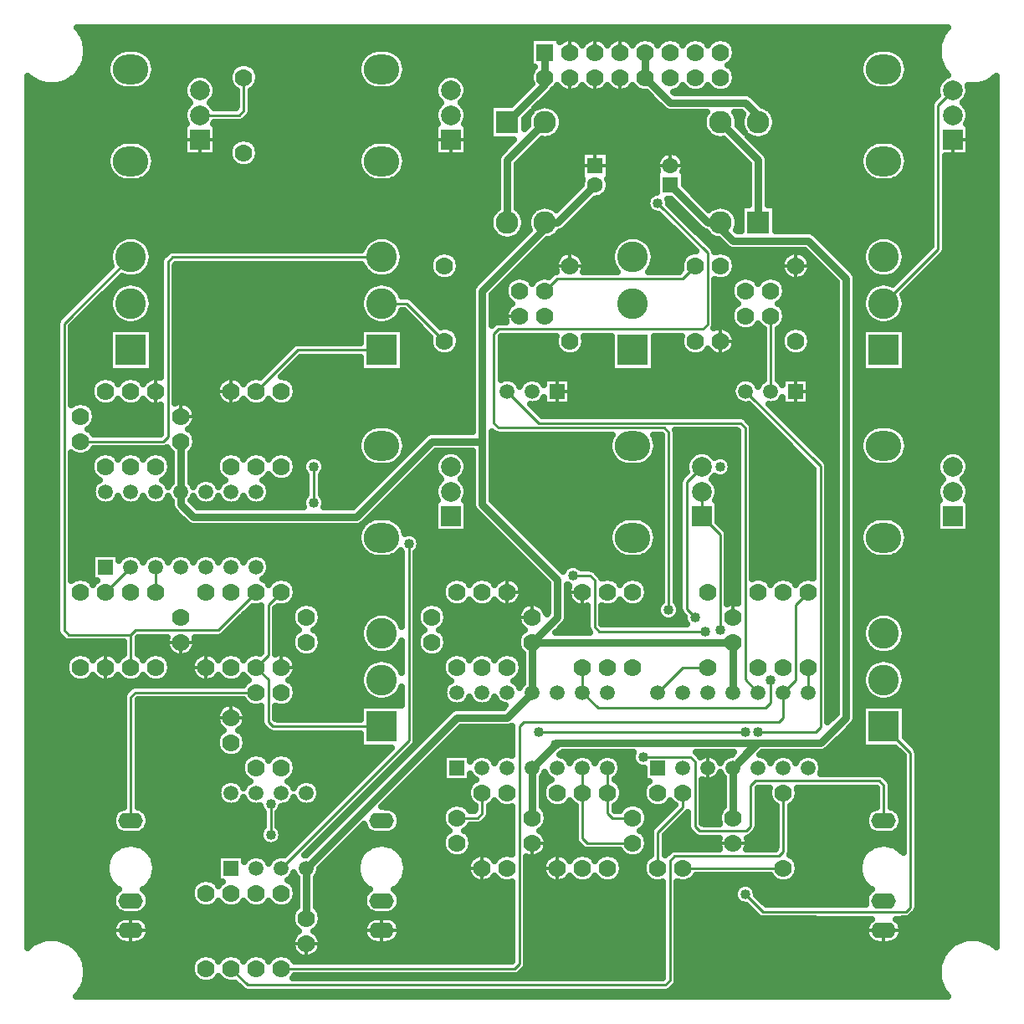
<source format=gbr>
G04 DipTrace 3.2.0.1*
G04 Top.gbr*
%MOIN*%
G04 #@! TF.FileFunction,Copper,L1,Top*
G04 #@! TF.Part,Single*
G04 #@! TA.AperFunction,Conductor*
%ADD14C,0.01*%
%ADD15C,0.03*%
G04 #@! TA.AperFunction,CopperBalancing*
%ADD16C,0.025*%
%ADD17C,0.012992*%
G04 #@! TA.AperFunction,ComponentPad*
%ADD19C,0.07*%
%ADD20R,0.062992X0.062992*%
%ADD21C,0.062992*%
%ADD22R,0.09X0.09*%
%ADD23C,0.09*%
%ADD24C,0.09*%
%ADD25R,0.07X0.07*%
%ADD26O,0.098425X0.062992*%
%ADD27R,0.059055X0.059055*%
%ADD28C,0.059055*%
%ADD29C,0.07874*%
%ADD30R,0.07874X0.07874*%
%ADD31O,0.141732X0.11811*%
%ADD32R,0.122047X0.122047*%
%ADD33C,0.122047*%
G04 #@! TA.AperFunction,ViaPad*
%ADD34C,0.04*%
%FSLAX26Y26*%
G04*
G70*
G90*
G75*
G01*
G04 Top*
%LPD*%
X1344000Y2044000D2*
D14*
X1192000Y1892000D1*
X862000D1*
X844000Y1874000D1*
X596000D1*
X578000Y1892000D1*
Y3113039D1*
X844000Y3379039D1*
Y1874000D2*
Y1744000D1*
X644000Y2644000D2*
X974000D1*
X992000Y2662000D1*
Y3361039D1*
X1010000Y3379039D1*
X1844000D1*
X2744000Y1344000D2*
Y1244000D1*
Y1162000D1*
X2762000Y1144000D1*
X2844000D1*
X2494000Y3244000D2*
X2542000Y3292000D1*
X3042000D1*
X3094000Y3344000D1*
X2494000Y4094000D2*
D15*
Y4066000D1*
X2344000Y3916000D1*
X2494000Y4094000D2*
Y4194000D1*
X1844000Y3008961D2*
D14*
X1508961D1*
X1344000Y2844000D1*
X944000Y2044000D2*
Y2144000D1*
X2644000Y1344000D2*
Y1244000D1*
Y1062000D1*
X2662000Y1044000D1*
X2844000D1*
X1444000Y2044000D2*
X1392000Y1992000D1*
Y1792000D1*
X1344000Y1744000D1*
X2468524Y1487000D2*
X3292000D1*
X1344000Y1744000D2*
X1392000Y1696000D1*
Y1526961D1*
X1410000Y1508961D1*
X1844000D1*
X3292000Y840291D2*
X3362713Y769579D1*
X3931803D1*
X3949803Y787579D1*
Y1403157D1*
X3844000Y1508961D1*
X744000Y2044000D2*
X844000Y2144000D1*
X2144000Y1144000D2*
X2226000D1*
X2244000Y1162000D1*
Y1244000D1*
X1401476Y1077000D2*
Y1200000D1*
X2494000Y3516000D2*
D15*
X2544000D1*
X2694000Y3666000D1*
X2494000Y3516000D2*
Y3494000D1*
X2244000Y3244000D1*
Y2644000D1*
Y2394000D1*
X2544000Y2094000D1*
Y1944000D1*
X2444000Y1844000D1*
Y1644000D1*
X3244000Y1844000D2*
Y1644000D1*
Y1844000D2*
X2444000D1*
Y1644000D2*
X2344000Y1544000D1*
X2144000D1*
X1544000Y944000D1*
Y744000D1*
X1044000Y2444000D2*
Y2644000D1*
Y2444000D2*
Y2394000D1*
X1094000Y2344000D1*
X1744000D1*
X2044000Y2644000D1*
X2244000D1*
X1572945Y2398476D2*
D14*
Y2544000D1*
X3444000Y1244000D2*
Y1010000D1*
X3426000Y992000D1*
X3010000D1*
X2992000Y974000D1*
Y496000D1*
X2974000Y478000D1*
X1310000D1*
X1244000Y544000D1*
X2094000Y3044000D2*
X1944000Y3194000D1*
X1844000D1*
X3119591Y2542425D2*
X3059000Y2481835D1*
Y1976224D1*
X3092000Y1943224D1*
X3119591Y2345575D2*
X3192000Y2273165D1*
Y1894000D1*
X3119591Y2345575D2*
Y2444000D1*
X3194000Y3516000D2*
D15*
X3144000D1*
X2994000Y3666000D1*
X3194000Y3516000D2*
Y3494000D1*
X3244000Y3444000D1*
X3544000D1*
X3694000Y3294000D1*
Y1544000D1*
X3594000Y1444000D1*
X3344000D1*
X3244000Y1344000D1*
Y1144000D1*
X2444000Y1344000D2*
X2537097Y1437097D1*
X2544000Y1444000D1*
X3332377D1*
X3244000Y1344000D1*
X2444000Y1144000D2*
Y1344000D1*
X3444000Y944000D2*
D14*
X3044000D1*
X3544000Y2044000D2*
X3492000Y1992000D1*
Y1692000D1*
X3444000Y1644000D1*
Y1544000D1*
X3426000Y1526000D1*
X2410000D1*
X2392000Y1508000D1*
Y562000D1*
X2374000Y544000D1*
X1444000D1*
X3344000Y1644000D2*
X3292000Y1696000D1*
Y2699126D1*
X3274000Y2717126D1*
X2470874D1*
X2344000Y2844000D1*
X3544000Y1744000D2*
Y1644000D1*
X4119591Y4042425D2*
X4061004Y3983839D1*
Y3411004D1*
X3844000Y3194000D1*
X1952000Y2236232D2*
Y1452000D1*
X1444000Y944000D1*
X2344000Y3516000D2*
D15*
Y3766000D1*
X2494000Y3916000D1*
X3344000Y3516000D2*
Y3766000D1*
X3194000Y3916000D1*
X3344000Y1487000D2*
D14*
X3574000D1*
X3592000Y1505000D1*
Y2546000D1*
X3294000Y2844000D1*
X3344000Y3916000D2*
D15*
Y3944000D1*
X3294000Y3994000D1*
X2994000D1*
X2894000Y4094000D1*
Y4194000D1*
X3394000Y3144000D2*
D14*
Y2844000D1*
X2944000Y3594000D2*
X3142000Y3396000D1*
Y3110000D1*
X3124000Y3092000D1*
X2308000D1*
X2290000Y3074000D1*
Y2717126D1*
X2308000Y2699126D1*
X2968528D1*
X2986528Y2681126D1*
Y1973000D1*
X3044000Y1244000D2*
Y1186602D1*
X2944000Y1086602D1*
Y944000D1*
X1294000Y4094000D2*
Y3962000D1*
X1276000Y3944000D1*
X1119591D1*
X2944000Y1644000D2*
X3044000Y1744000D1*
X3144000D1*
X2886472Y1386528D2*
X3074000D1*
X3092000Y1368528D1*
Y1110004D1*
X3110000Y1092004D1*
X3295315D1*
X3313318Y1110007D1*
Y1274000D1*
X3331318Y1292000D1*
X3826000D1*
X3844000Y1274000D1*
Y1132976D1*
X1344000Y1644000D2*
X862000D1*
X844000Y1626000D1*
Y1132976D1*
X3392000Y1694000D2*
Y1601472D1*
X3374000Y1583472D1*
X2704528D1*
X2644000Y1644000D1*
Y1744000D1*
X2605000Y2110000D2*
X2674000D1*
X2692000Y2092000D1*
Y1905000D1*
X2710000Y1887000D1*
X3134000D1*
D34*
X2537097Y1437097D3*
X2444000Y944000D3*
X3144000Y1044000D3*
X2444000Y694000D3*
X3192000Y1894000D3*
Y2542425D3*
X3092000Y1943224D3*
X3292000Y1487000D3*
X2468524D3*
X1401476Y1200000D3*
Y1077000D3*
X2605000Y2110000D3*
X1952000Y2236232D3*
X3344000Y1487000D3*
X2986528Y1973000D3*
X2944000Y3594000D3*
X2886472Y1386528D3*
X3392000Y1694000D3*
X1572945Y2398476D3*
Y2544000D3*
X3292000Y840291D3*
X4044000Y1894000D3*
X3134000Y1887000D3*
X650774Y4267655D2*
D16*
X4077199D1*
X661970Y4242786D2*
X2432986D1*
X2628782D2*
X2659200D1*
X2728791D2*
X2759209D1*
X2828800D2*
X2859218D1*
X2928774D2*
X2959227D1*
X3028783D2*
X3059201D1*
X3128792D2*
X3159210D1*
X3228766D2*
X4066003D1*
X667819Y4217917D2*
X2432986D1*
X3249901D2*
X4060190D1*
X669003Y4193049D2*
X780052D1*
X907920D2*
X1780073D1*
X1907940D2*
X2432986D1*
X3254997D2*
X3780078D1*
X3907946D2*
X4059006D1*
X665630Y4168180D2*
X758091D1*
X929917D2*
X1758112D1*
X1929902D2*
X2432986D1*
X3249004D2*
X3758081D1*
X3929907D2*
X4062379D1*
X657376Y4143311D2*
X748761D1*
X939247D2*
X1260039D1*
X1327980D2*
X1748746D1*
X1939267D2*
X2432986D1*
X3227976D2*
X3748751D1*
X3939237D2*
X4070632D1*
X643095Y4118442D2*
X747577D1*
X940431D2*
X1238365D1*
X1349654D2*
X1747598D1*
X1940416D2*
X2438368D1*
X3249650D2*
X3747603D1*
X3940421D2*
X4084914D1*
X619985Y4093573D2*
X754252D1*
X933757D2*
X1080547D1*
X1158643D2*
X1233019D1*
X1355001D2*
X1754236D1*
X1933777D2*
X2080531D1*
X2158663D2*
X2432986D1*
X3254997D2*
X3754241D1*
X3933782D2*
X4080536D1*
X435002Y4068705D2*
X482178D1*
X575848D2*
X771297D1*
X916712D2*
X1059985D1*
X1179204D2*
X1238760D1*
X1349259D2*
X1771317D1*
X1916696D2*
X2059970D1*
X2179189D2*
X2438763D1*
X3249255D2*
X3771322D1*
X3916701D2*
X4059975D1*
X4245831D2*
X4290028D1*
X435002Y4043836D2*
X1054243D1*
X1184946D2*
X1261403D1*
X1326581D2*
X2054228D1*
X2184930D2*
X2414900D1*
X2527983D2*
X2561415D1*
X2626593D2*
X2661389D1*
X2726602D2*
X2761398D1*
X2826611D2*
X2861407D1*
X3026594D2*
X3061390D1*
X3126603D2*
X3161399D1*
X3226612D2*
X4054233D1*
X4184936D2*
X4290028D1*
X435002Y4018967D2*
X1058765D1*
X1180424D2*
X1263018D1*
X1325002D2*
X2058750D1*
X2180409D2*
X2390032D1*
X2503905D2*
X2912075D1*
X3325976D2*
X4053336D1*
X4180414D2*
X4290028D1*
X435002Y3994098D2*
X1076886D1*
X1162303D2*
X1263018D1*
X1325002D2*
X2076871D1*
X2162288D2*
X2365165D1*
X2479037D2*
X2936943D1*
X3350844D2*
X4031913D1*
X4162293D2*
X4290028D1*
X435002Y3969230D2*
X1059518D1*
X1325002D2*
X2059503D1*
X2179691D2*
X2273014D1*
X2539610D2*
X2961811D1*
X3389598D2*
X4030011D1*
X4179661D2*
X4290028D1*
X435002Y3944361D2*
X1054208D1*
X1318901D2*
X2054228D1*
X2184966D2*
X2273014D1*
X2558844D2*
X3129139D1*
X3258836D2*
X3279135D1*
X3408868D2*
X4030011D1*
X4184971D2*
X4290028D1*
X435002Y3919492D2*
X1059196D1*
X1293065D2*
X2059180D1*
X2179978D2*
X2273014D1*
X2564908D2*
X3123074D1*
X3414897D2*
X4030011D1*
X4179984D2*
X4290028D1*
X435002Y3894623D2*
X1054208D1*
X1184946D2*
X2054228D1*
X2184966D2*
X2273014D1*
X2561571D2*
X3126412D1*
X3411595D2*
X4030011D1*
X4184971D2*
X4290028D1*
X435002Y3869755D2*
X1054208D1*
X1184946D2*
X2054228D1*
X2184966D2*
X2273014D1*
X2547038D2*
X3140981D1*
X3397026D2*
X4030011D1*
X4184971D2*
X4290028D1*
X435002Y3844886D2*
X1054208D1*
X1184946D2*
X1262623D1*
X1325361D2*
X2054228D1*
X2184966D2*
X2365954D1*
X2479827D2*
X3208156D1*
X3322064D2*
X4030011D1*
X4184971D2*
X4290028D1*
X435002Y3820017D2*
X772050D1*
X915958D2*
X1054208D1*
X1184946D2*
X1239119D1*
X1348901D2*
X1772035D1*
X1915978D2*
X2054228D1*
X2184966D2*
X2341086D1*
X2454959D2*
X3233024D1*
X3346932D2*
X3772040D1*
X3915948D2*
X4030011D1*
X4184971D2*
X4290028D1*
X435002Y3795148D2*
X754575D1*
X933434D2*
X1054208D1*
X1184946D2*
X1233019D1*
X1355001D2*
X1754559D1*
X1933454D2*
X2054228D1*
X2184966D2*
X2316219D1*
X2430091D2*
X2636521D1*
X2751506D2*
X2971284D1*
X3016726D2*
X3257891D1*
X3371800D2*
X3754564D1*
X3933423D2*
X4030011D1*
X4184971D2*
X4290028D1*
X435002Y3770280D2*
X747649D1*
X940323D2*
X1238042D1*
X1349977D2*
X1747670D1*
X1940344D2*
X2303228D1*
X2405223D2*
X2636521D1*
X2751506D2*
X2943187D1*
X3044823D2*
X3282759D1*
X3384754D2*
X3747675D1*
X3940349D2*
X4030011D1*
X4091996D2*
X4290028D1*
X435002Y3745411D2*
X748618D1*
X939390D2*
X1258927D1*
X1329093D2*
X1748603D1*
X1939411D2*
X2303013D1*
X2384985D2*
X2636521D1*
X2751506D2*
X2936513D1*
X3051462D2*
X3302998D1*
X3385005D2*
X3748608D1*
X3939380D2*
X4030011D1*
X4091996D2*
X4290028D1*
X435002Y3720542D2*
X757697D1*
X930312D2*
X1757681D1*
X1930296D2*
X2303013D1*
X2384985D2*
X2636521D1*
X2751506D2*
X2936513D1*
X3051498D2*
X3302998D1*
X3385005D2*
X3757686D1*
X3930301D2*
X4030011D1*
X4091996D2*
X4290028D1*
X435002Y3695673D2*
X779119D1*
X908889D2*
X1779140D1*
X1908873D2*
X2303013D1*
X2384985D2*
X2636521D1*
X2751506D2*
X2936513D1*
X3051498D2*
X3302998D1*
X3385005D2*
X3779109D1*
X3908879D2*
X4030011D1*
X4091996D2*
X4290028D1*
X435002Y3670804D2*
X2303013D1*
X2384985D2*
X2636700D1*
X2751291D2*
X2936513D1*
X3051498D2*
X3302998D1*
X3385005D2*
X4030011D1*
X4091996D2*
X4290028D1*
X435002Y3645936D2*
X2303013D1*
X2384985D2*
X2617000D1*
X2747702D2*
X2936513D1*
X3071019D2*
X3302998D1*
X3385005D2*
X4030011D1*
X4091996D2*
X4290028D1*
X435002Y3621067D2*
X2303013D1*
X2384985D2*
X2592132D1*
X2728217D2*
X2907446D1*
X3095886D2*
X3302998D1*
X3385005D2*
X4030011D1*
X4091996D2*
X4290028D1*
X435002Y3596198D2*
X2303013D1*
X2384985D2*
X2567264D1*
X2681137D2*
X2898045D1*
X2989956D2*
X3006846D1*
X3120754D2*
X3302998D1*
X3385005D2*
X4030011D1*
X4091996D2*
X4290028D1*
X435002Y3571329D2*
X2301111D1*
X2386887D2*
X2451107D1*
X2656269D2*
X2904360D1*
X3009477D2*
X3031713D1*
X3236875D2*
X3272999D1*
X3415004D2*
X4030011D1*
X4091996D2*
X4290028D1*
X435002Y3546461D2*
X2280155D1*
X2407843D2*
X2430151D1*
X2631401D2*
X2948749D1*
X3034345D2*
X3056581D1*
X3257868D2*
X3272999D1*
X3415004D2*
X4030011D1*
X4091996D2*
X4290028D1*
X435002Y3521592D2*
X2273229D1*
X2606534D2*
X2973617D1*
X3059213D2*
X3081449D1*
X3415004D2*
X4030011D1*
X4091996D2*
X4290028D1*
X435002Y3496723D2*
X2275777D1*
X2412221D2*
X2425773D1*
X2581666D2*
X2998485D1*
X3084080D2*
X3106317D1*
X3415004D2*
X4030011D1*
X4091996D2*
X4290028D1*
X435002Y3471854D2*
X2289126D1*
X2398872D2*
X2414900D1*
X2548868D2*
X3023352D1*
X3108948D2*
X3139115D1*
X3573074D2*
X4030011D1*
X4091996D2*
X4290028D1*
X435002Y3446986D2*
X791212D1*
X896760D2*
X1791233D1*
X1896780D2*
X2390032D1*
X2503941D2*
X2791218D1*
X2896765D2*
X3048220D1*
X3133816D2*
X3184078D1*
X3597978D2*
X3791238D1*
X3896786D2*
X4030011D1*
X4091996D2*
X4290028D1*
X435002Y3422117D2*
X768785D1*
X919223D2*
X1768769D1*
X1919208D2*
X2365165D1*
X2479073D2*
X2768790D1*
X2919229D2*
X3073088D1*
X3158684D2*
X3208945D1*
X3622846D2*
X3768775D1*
X3919213D2*
X4029294D1*
X4091996D2*
X4290028D1*
X435002Y3397248D2*
X758953D1*
X929056D2*
X985418D1*
X1929040D2*
X2067290D1*
X2120734D2*
X2340297D1*
X2454205D2*
X2567264D1*
X2620744D2*
X2758958D1*
X2929025D2*
X3067275D1*
X3220727D2*
X3467276D1*
X3520719D2*
X3533805D1*
X3647713D2*
X3758978D1*
X3929045D2*
X4004426D1*
X4088479D2*
X4290028D1*
X435002Y3372379D2*
X757230D1*
X930778D2*
X963349D1*
X1930763D2*
X2040341D1*
X2147647D2*
X2315429D1*
X2429338D2*
X2540351D1*
X2647657D2*
X2757235D1*
X2930747D2*
X3040361D1*
X3247641D2*
X3440362D1*
X3672581D2*
X3757256D1*
X3930768D2*
X3979558D1*
X4065190D2*
X4290028D1*
X435002Y3347510D2*
X763079D1*
X924929D2*
X961016D1*
X1023000D2*
X1763064D1*
X1924914D2*
X2033092D1*
X2154895D2*
X2290561D1*
X2404470D2*
X2533103D1*
X2654906D2*
X2763084D1*
X2924934D2*
X3033113D1*
X3254889D2*
X3433114D1*
X3554881D2*
X3583540D1*
X3697449D2*
X3763069D1*
X3924919D2*
X3954691D1*
X4040322D2*
X4290028D1*
X435002Y3322642D2*
X744814D1*
X909463D2*
X961016D1*
X1023000D2*
X1778530D1*
X1909448D2*
X2037040D1*
X2150948D2*
X2265694D1*
X2379602D2*
X2537050D1*
X2650958D2*
X2778550D1*
X2909468D2*
X3029847D1*
X3250978D2*
X3437025D1*
X3550970D2*
X3608408D1*
X3722317D2*
X3778535D1*
X3909453D2*
X3929823D1*
X4015455D2*
X4290028D1*
X435002Y3297773D2*
X719946D1*
X805542D2*
X818269D1*
X869739D2*
X961016D1*
X1023000D2*
X1818254D1*
X1869724D2*
X2055663D1*
X2132360D2*
X2240826D1*
X2354734D2*
X2368466D1*
X2419541D2*
X2468475D1*
X3232354D2*
X3268477D1*
X3319553D2*
X3368451D1*
X3419526D2*
X3455649D1*
X3532346D2*
X3633276D1*
X3734804D2*
X3818259D1*
X3869729D2*
X3904955D1*
X3990587D2*
X4290028D1*
X435002Y3272904D2*
X695043D1*
X780675D2*
X811200D1*
X876808D2*
X961016D1*
X1023000D2*
X1811185D1*
X1876793D2*
X2215958D1*
X3173001D2*
X3240631D1*
X3447372D2*
X3653012D1*
X3734984D2*
X3811190D1*
X3965719D2*
X4290028D1*
X435002Y3248035D2*
X670175D1*
X755807D2*
X776500D1*
X911508D2*
X961016D1*
X1023000D2*
X1776520D1*
X1911493D2*
X2203219D1*
X2304999D2*
X2333156D1*
X3173001D2*
X3233131D1*
X3454872D2*
X3653012D1*
X3734984D2*
X3776490D1*
X3940851D2*
X4290028D1*
X435002Y3223167D2*
X645307D1*
X730939D2*
X762182D1*
X925826D2*
X961016D1*
X1023000D2*
X1762167D1*
X1925847D2*
X2203004D1*
X2285011D2*
X2336852D1*
X3173001D2*
X3236827D1*
X3451176D2*
X3653012D1*
X3734984D2*
X3762172D1*
X3925816D2*
X4290028D1*
X435002Y3198298D2*
X620440D1*
X706071D2*
X757087D1*
X930922D2*
X961016D1*
X1023000D2*
X1757071D1*
X1982508D2*
X2203004D1*
X2285011D2*
X2354973D1*
X3173001D2*
X3254985D1*
X3433018D2*
X3653012D1*
X3734984D2*
X3757076D1*
X3930911D2*
X4290028D1*
X435002Y3173429D2*
X595572D1*
X681204D2*
X759527D1*
X928482D2*
X961016D1*
X1023000D2*
X1759511D1*
X2007375D2*
X2203004D1*
X2285011D2*
X2340943D1*
X3173001D2*
X3240954D1*
X3447049D2*
X3653012D1*
X3734984D2*
X3759516D1*
X3928471D2*
X4290028D1*
X435002Y3148560D2*
X570704D1*
X656336D2*
X770220D1*
X917788D2*
X961016D1*
X1023000D2*
X1770241D1*
X1917773D2*
X1946647D1*
X2032243D2*
X2203004D1*
X2285011D2*
X2333192D1*
X3173001D2*
X3233167D1*
X3454836D2*
X3653012D1*
X3734984D2*
X3770246D1*
X3917778D2*
X4290028D1*
X435002Y3123692D2*
X549066D1*
X631468D2*
X794586D1*
X893423D2*
X961016D1*
X1023000D2*
X1794570D1*
X1893407D2*
X1971515D1*
X2057111D2*
X2203004D1*
X2285011D2*
X2336637D1*
X3173001D2*
X3236648D1*
X3451355D2*
X3653012D1*
X3734984D2*
X3794575D1*
X3893412D2*
X4290028D1*
X435002Y3098823D2*
X546985D1*
X609005D2*
X961016D1*
X1023000D2*
X1996383D1*
X2116930D2*
X2203004D1*
X3216924D2*
X3254339D1*
X3333655D2*
X3354348D1*
X3433664D2*
X3471079D1*
X3516916D2*
X3653012D1*
X3734984D2*
X4290028D1*
X435002Y3073954D2*
X546985D1*
X609005D2*
X756979D1*
X931029D2*
X961016D1*
X1023000D2*
X1756964D1*
X1931014D2*
X2021251D1*
X2146750D2*
X2203004D1*
X3246743D2*
X3362996D1*
X3425016D2*
X3441260D1*
X3546735D2*
X3653012D1*
X3734984D2*
X3756969D1*
X3931019D2*
X4290028D1*
X435002Y3049085D2*
X546985D1*
X609005D2*
X756979D1*
X931029D2*
X961016D1*
X1023000D2*
X1756964D1*
X1931014D2*
X2033236D1*
X2154788D2*
X2203004D1*
X2321003D2*
X2533210D1*
X2654762D2*
X2756984D1*
X2931034D2*
X3033220D1*
X3254782D2*
X3362996D1*
X3554773D2*
X3653012D1*
X3734984D2*
X3756969D1*
X3931019D2*
X4290028D1*
X435002Y3024217D2*
X546985D1*
X609005D2*
X756979D1*
X931029D2*
X961016D1*
X1023000D2*
X1481409D1*
X1931014D2*
X2036430D1*
X2151558D2*
X2203004D1*
X2321003D2*
X2536440D1*
X2651568D2*
X2756984D1*
X2931034D2*
X3036450D1*
X3251552D2*
X3362996D1*
X3551544D2*
X3653012D1*
X3734984D2*
X3756969D1*
X3931019D2*
X4290028D1*
X435002Y2999348D2*
X546985D1*
X609005D2*
X756979D1*
X931029D2*
X961016D1*
X1023000D2*
X1456541D1*
X1931014D2*
X2053690D1*
X2134298D2*
X2203004D1*
X2321003D2*
X2553700D1*
X2634308D2*
X2756984D1*
X2931034D2*
X3053710D1*
X3134282D2*
X3153720D1*
X3234292D2*
X3362996D1*
X3425016D2*
X3453711D1*
X3534283D2*
X3653012D1*
X3734984D2*
X3756969D1*
X3931019D2*
X4290028D1*
X435002Y2974479D2*
X546985D1*
X609005D2*
X756979D1*
X931029D2*
X961016D1*
X1023000D2*
X1431673D1*
X1517269D2*
X1756964D1*
X1931014D2*
X2203004D1*
X2321003D2*
X2756984D1*
X2931034D2*
X3362996D1*
X3425016D2*
X3653012D1*
X3734984D2*
X3756969D1*
X3931019D2*
X4290028D1*
X435002Y2949610D2*
X546985D1*
X609005D2*
X756979D1*
X931029D2*
X961016D1*
X1023000D2*
X1406806D1*
X1492402D2*
X1756964D1*
X1931014D2*
X2203004D1*
X2321003D2*
X2756984D1*
X2931034D2*
X3362996D1*
X3425016D2*
X3653012D1*
X3734984D2*
X3756969D1*
X3931019D2*
X4290028D1*
X435002Y2924741D2*
X546985D1*
X609005D2*
X756979D1*
X931029D2*
X961016D1*
X1023000D2*
X1381938D1*
X1467534D2*
X1756964D1*
X1931014D2*
X2203004D1*
X2321003D2*
X2756984D1*
X2931034D2*
X3362996D1*
X3425016D2*
X3653012D1*
X3734984D2*
X3756969D1*
X3931019D2*
X4290028D1*
X435002Y2899873D2*
X546985D1*
X609005D2*
X724181D1*
X763845D2*
X824154D1*
X863818D2*
X924163D1*
X1023000D2*
X1224155D1*
X1263819D2*
X1324164D1*
X1463838D2*
X2203004D1*
X2321003D2*
X3362996D1*
X3425016D2*
X3653012D1*
X3734984D2*
X4290028D1*
X435002Y2875004D2*
X546985D1*
X609005D2*
X691885D1*
X1023000D2*
X1191895D1*
X1496098D2*
X2203004D1*
X2599536D2*
X3248490D1*
X3549534D2*
X3653012D1*
X3734984D2*
X4290028D1*
X435002Y2850135D2*
X546985D1*
X609005D2*
X683309D1*
X1023000D2*
X1183319D1*
X1504674D2*
X2203004D1*
X2599536D2*
X3238837D1*
X3549534D2*
X3653012D1*
X3734984D2*
X4290028D1*
X435002Y2825266D2*
X546985D1*
X609005D2*
X686072D1*
X1023000D2*
X1186082D1*
X1501911D2*
X2203004D1*
X2599536D2*
X3241887D1*
X3549534D2*
X3653012D1*
X3734984D2*
X4290028D1*
X435002Y2800398D2*
X546985D1*
X609005D2*
X625966D1*
X662041D2*
X702507D1*
X785519D2*
X802516D1*
X885492D2*
X902489D1*
X1062042D2*
X1202481D1*
X1285493D2*
X1302490D1*
X1385503D2*
X1402500D1*
X1485512D2*
X2203004D1*
X2599536D2*
X3261336D1*
X3549534D2*
X3653012D1*
X3734984D2*
X4290028D1*
X435002Y2775529D2*
X546985D1*
X695773D2*
X961016D1*
X1095774D2*
X2203004D1*
X2455282D2*
X3319684D1*
X3405280D2*
X3653012D1*
X3734984D2*
X4290028D1*
X435002Y2750660D2*
X546985D1*
X704636D2*
X961016D1*
X1104637D2*
X2203004D1*
X2480150D2*
X3344552D1*
X3430148D2*
X3653012D1*
X3734984D2*
X4290028D1*
X435002Y2725791D2*
X546985D1*
X702088D2*
X961016D1*
X1102089D2*
X2203004D1*
X3308141D2*
X3369419D1*
X3455015D2*
X3653012D1*
X3734984D2*
X4290028D1*
X435002Y2700923D2*
X546985D1*
X686084D2*
X961016D1*
X1086085D2*
X1792776D1*
X1895202D2*
X2203004D1*
X3322926D2*
X3394287D1*
X3479883D2*
X3653012D1*
X3734984D2*
X3792781D1*
X3895207D2*
X4290028D1*
X435002Y2676054D2*
X546985D1*
X695450D2*
X961016D1*
X1095451D2*
X1763243D1*
X1924770D2*
X2020174D1*
X3017515D2*
X3261013D1*
X3322997D2*
X3419155D1*
X3504751D2*
X3653012D1*
X3734984D2*
X3763248D1*
X3924775D2*
X4290028D1*
X435002Y2651185D2*
X546985D1*
X1104565D2*
X1750720D1*
X1937258D2*
X1994230D1*
X2285011D2*
X2750740D1*
X2937278D2*
X2955531D1*
X3017515D2*
X3261013D1*
X3322997D2*
X3444023D1*
X3529619D2*
X3653012D1*
X3734984D2*
X3750725D1*
X3937263D2*
X4290028D1*
X435002Y2626316D2*
X546985D1*
X1102269D2*
X1747131D1*
X1940846D2*
X1969362D1*
X2285011D2*
X2747152D1*
X2940867D2*
X2955531D1*
X3017515D2*
X3261013D1*
X3322997D2*
X3468890D1*
X3554486D2*
X3653012D1*
X3940851D2*
X4290028D1*
X435002Y2601448D2*
X546985D1*
X686658D2*
X730460D1*
X757529D2*
X830470D1*
X857538D2*
X930443D1*
X957548D2*
X1001350D1*
X1086659D2*
X1230471D1*
X1257540D2*
X1330444D1*
X1357549D2*
X1430453D1*
X1457558D2*
X1751222D1*
X2058403D2*
X2095423D1*
X2143735D2*
X2203004D1*
X2285011D2*
X2751207D1*
X2936776D2*
X2955531D1*
X3017515D2*
X3095444D1*
X3143756D2*
X3261013D1*
X3322997D2*
X3493758D1*
X3579354D2*
X3653012D1*
X3734984D2*
X3751227D1*
X3936796D2*
X4095428D1*
X4143741D2*
X4290028D1*
X435002Y2576579D2*
X546985D1*
X609005D2*
X692926D1*
X1085008D2*
X1192900D1*
X1495093D2*
X1541623D1*
X1604253D2*
X1764392D1*
X2033535D2*
X2064312D1*
X2174883D2*
X2203004D1*
X2285011D2*
X2764376D1*
X2923642D2*
X2955531D1*
X3017515D2*
X3064296D1*
X3221445D2*
X3261013D1*
X3322997D2*
X3518626D1*
X3604222D2*
X3653012D1*
X3734984D2*
X3764361D1*
X3923627D2*
X4064317D1*
X4174888D2*
X4290028D1*
X435002Y2551710D2*
X546985D1*
X609005D2*
X683524D1*
X1085008D2*
X1183498D1*
X1504494D2*
X1527628D1*
X1618247D2*
X1795970D1*
X2008667D2*
X2054910D1*
X2184285D2*
X2203004D1*
X2285011D2*
X2795990D1*
X2892028D2*
X2955531D1*
X3017515D2*
X3054895D1*
X3236983D2*
X3261013D1*
X3322997D2*
X3543494D1*
X3622415D2*
X3653012D1*
X3734984D2*
X3795975D1*
X3892013D2*
X4054915D1*
X4184254D2*
X4290028D1*
X435002Y2526841D2*
X546985D1*
X609005D2*
X685569D1*
X1085008D2*
X1185580D1*
X1502413D2*
X1530463D1*
X1615413D2*
X1869891D1*
X1983800D2*
X2056166D1*
X2182993D2*
X2203004D1*
X2285011D2*
X2955531D1*
X3017515D2*
X3056186D1*
X3235117D2*
X3261013D1*
X3322997D2*
X3561005D1*
X3622989D2*
X3653012D1*
X3734984D2*
X4056171D1*
X4182998D2*
X4290028D1*
X435002Y2501972D2*
X546985D1*
X609005D2*
X700820D1*
X987188D2*
X1003001D1*
X1085008D2*
X1200795D1*
X1387189D2*
X1400813D1*
X1487198D2*
X1541945D1*
X1603930D2*
X1845023D1*
X1958932D2*
X2068977D1*
X2170218D2*
X2203004D1*
X2285011D2*
X2955531D1*
X3017515D2*
X3036342D1*
X3210500D2*
X3261013D1*
X3322997D2*
X3561005D1*
X3622989D2*
X3653012D1*
X3734984D2*
X4068946D1*
X4170223D2*
X4290028D1*
X435002Y2477104D2*
X546985D1*
X609005D2*
X700067D1*
X1387943D2*
X1541945D1*
X1603930D2*
X1820156D1*
X1934064D2*
X2063630D1*
X2175529D2*
X2203004D1*
X2285011D2*
X2955531D1*
X3175549D2*
X3261013D1*
X3322997D2*
X3561005D1*
X3622989D2*
X3653012D1*
X3734984D2*
X4063635D1*
X4175534D2*
X4290028D1*
X435002Y2452235D2*
X546985D1*
X609005D2*
X689122D1*
X1398887D2*
X1541945D1*
X1603930D2*
X1795288D1*
X1909196D2*
X2054766D1*
X2184428D2*
X2203004D1*
X2285011D2*
X2955531D1*
X3184413D2*
X3261013D1*
X3322997D2*
X3561005D1*
X3622989D2*
X3653012D1*
X3734984D2*
X4054772D1*
X4184433D2*
X4290028D1*
X435002Y2427366D2*
X546985D1*
X609005D2*
X691131D1*
X1396842D2*
X1537926D1*
X1607949D2*
X1770420D1*
X1884329D2*
X2056453D1*
X2182706D2*
X2203004D1*
X2285011D2*
X2955531D1*
X3182726D2*
X3261013D1*
X3322997D2*
X3561005D1*
X3622989D2*
X3653012D1*
X3734984D2*
X4056458D1*
X4182711D2*
X4290028D1*
X435002Y2402497D2*
X546985D1*
X609005D2*
X708499D1*
X779490D2*
X808509D1*
X879500D2*
X908482D1*
X979509D2*
X1003001D1*
X1092436D2*
X1108500D1*
X1179491D2*
X1208510D1*
X1279501D2*
X1308483D1*
X1379510D2*
X1527125D1*
X1618750D2*
X1745552D1*
X1859461D2*
X2054228D1*
X2184966D2*
X2203004D1*
X2292439D2*
X2955531D1*
X3184951D2*
X3261013D1*
X3322997D2*
X3561005D1*
X3622989D2*
X3653012D1*
X3734984D2*
X4054233D1*
X4184971D2*
X4290028D1*
X435002Y2377629D2*
X546985D1*
X609005D2*
X1006661D1*
X1834593D2*
X2054228D1*
X2184966D2*
X2206664D1*
X2317307D2*
X2955531D1*
X3184951D2*
X3261013D1*
X3322997D2*
X3561005D1*
X3622989D2*
X3653012D1*
X3734984D2*
X4054233D1*
X4184971D2*
X4290028D1*
X435002Y2352760D2*
X546985D1*
X609005D2*
X1028299D1*
X1809689D2*
X2054228D1*
X2184966D2*
X2228302D1*
X2342175D2*
X2955531D1*
X3184951D2*
X3261013D1*
X3322997D2*
X3561005D1*
X3622989D2*
X3653012D1*
X3734984D2*
X4054233D1*
X4184971D2*
X4290028D1*
X435002Y2327891D2*
X546985D1*
X609005D2*
X1053167D1*
X1906613D2*
X2054228D1*
X2184966D2*
X2253170D1*
X2367043D2*
X2781421D1*
X2906597D2*
X2955531D1*
X3184951D2*
X3261013D1*
X3322997D2*
X3561005D1*
X3622989D2*
X3653012D1*
X3734984D2*
X3781406D1*
X3906582D2*
X4054233D1*
X4184971D2*
X4290028D1*
X435002Y2303022D2*
X546985D1*
X609005D2*
X1758686D1*
X1929327D2*
X2054228D1*
X2184966D2*
X2278038D1*
X2391910D2*
X2758671D1*
X2929312D2*
X2955531D1*
X3204938D2*
X3261013D1*
X3322997D2*
X3561005D1*
X3622989D2*
X3653012D1*
X3734984D2*
X3758655D1*
X3929332D2*
X4054233D1*
X4184971D2*
X4290028D1*
X435002Y2278154D2*
X546985D1*
X609005D2*
X1748961D1*
X1966109D2*
X2302906D1*
X2416778D2*
X2748946D1*
X2939037D2*
X2955531D1*
X3222558D2*
X3261013D1*
X3322997D2*
X3561005D1*
X3622989D2*
X3653012D1*
X3734984D2*
X3748966D1*
X3939057D2*
X4290028D1*
X435002Y2253285D2*
X546985D1*
X609005D2*
X1747490D1*
X1994529D2*
X2327773D1*
X2441646D2*
X2747475D1*
X2940508D2*
X2955531D1*
X3222988D2*
X3261013D1*
X3322997D2*
X3561005D1*
X3622989D2*
X3653012D1*
X3734984D2*
X3747495D1*
X3940528D2*
X4290028D1*
X435002Y2228416D2*
X546985D1*
X609005D2*
X1753806D1*
X1997292D2*
X2352641D1*
X2466514D2*
X2753790D1*
X2934192D2*
X2955531D1*
X3222988D2*
X3261013D1*
X3322997D2*
X3561005D1*
X3622989D2*
X3653012D1*
X3734984D2*
X3753811D1*
X3934177D2*
X4290028D1*
X435002Y2203547D2*
X546985D1*
X609005D2*
X1770348D1*
X1983190D2*
X2377509D1*
X2491417D2*
X2770333D1*
X2917650D2*
X2955531D1*
X3222988D2*
X3261013D1*
X3322997D2*
X3561005D1*
X3622989D2*
X3653012D1*
X3734984D2*
X3770353D1*
X3917670D2*
X4290028D1*
X435002Y2178678D2*
X546985D1*
X609005D2*
X688476D1*
X886605D2*
X901377D1*
X986614D2*
X1001386D1*
X1086623D2*
X1101395D1*
X1186632D2*
X1201369D1*
X1286606D2*
X1301378D1*
X1386615D2*
X1822596D1*
X1865382D2*
X1920990D1*
X1983010D2*
X2402376D1*
X2516285D2*
X2822616D1*
X2865402D2*
X2955531D1*
X3222988D2*
X3261013D1*
X3322997D2*
X3561005D1*
X3622989D2*
X3653012D1*
X3734984D2*
X3822601D1*
X3865387D2*
X4290028D1*
X435002Y2153810D2*
X546985D1*
X609005D2*
X688476D1*
X1398600D2*
X1920990D1*
X1983010D2*
X2427244D1*
X2541153D2*
X2955531D1*
X3222988D2*
X3261013D1*
X3322997D2*
X3561005D1*
X3622989D2*
X3653012D1*
X3734984D2*
X4290028D1*
X435002Y2128941D2*
X546985D1*
X609005D2*
X688476D1*
X1397344D2*
X1920990D1*
X1983010D2*
X2452112D1*
X2697859D2*
X2955531D1*
X3222988D2*
X3261013D1*
X3322997D2*
X3561005D1*
X3622989D2*
X3653012D1*
X3734984D2*
X4290028D1*
X435002Y2104072D2*
X546985D1*
X609005D2*
X688476D1*
X1381412D2*
X1920990D1*
X1983010D2*
X2476980D1*
X2720322D2*
X2955531D1*
X3222988D2*
X3261013D1*
X3322997D2*
X3561005D1*
X3622989D2*
X3653012D1*
X3734984D2*
X4290028D1*
X435002Y2079203D2*
X546985D1*
X1493227D2*
X1920990D1*
X1983010D2*
X2094777D1*
X2393238D2*
X2501847D1*
X2893212D2*
X2955531D1*
X3222988D2*
X3261013D1*
X3622989D2*
X3653012D1*
X3734984D2*
X4290028D1*
X435002Y2054335D2*
X546985D1*
X1504064D2*
X1920990D1*
X1983010D2*
X2083904D1*
X2404075D2*
X2502996D1*
X2904085D2*
X2955531D1*
X3222988D2*
X3261013D1*
X3622989D2*
X3653012D1*
X3734984D2*
X4290028D1*
X435002Y2029466D2*
X546985D1*
X1503167D2*
X1920990D1*
X1983010D2*
X2084837D1*
X2403178D2*
X2502996D1*
X2903152D2*
X2955531D1*
X3222988D2*
X3261013D1*
X3622989D2*
X3653012D1*
X3734984D2*
X4290028D1*
X435002Y2004597D2*
X546985D1*
X1489746D2*
X1920990D1*
X1983010D2*
X2098258D1*
X2389757D2*
X2502996D1*
X2585003D2*
X2598268D1*
X2889732D2*
X2954132D1*
X3222988D2*
X3261013D1*
X3622989D2*
X3653012D1*
X3734984D2*
X4290028D1*
X435002Y1979728D2*
X546985D1*
X1322526D2*
X1361017D1*
X1423001D2*
X1495188D1*
X1592805D2*
X1920990D1*
X2092816D2*
X2395164D1*
X2585003D2*
X2660994D1*
X2723014D2*
X2941034D1*
X3622989D2*
X3653012D1*
X3734984D2*
X4290028D1*
X435002Y1954860D2*
X546985D1*
X1297658D2*
X1361017D1*
X1423001D2*
X1484028D1*
X1603965D2*
X1804151D1*
X1883862D2*
X1920990D1*
X2103976D2*
X2384004D1*
X2585003D2*
X2660994D1*
X2723014D2*
X2944479D1*
X3622989D2*
X3653012D1*
X3734984D2*
X3804156D1*
X3883867D2*
X4290028D1*
X435002Y1929991D2*
X546985D1*
X1272790D2*
X1361017D1*
X1423001D2*
X1484710D1*
X1603284D2*
X1774044D1*
X2103294D2*
X2384686D1*
X2582348D2*
X2660994D1*
X2723014D2*
X2977528D1*
X2995532D2*
X3048077D1*
X3622989D2*
X3653012D1*
X3734984D2*
X3774050D1*
X3913938D2*
X4290028D1*
X435002Y1905122D2*
X546985D1*
X1247923D2*
X1361017D1*
X1423001D2*
X1497772D1*
X1590222D2*
X1761090D1*
X1983010D2*
X1997782D1*
X2090196D2*
X2397783D1*
X2562073D2*
X2660994D1*
X3622989D2*
X3653012D1*
X3734984D2*
X3761095D1*
X3926892D2*
X4290028D1*
X435002Y1880253D2*
X549532D1*
X1223055D2*
X1361017D1*
X1423001D2*
X1495583D1*
X1592411D2*
X1756999D1*
X1983010D2*
X1995593D1*
X2092421D2*
X2395594D1*
X3622989D2*
X3653012D1*
X3734984D2*
X3756969D1*
X3931019D2*
X4290028D1*
X435002Y1855385D2*
X571816D1*
X875014D2*
X984126D1*
X1103883D2*
X1361017D1*
X1423001D2*
X1484136D1*
X1603894D2*
X1760337D1*
X2103868D2*
X2384111D1*
X3622989D2*
X3653012D1*
X3734984D2*
X3760342D1*
X3927646D2*
X4290028D1*
X435002Y1830516D2*
X812994D1*
X875014D2*
X984592D1*
X1103417D2*
X1361017D1*
X1423001D2*
X1484567D1*
X1603427D2*
X1772286D1*
X2103437D2*
X2384578D1*
X3622989D2*
X3653012D1*
X3734984D2*
X3772291D1*
X3915697D2*
X4290028D1*
X435002Y1805647D2*
X812994D1*
X875014D2*
X997331D1*
X1090678D2*
X1361017D1*
X1423001D2*
X1497341D1*
X1590688D2*
X1799558D1*
X1888419D2*
X1920990D1*
X1983010D2*
X1997316D1*
X2090663D2*
X2397317D1*
X3622989D2*
X3653012D1*
X3734984D2*
X3799563D1*
X3888425D2*
X4290028D1*
X435002Y1780778D2*
X596002D1*
X991997D2*
X1096013D1*
X1492007D2*
X1920990D1*
X1983010D2*
X2095997D1*
X3622989D2*
X3653012D1*
X3734984D2*
X4290028D1*
X435002Y1755909D2*
X584232D1*
X1003767D2*
X1084243D1*
X1503777D2*
X1783948D1*
X1904029D2*
X1920990D1*
X1983010D2*
X2084227D1*
X3622989D2*
X3653012D1*
X3734984D2*
X3783954D1*
X3904034D2*
X4290028D1*
X435002Y1731041D2*
X584448D1*
X1003551D2*
X1084458D1*
X1503561D2*
X1765540D1*
X1983010D2*
X2084443D1*
X3622989D2*
X3653012D1*
X3734984D2*
X3765509D1*
X3922479D2*
X4290028D1*
X435002Y1706172D2*
X596864D1*
X991135D2*
X1096874D1*
X1491110D2*
X1757861D1*
X1983010D2*
X2096859D1*
X3622989D2*
X3653012D1*
X3734984D2*
X3757866D1*
X3930158D2*
X4290028D1*
X435002Y1681303D2*
X1296426D1*
X1491576D2*
X1757932D1*
X1983010D2*
X2103820D1*
X2384195D2*
X2402987D1*
X3622989D2*
X3653012D1*
X3734984D2*
X3757938D1*
X3930050D2*
X4290028D1*
X435002Y1656434D2*
X831618D1*
X1503669D2*
X1765791D1*
X1983010D2*
X2089969D1*
X3622989D2*
X3653012D1*
X3734984D2*
X3765796D1*
X3922227D2*
X4290028D1*
X435002Y1631566D2*
X813532D1*
X1503669D2*
X1784523D1*
X1903491D2*
X1920990D1*
X1983010D2*
X2089969D1*
X3622989D2*
X3653012D1*
X3734984D2*
X3784528D1*
X3903460D2*
X4290028D1*
X435002Y1606697D2*
X812994D1*
X875014D2*
X1296426D1*
X1491576D2*
X1920990D1*
X1983010D2*
X2103820D1*
X2184177D2*
X2203829D1*
X2284186D2*
X2303803D1*
X3622989D2*
X3653012D1*
X3734984D2*
X4290028D1*
X435002Y1581828D2*
X812994D1*
X875014D2*
X1196883D1*
X1291127D2*
X1361017D1*
X1423001D2*
X1756964D1*
X1983010D2*
X2134322D1*
X3622989D2*
X3653012D1*
X3734984D2*
X3756969D1*
X3931019D2*
X4290028D1*
X435002Y1556959D2*
X812994D1*
X875014D2*
X1184467D1*
X1303543D2*
X1361017D1*
X1423001D2*
X1756964D1*
X1983010D2*
X2100016D1*
X3622989D2*
X3649998D1*
X3734984D2*
X3756969D1*
X3931019D2*
X4290028D1*
X435002Y1532091D2*
X812994D1*
X875014D2*
X1184216D1*
X1303758D2*
X1361017D1*
X1983010D2*
X2075149D1*
X3733118D2*
X3756969D1*
X3931019D2*
X4290028D1*
X435002Y1507222D2*
X812994D1*
X875014D2*
X1196022D1*
X1291988D2*
X1368948D1*
X1983010D2*
X2050281D1*
X3714171D2*
X3756969D1*
X3931019D2*
X4290028D1*
X435002Y1482353D2*
X812994D1*
X875014D2*
X1197314D1*
X1290661D2*
X1397296D1*
X1983010D2*
X2025413D1*
X2139286D2*
X2361002D1*
X3689303D2*
X3756969D1*
X3931019D2*
X4290028D1*
X435002Y1457484D2*
X812994D1*
X875014D2*
X1184575D1*
X1303435D2*
X1756964D1*
X1983010D2*
X2000545D1*
X2114418D2*
X2361002D1*
X3664435D2*
X3756969D1*
X3938268D2*
X4290028D1*
X435002Y1432615D2*
X812994D1*
X875014D2*
X1184108D1*
X1303866D2*
X1756964D1*
X2089550D2*
X2361002D1*
X3639568D2*
X3756969D1*
X3963135D2*
X4290028D1*
X435002Y1407747D2*
X812994D1*
X875014D2*
X1195591D1*
X1292419D2*
X1864939D1*
X2064683D2*
X2361002D1*
X3609461D2*
X3902407D1*
X3980432D2*
X4290028D1*
X435002Y1382878D2*
X812994D1*
X875014D2*
X1297789D1*
X1490213D2*
X1840071D1*
X2039815D2*
X2088462D1*
X2282571D2*
X2305453D1*
X2582563D2*
X2605445D1*
X2682572D2*
X2705454D1*
X2782546D2*
X2840630D1*
X3182547D2*
X3205429D1*
X3382565D2*
X3405447D1*
X3482574D2*
X3505456D1*
X3582548D2*
X3918806D1*
X3980790D2*
X4290028D1*
X435002Y1358009D2*
X812994D1*
X875014D2*
X1284692D1*
X1503310D2*
X1815204D1*
X2014947D2*
X2088462D1*
X2797653D2*
X2851108D1*
X3597655D2*
X3918806D1*
X3980790D2*
X4290028D1*
X435002Y1333140D2*
X812994D1*
X875014D2*
X1284010D1*
X1503992D2*
X1790336D1*
X1990079D2*
X2088462D1*
X2798406D2*
X2888464D1*
X3598409D2*
X3918806D1*
X3980790D2*
X4290028D1*
X435002Y1308272D2*
X812994D1*
X875014D2*
X1295170D1*
X1492832D2*
X1765468D1*
X1965212D2*
X2088462D1*
X2485676D2*
X2502314D1*
X2785668D2*
X2888464D1*
X3185669D2*
X3202307D1*
X3852540D2*
X3918806D1*
X3980790D2*
X4290028D1*
X435002Y1283403D2*
X812994D1*
X875014D2*
X1205998D1*
X1281977D2*
X1306007D1*
X1481995D2*
X1506025D1*
X1582004D2*
X1740600D1*
X1940344D2*
X2198267D1*
X2484994D2*
X2498259D1*
X2789723D2*
X2898260D1*
X3123015D2*
X3202989D1*
X3873389D2*
X3918806D1*
X3980790D2*
X4290028D1*
X435002Y1258534D2*
X812994D1*
X875014D2*
X1190496D1*
X1597506D2*
X1715733D1*
X1915476D2*
X2184847D1*
X2803179D2*
X2884839D1*
X3123015D2*
X3202989D1*
X3344313D2*
X3384850D1*
X3503172D2*
X3812984D1*
X3875004D2*
X3918806D1*
X3980790D2*
X4290028D1*
X435002Y1233665D2*
X812994D1*
X875014D2*
X1189491D1*
X1598511D2*
X1690865D1*
X1890608D2*
X2183914D1*
X2804076D2*
X2883906D1*
X3123015D2*
X3202989D1*
X3344313D2*
X3383917D1*
X3504069D2*
X3812984D1*
X3875004D2*
X3918806D1*
X3980790D2*
X4290028D1*
X435002Y1208797D2*
X812994D1*
X875014D2*
X1201835D1*
X1286139D2*
X1301844D1*
X1486158D2*
X1501827D1*
X1586167D2*
X1665997D1*
X1865741D2*
X2194786D1*
X2793239D2*
X2894779D1*
X3123015D2*
X3202989D1*
X3344313D2*
X3394790D1*
X3493232D2*
X3812984D1*
X3875004D2*
X3918806D1*
X3980790D2*
X4290028D1*
X435002Y1183928D2*
X803090D1*
X884918D2*
X1358541D1*
X1444388D2*
X1641129D1*
X1884903D2*
X2098760D1*
X2189272D2*
X2213016D1*
X2275000D2*
X2361002D1*
X2489264D2*
X2613017D1*
X2775010D2*
X2798753D1*
X2889265D2*
X2998520D1*
X3123015D2*
X3198754D1*
X3344313D2*
X3412983D1*
X3475003D2*
X3803080D1*
X3884908D2*
X3918806D1*
X3980790D2*
X4290028D1*
X435002Y1159059D2*
X775352D1*
X912621D2*
X1370491D1*
X1432475D2*
X1616262D1*
X1912641D2*
X2084981D1*
X2274856D2*
X2361002D1*
X2503044D2*
X2613017D1*
X2903045D2*
X2973653D1*
X3123015D2*
X3184975D1*
X3344313D2*
X3412983D1*
X3475003D2*
X3775377D1*
X3980790D2*
X4290028D1*
X435002Y1134190D2*
X768785D1*
X919188D2*
X1370491D1*
X1432475D2*
X1591394D1*
X1919208D2*
X2083833D1*
X2258995D2*
X2361002D1*
X2504156D2*
X2613017D1*
X2904157D2*
X2948785D1*
X3034381D2*
X3060995D1*
X3123015D2*
X3183826D1*
X3344313D2*
X3412983D1*
X3475003D2*
X3768810D1*
X3980790D2*
X4290028D1*
X435002Y1109322D2*
X774132D1*
X913877D2*
X1369881D1*
X1433085D2*
X1566526D1*
X1913861D2*
X2094383D1*
X2193614D2*
X2361002D1*
X2493606D2*
X2613017D1*
X2893607D2*
X2923917D1*
X3009513D2*
X3060995D1*
X3344313D2*
X3412983D1*
X3475003D2*
X3774121D1*
X3980790D2*
X4290028D1*
X435002Y1084453D2*
X797887D1*
X890085D2*
X1356137D1*
X1446829D2*
X1541658D1*
X1741402D2*
X1797907D1*
X1890106D2*
X2099227D1*
X2188770D2*
X2361002D1*
X2488762D2*
X2613017D1*
X2888763D2*
X2913008D1*
X2984645D2*
X3074738D1*
X3330569D2*
X3412983D1*
X3475003D2*
X3797913D1*
X3890111D2*
X3918806D1*
X3980790D2*
X4290028D1*
X435002Y1059584D2*
X1359116D1*
X1443850D2*
X1516791D1*
X1716534D2*
X2085124D1*
X2202873D2*
X2361002D1*
X2502900D2*
X2613088D1*
X2974993D2*
X3185118D1*
X3302902D2*
X3412983D1*
X3475003D2*
X3918806D1*
X3980790D2*
X4290028D1*
X435002Y1034715D2*
X803628D1*
X884380D2*
X1388756D1*
X1414174D2*
X1491923D1*
X1691666D2*
X1803613D1*
X1884364D2*
X2083725D1*
X2204272D2*
X2361002D1*
X2504264D2*
X2628483D1*
X2974993D2*
X3183755D1*
X3304266D2*
X3412983D1*
X3475003D2*
X3803618D1*
X3884370D2*
X3918806D1*
X3980790D2*
X4290028D1*
X435002Y1009846D2*
X768498D1*
X919475D2*
X1467055D1*
X1666799D2*
X1768518D1*
X1919495D2*
X2093988D1*
X2194009D2*
X2361002D1*
X2494001D2*
X2794017D1*
X2894002D2*
X2913008D1*
X3475003D2*
X3768523D1*
X3980790D2*
X4290028D1*
X435002Y984978D2*
X752135D1*
X935838D2*
X1188486D1*
X1380156D2*
X1407846D1*
X1641931D2*
X1752155D1*
X1935858D2*
X2199738D1*
X2422986D2*
X2499766D1*
X2788251D2*
X2899767D1*
X3488244D2*
X3752160D1*
X3980790D2*
X4290028D1*
X435002Y960109D2*
X744527D1*
X943481D2*
X1188486D1*
X1617063D2*
X1744512D1*
X1943466D2*
X2185277D1*
X2422986D2*
X2485269D1*
X2802748D2*
X2885270D1*
X3502741D2*
X3744517D1*
X3980790D2*
X4290028D1*
X435002Y935240D2*
X743594D1*
X944414D2*
X1188486D1*
X1598798D2*
X1743579D1*
X1944399D2*
X2183662D1*
X2422986D2*
X2483654D1*
X2804327D2*
X2883655D1*
X3504356D2*
X3743584D1*
X3980790D2*
X4290028D1*
X435002Y910371D2*
X749120D1*
X938888D2*
X1188486D1*
X1487485D2*
X1500499D1*
X1587495D2*
X1749141D1*
X1938873D2*
X2193638D1*
X2422986D2*
X2493630D1*
X2794352D2*
X2893631D1*
X3094379D2*
X3393641D1*
X3494380D2*
X3749110D1*
X3980790D2*
X4290028D1*
X435002Y885503D2*
X762505D1*
X925503D2*
X1100283D1*
X1187745D2*
X1200256D1*
X1487737D2*
X1503011D1*
X1584983D2*
X1762490D1*
X1925488D2*
X2361002D1*
X2422986D2*
X2960986D1*
X3023006D2*
X3762495D1*
X3980790D2*
X4290028D1*
X435002Y860634D2*
X789418D1*
X898590D2*
X1085427D1*
X1584983D2*
X1789403D1*
X1898575D2*
X2361002D1*
X2422986D2*
X2960986D1*
X3023006D2*
X3251038D1*
X3332937D2*
X3789408D1*
X3980790D2*
X4290028D1*
X435002Y835765D2*
X773234D1*
X914774D2*
X1083597D1*
X1584983D2*
X1773255D1*
X1914758D2*
X2361002D1*
X2422986D2*
X2960986D1*
X3023006D2*
X3246229D1*
X3339325D2*
X3773260D1*
X3980790D2*
X4290028D1*
X435002Y810896D2*
X768892D1*
X919116D2*
X1093250D1*
X1584983D2*
X1768877D1*
X1919136D2*
X2361002D1*
X2422986D2*
X2960986D1*
X3023006D2*
X3257425D1*
X3364192D2*
X3768882D1*
X3980790D2*
X4290028D1*
X435002Y786028D2*
X776464D1*
X911508D2*
X1133655D1*
X1154337D2*
X1233664D1*
X1254346D2*
X1333674D1*
X1354355D2*
X1433647D1*
X1454325D2*
X1500822D1*
X1587208D2*
X1776485D1*
X1911529D2*
X2361002D1*
X2422986D2*
X2960986D1*
X3023006D2*
X3303464D1*
X3980755D2*
X4290028D1*
X435002Y761159D2*
X808832D1*
X879177D2*
X1485571D1*
X1602422D2*
X1808816D1*
X1879197D2*
X2361002D1*
X2422986D2*
X2960986D1*
X3023006D2*
X3328332D1*
X3966186D2*
X4290028D1*
X435002Y736290D2*
X786368D1*
X901604D2*
X1483526D1*
X1604504D2*
X1786389D1*
X1901625D2*
X2361002D1*
X2422986D2*
X2960986D1*
X3023006D2*
X3786394D1*
X3901630D2*
X4290028D1*
X435002Y711421D2*
X771010D1*
X916999D2*
X1492928D1*
X1595102D2*
X1770994D1*
X1916983D2*
X2361002D1*
X2422986D2*
X2960986D1*
X3023006D2*
X3770999D1*
X3916988D2*
X4290028D1*
X435002Y686552D2*
X769610D1*
X918398D2*
X1501360D1*
X1586633D2*
X1769595D1*
X1918383D2*
X2361002D1*
X2422986D2*
X2960986D1*
X3023006D2*
X3769600D1*
X3918388D2*
X4290028D1*
X435002Y661684D2*
X489929D1*
X568061D2*
X780770D1*
X907202D2*
X1485751D1*
X1602279D2*
X1780791D1*
X1907223D2*
X2361002D1*
X2422986D2*
X2960986D1*
X3023006D2*
X3780796D1*
X3907228D2*
X4159912D1*
X4238080D2*
X4290028D1*
X617043Y636815D2*
X1483454D1*
X1604540D2*
X2361002D1*
X2422986D2*
X2960986D1*
X3023006D2*
X4110966D1*
X641336Y611946D2*
X1492569D1*
X1595425D2*
X2361002D1*
X2422986D2*
X2960986D1*
X3023006D2*
X4086673D1*
X656264Y587077D2*
X1101934D1*
X1186094D2*
X1201907D1*
X1286067D2*
X1301916D1*
X1386077D2*
X1401925D1*
X1486086D2*
X1528022D1*
X1560007D2*
X2361002D1*
X2422986D2*
X2960986D1*
X3023006D2*
X4071709D1*
X665056Y562209D2*
X1085893D1*
X2422986D2*
X2960986D1*
X3023006D2*
X4062953D1*
X668895Y537340D2*
X1083381D1*
X2410140D2*
X2960986D1*
X3023006D2*
X4059113D1*
X668142Y512471D2*
X1092209D1*
X1495775D2*
X2960986D1*
X3023006D2*
X4059867D1*
X662759Y487602D2*
X1125940D1*
X1162052D2*
X1225949D1*
X3021750D2*
X4065250D1*
X652137Y462734D2*
X1282467D1*
X3001547D2*
X4075871D1*
X634626Y437865D2*
X4093383D1*
X1602320Y1839410D2*
X1600884Y1830343D1*
X1598047Y1821613D1*
X1593879Y1813434D1*
X1588484Y1806007D1*
X1581993Y1799516D1*
X1574566Y1794121D1*
X1566387Y1789953D1*
X1557657Y1787116D1*
X1548590Y1785680D1*
X1539410D1*
X1530343Y1787116D1*
X1521613Y1789953D1*
X1513434Y1794121D1*
X1506007Y1799516D1*
X1499516Y1806007D1*
X1494121Y1813434D1*
X1489953Y1821613D1*
X1487116Y1830343D1*
X1485680Y1839410D1*
Y1848590D1*
X1487116Y1857657D1*
X1489953Y1866387D1*
X1494121Y1874566D1*
X1499516Y1881993D1*
X1506007Y1888484D1*
X1513637Y1893993D1*
X1506007Y1899516D1*
X1499516Y1906007D1*
X1494121Y1913434D1*
X1489953Y1921613D1*
X1487116Y1930343D1*
X1485680Y1939410D1*
Y1948590D1*
X1487116Y1957657D1*
X1489953Y1966387D1*
X1494121Y1974566D1*
X1499516Y1981993D1*
X1506007Y1988484D1*
X1513434Y1993879D1*
X1521613Y1998047D1*
X1530343Y2000884D1*
X1539410Y2002320D1*
X1548590D1*
X1557657Y2000884D1*
X1566387Y1998047D1*
X1574566Y1993879D1*
X1581993Y1988484D1*
X1588484Y1981993D1*
X1593879Y1974566D1*
X1598047Y1966387D1*
X1600884Y1957657D1*
X1602320Y1948590D1*
Y1939410D1*
X1600884Y1930343D1*
X1598047Y1921613D1*
X1593879Y1913434D1*
X1588484Y1906007D1*
X1581993Y1899516D1*
X1574363Y1894007D1*
X1581993Y1888484D1*
X1588484Y1881993D1*
X1593879Y1874566D1*
X1598047Y1866387D1*
X1600884Y1857657D1*
X1602320Y1848590D1*
Y1839410D1*
X2202320Y1039410D2*
X2200884Y1030343D1*
X2198047Y1021613D1*
X2193879Y1013434D1*
X2188484Y1006007D1*
X2181993Y999516D1*
X2174566Y994121D1*
X2166387Y989953D1*
X2157657Y987116D1*
X2148590Y985680D1*
X2139410D1*
X2130343Y987116D1*
X2121613Y989953D1*
X2113434Y994121D1*
X2106007Y999516D1*
X2099516Y1006007D1*
X2094121Y1013434D1*
X2089953Y1021613D1*
X2087116Y1030343D1*
X2085680Y1039410D1*
Y1048590D1*
X2087116Y1057657D1*
X2089953Y1066387D1*
X2094121Y1074566D1*
X2099516Y1081993D1*
X2106007Y1088484D1*
X2113637Y1093993D1*
X2106007Y1099516D1*
X2099516Y1106007D1*
X2094121Y1113434D1*
X2089953Y1121613D1*
X2087116Y1130343D1*
X2085680Y1139410D1*
Y1148590D1*
X2087116Y1157657D1*
X2089953Y1166387D1*
X2094121Y1174566D1*
X2099516Y1181993D1*
X2106007Y1188484D1*
X2113434Y1193879D1*
X2121613Y1198047D1*
X2130343Y1200884D1*
X2139410Y1202320D1*
X2148590D1*
X2157657Y1200884D1*
X2166387Y1198047D1*
X2174566Y1193879D1*
X2181993Y1188484D1*
X2188484Y1181993D1*
X2193879Y1174566D1*
X2195028Y1172515D1*
X2214225Y1172500D1*
X2215500Y1180373D1*
Y1192896D1*
X2209615Y1196673D1*
X2202634Y1202634D1*
X2196673Y1209615D1*
X2191876Y1217442D1*
X2188363Y1225923D1*
X2186220Y1234849D1*
X2185500Y1244000D1*
X2186220Y1253151D1*
X2188363Y1262077D1*
X2191876Y1270558D1*
X2196673Y1278385D1*
X2202634Y1285366D1*
X2209615Y1291327D1*
X2217442Y1296124D1*
X2219413Y1297033D1*
X2212831Y1301100D1*
X2206504Y1306504D1*
X2201100Y1312831D1*
X2197030Y1319429D1*
X2197028Y1290972D1*
X2090973D1*
Y1397027D1*
X2197028D1*
Y1368643D1*
X2201100Y1375169D1*
X2206504Y1381496D1*
X2212831Y1386900D1*
X2219926Y1391248D1*
X2227614Y1394432D1*
X2235705Y1396375D1*
X2244000Y1397028D1*
X2252295Y1396375D1*
X2260386Y1394432D1*
X2268074Y1391248D1*
X2275169Y1386900D1*
X2281496Y1381496D1*
X2286900Y1375169D1*
X2291248Y1368074D1*
X2293976Y1361622D1*
X2296752Y1368074D1*
X2301100Y1375169D1*
X2306504Y1381496D1*
X2312831Y1386900D1*
X2319926Y1391248D1*
X2327614Y1394432D1*
X2335705Y1396375D1*
X2344000Y1397028D1*
X2352295Y1396375D1*
X2360386Y1394432D1*
X2363515Y1393278D1*
X2363589Y1510245D1*
X2358733Y1508431D1*
X2352988Y1506564D1*
X2347021Y1505619D1*
X2298068Y1505500D1*
X2159950D1*
X1842403Y1187955D1*
X1866031Y1187803D1*
X1874555Y1186453D1*
X1882763Y1183786D1*
X1890452Y1179868D1*
X1897434Y1174796D1*
X1903536Y1168693D1*
X1908608Y1161712D1*
X1912526Y1154022D1*
X1915193Y1145815D1*
X1916543Y1137291D1*
Y1128661D1*
X1915193Y1120138D1*
X1912526Y1111930D1*
X1908608Y1104241D1*
X1903536Y1097259D1*
X1897434Y1091157D1*
X1890452Y1086085D1*
X1882763Y1082167D1*
X1874555Y1079500D1*
X1866031Y1078150D1*
X1843344Y1077980D1*
X1821969Y1078150D1*
X1813445Y1079500D1*
X1805237Y1082167D1*
X1797548Y1086085D1*
X1790566Y1091157D1*
X1784464Y1097259D1*
X1779392Y1104241D1*
X1775474Y1111930D1*
X1773196Y1118758D1*
X1596986Y942538D1*
X1596375Y935705D1*
X1594432Y927614D1*
X1591248Y919926D1*
X1586900Y912831D1*
X1582501Y907591D1*
X1582500Y788011D1*
X1588484Y781993D1*
X1593879Y774566D1*
X1598047Y766387D1*
X1600884Y757657D1*
X1602320Y748590D1*
Y739410D1*
X1600884Y730343D1*
X1598047Y721613D1*
X1593879Y713434D1*
X1588484Y706007D1*
X1581993Y699516D1*
X1574363Y694007D1*
X1579779Y690283D1*
X1585296Y685435D1*
X1590162Y679934D1*
X1594301Y673867D1*
X1597647Y667329D1*
X1600147Y660424D1*
X1601763Y653260D1*
X1602468Y645949D1*
X1602241Y638496D1*
X1601092Y631242D1*
X1599044Y624190D1*
X1596128Y617449D1*
X1592390Y611127D1*
X1587890Y605323D1*
X1582698Y600129D1*
X1576896Y595626D1*
X1570576Y591885D1*
X1563837Y588966D1*
X1556785Y586914D1*
X1549532Y585762D1*
X1542191Y585528D1*
X1534879Y586215D1*
X1527711Y587814D1*
X1520799Y590297D1*
X1514253Y593627D1*
X1508176Y597752D1*
X1502664Y602604D1*
X1497803Y608110D1*
X1493670Y614181D1*
X1490331Y620722D1*
X1487837Y627630D1*
X1486229Y634796D1*
X1485531Y642107D1*
X1485754Y649448D1*
X1486896Y656703D1*
X1488937Y663758D1*
X1491847Y670501D1*
X1495578Y676827D1*
X1500073Y682635D1*
X1505260Y687834D1*
X1511057Y692343D1*
X1513637Y693996D1*
X1506007Y699516D1*
X1499516Y706007D1*
X1494121Y713434D1*
X1489953Y721613D1*
X1487116Y730343D1*
X1485680Y739410D1*
Y748590D1*
X1487116Y757657D1*
X1489953Y766387D1*
X1494121Y774566D1*
X1499516Y781993D1*
X1505493Y788009D1*
X1505500Y907524D1*
X1501100Y912831D1*
X1496752Y919926D1*
X1494024Y926378D1*
X1491248Y919926D1*
X1486900Y912831D1*
X1481496Y906504D1*
X1475169Y901100D1*
X1468627Y897062D1*
X1474566Y893879D1*
X1481993Y888484D1*
X1488484Y881993D1*
X1493879Y874566D1*
X1498047Y866387D1*
X1500884Y857657D1*
X1502320Y848590D1*
Y839410D1*
X1500884Y830343D1*
X1498047Y821613D1*
X1493879Y813434D1*
X1488484Y806007D1*
X1481993Y799516D1*
X1474566Y794121D1*
X1466387Y789953D1*
X1457657Y787116D1*
X1448590Y785680D1*
X1439410D1*
X1430343Y787116D1*
X1421613Y789953D1*
X1413434Y794121D1*
X1406007Y799516D1*
X1399516Y806007D1*
X1394007Y813637D1*
X1388484Y806007D1*
X1381993Y799516D1*
X1374566Y794121D1*
X1366387Y789953D1*
X1357657Y787116D1*
X1348590Y785680D1*
X1339410D1*
X1330343Y787116D1*
X1321613Y789953D1*
X1313434Y794121D1*
X1306007Y799516D1*
X1299516Y806007D1*
X1294007Y813637D1*
X1288484Y806007D1*
X1281993Y799516D1*
X1274566Y794121D1*
X1266387Y789953D1*
X1257657Y787116D1*
X1248590Y785680D1*
X1239410D1*
X1230343Y787116D1*
X1221613Y789953D1*
X1213434Y794121D1*
X1206007Y799516D1*
X1199516Y806007D1*
X1194007Y813637D1*
X1188484Y806007D1*
X1181993Y799516D1*
X1174566Y794121D1*
X1166387Y789953D1*
X1157657Y787116D1*
X1148590Y785680D1*
X1139410D1*
X1130343Y787116D1*
X1121613Y789953D1*
X1113434Y794121D1*
X1106007Y799516D1*
X1099516Y806007D1*
X1094121Y813434D1*
X1089953Y821613D1*
X1087116Y830343D1*
X1085680Y839410D1*
Y848590D1*
X1087116Y857657D1*
X1089953Y866387D1*
X1094121Y874566D1*
X1099516Y881993D1*
X1106007Y888484D1*
X1113434Y893879D1*
X1121613Y898047D1*
X1130343Y900884D1*
X1139410Y902320D1*
X1148590D1*
X1157657Y900884D1*
X1166387Y898047D1*
X1174566Y893879D1*
X1181993Y888484D1*
X1188484Y881993D1*
X1193993Y874363D1*
X1199516Y881993D1*
X1206007Y888484D1*
X1209178Y890983D1*
X1190973Y890972D1*
Y997027D1*
X1297028D1*
Y968643D1*
X1301100Y975169D1*
X1306504Y981496D1*
X1312831Y986900D1*
X1319926Y991248D1*
X1327614Y994432D1*
X1335705Y996375D1*
X1344000Y997028D1*
X1352295Y996375D1*
X1360386Y994432D1*
X1368074Y991248D1*
X1375169Y986900D1*
X1381496Y981496D1*
X1386900Y975169D1*
X1391248Y968074D1*
X1393976Y961622D1*
X1396752Y968074D1*
X1401100Y975169D1*
X1406504Y981496D1*
X1412831Y986900D1*
X1419926Y991248D1*
X1427614Y994432D1*
X1435705Y996375D1*
X1444000Y997028D1*
X1452295Y996375D1*
X1455438Y995750D1*
X1884156Y1424461D1*
X1759477Y1424437D1*
Y1480452D1*
X1407764Y1480548D1*
X1403347Y1481248D1*
X1399093Y1482630D1*
X1395109Y1484660D1*
X1391491Y1487289D1*
X1370328Y1508451D1*
X1367700Y1512069D1*
X1365669Y1516054D1*
X1364287Y1520307D1*
X1363588Y1524725D1*
X1363500Y1588861D1*
X1357657Y1587116D1*
X1348590Y1585680D1*
X1339410D1*
X1330343Y1587116D1*
X1321613Y1589953D1*
X1313434Y1594121D1*
X1306007Y1599516D1*
X1299516Y1606007D1*
X1294121Y1613434D1*
X1292972Y1615485D1*
X873810Y1615500D1*
X872500Y1607627D1*
Y1186885D1*
X878711Y1185281D1*
X886684Y1181978D1*
X894042Y1177469D1*
X900605Y1171864D1*
X906209Y1165302D1*
X910718Y1157944D1*
X914021Y1149971D1*
X916036Y1141580D1*
X916713Y1132976D1*
X916036Y1124373D1*
X914021Y1115982D1*
X910718Y1108009D1*
X906209Y1100651D1*
X900605Y1094088D1*
X894042Y1088484D1*
X886684Y1083975D1*
X878711Y1080672D1*
X870320Y1078657D1*
X861717Y1077980D1*
X821969Y1078150D1*
X813445Y1079500D1*
X805237Y1082167D1*
X797548Y1086085D1*
X790566Y1091157D1*
X784464Y1097259D1*
X779392Y1104241D1*
X775474Y1111930D1*
X772807Y1120138D1*
X771457Y1128661D1*
Y1137291D1*
X772807Y1145815D1*
X775474Y1154022D1*
X779392Y1161712D1*
X784464Y1168693D1*
X790566Y1174796D1*
X797548Y1179868D1*
X805237Y1183786D1*
X813445Y1186453D1*
X815513Y1186864D1*
X815588Y1628236D1*
X816287Y1632653D1*
X817669Y1636907D1*
X819700Y1640891D1*
X822328Y1644509D1*
X843491Y1665672D1*
X847109Y1668300D1*
X851093Y1670331D1*
X855347Y1671713D1*
X859764Y1672412D1*
X953864Y1672500D1*
X1292933D1*
X1296673Y1678385D1*
X1302634Y1685366D1*
X1309615Y1691327D1*
X1313637Y1693993D1*
X1306007Y1699516D1*
X1299516Y1706007D1*
X1294007Y1713637D1*
X1288484Y1706007D1*
X1281993Y1699516D1*
X1274566Y1694121D1*
X1266387Y1689953D1*
X1257657Y1687116D1*
X1248590Y1685680D1*
X1239410D1*
X1230343Y1687116D1*
X1221613Y1689953D1*
X1213434Y1694121D1*
X1206007Y1699516D1*
X1199516Y1706007D1*
X1194007Y1713637D1*
X1190231Y1708154D1*
X1185376Y1702644D1*
X1179868Y1697786D1*
X1173795Y1693656D1*
X1167252Y1690320D1*
X1160343Y1687829D1*
X1153176Y1686224D1*
X1145865Y1685530D1*
X1138524Y1685757D1*
X1131270Y1686902D1*
X1124216Y1688947D1*
X1117474Y1691860D1*
X1111150Y1695594D1*
X1105344Y1700091D1*
X1100147Y1705281D1*
X1095641Y1711081D1*
X1091898Y1717399D1*
X1088975Y1724137D1*
X1086920Y1731188D1*
X1085765Y1738440D1*
X1085527Y1745781D1*
X1086211Y1753093D1*
X1087806Y1760262D1*
X1090286Y1767175D1*
X1093613Y1773722D1*
X1097734Y1779801D1*
X1102585Y1785316D1*
X1108088Y1790180D1*
X1114157Y1794315D1*
X1120696Y1797658D1*
X1127603Y1800155D1*
X1134768Y1801767D1*
X1142079Y1802468D1*
X1149420Y1802248D1*
X1156675Y1801110D1*
X1163731Y1799072D1*
X1170476Y1796166D1*
X1176803Y1792437D1*
X1182614Y1787946D1*
X1187816Y1782761D1*
X1192327Y1776966D1*
X1193996Y1774362D1*
X1199516Y1781993D1*
X1206007Y1788484D1*
X1213434Y1793879D1*
X1221613Y1798047D1*
X1230343Y1800884D1*
X1239410Y1802320D1*
X1248590D1*
X1257657Y1800884D1*
X1266387Y1798047D1*
X1274566Y1793879D1*
X1281993Y1788484D1*
X1288484Y1781993D1*
X1293993Y1774363D1*
X1299516Y1781993D1*
X1306007Y1788484D1*
X1313434Y1793879D1*
X1321613Y1798047D1*
X1330343Y1800884D1*
X1339410Y1802320D1*
X1348590D1*
X1357657Y1800884D1*
X1359919Y1800246D1*
X1363507Y1803812D1*
X1363500Y1988872D1*
X1357657Y1987116D1*
X1348590Y1985680D1*
X1339410D1*
X1330343Y1987116D1*
X1328081Y1987754D1*
X1210509Y1870328D1*
X1206891Y1867700D1*
X1202907Y1865669D1*
X1198653Y1864287D1*
X1194236Y1863588D1*
X1100136Y1863500D1*
X1099168D1*
X1101067Y1856867D1*
X1102230Y1849615D1*
X1102471Y1842163D1*
X1101780Y1834851D1*
X1100179Y1827684D1*
X1097692Y1820774D1*
X1094358Y1814229D1*
X1090231Y1808154D1*
X1085376Y1802644D1*
X1079868Y1797786D1*
X1073795Y1793656D1*
X1067252Y1790320D1*
X1060343Y1787829D1*
X1053176Y1786224D1*
X1045865Y1785530D1*
X1038524Y1785757D1*
X1031270Y1786902D1*
X1024216Y1788947D1*
X1017474Y1791860D1*
X1011150Y1795594D1*
X1005344Y1800091D1*
X1000147Y1805281D1*
X995641Y1811081D1*
X991898Y1817399D1*
X988975Y1824137D1*
X986920Y1831188D1*
X985765Y1838440D1*
X985527Y1845781D1*
X986211Y1853093D1*
X987806Y1860262D1*
X988852Y1863506D1*
X873815Y1863500D1*
X872500Y1855627D1*
Y1795091D1*
X878385Y1791327D1*
X885366Y1785366D1*
X891327Y1778385D1*
X893993Y1774363D1*
X899516Y1781993D1*
X906007Y1788484D1*
X913434Y1793879D1*
X921613Y1798047D1*
X930343Y1800884D1*
X939410Y1802320D1*
X948590D1*
X957657Y1800884D1*
X966387Y1798047D1*
X974566Y1793879D1*
X981993Y1788484D1*
X988484Y1781993D1*
X993879Y1774566D1*
X998047Y1766387D1*
X1000884Y1757657D1*
X1002320Y1748590D1*
Y1739410D1*
X1000884Y1730343D1*
X998047Y1721613D1*
X993879Y1713434D1*
X988484Y1706007D1*
X981993Y1699516D1*
X974566Y1694121D1*
X966387Y1689953D1*
X957657Y1687116D1*
X948590Y1685680D1*
X939410D1*
X930343Y1687116D1*
X921613Y1689953D1*
X913434Y1694121D1*
X906007Y1699516D1*
X899516Y1706007D1*
X894007Y1713637D1*
X888484Y1706007D1*
X881993Y1699516D1*
X874566Y1694121D1*
X866387Y1689953D1*
X857657Y1687116D1*
X848590Y1685680D1*
X839410D1*
X830343Y1687116D1*
X821613Y1689953D1*
X813434Y1694121D1*
X806007Y1699516D1*
X799516Y1706007D1*
X794007Y1713637D1*
X790231Y1708154D1*
X785376Y1702644D1*
X779868Y1697786D1*
X773795Y1693656D1*
X767252Y1690320D1*
X760343Y1687829D1*
X753176Y1686224D1*
X745865Y1685530D1*
X738524Y1685757D1*
X731270Y1686902D1*
X724216Y1688947D1*
X717474Y1691860D1*
X711150Y1695594D1*
X705344Y1700091D1*
X700147Y1705281D1*
X695641Y1711081D1*
X694004Y1713637D1*
X688484Y1706007D1*
X681993Y1699516D1*
X674566Y1694121D1*
X666387Y1689953D1*
X657657Y1687116D1*
X648590Y1685680D1*
X639410D1*
X630343Y1687116D1*
X621613Y1689953D1*
X613434Y1694121D1*
X606007Y1699516D1*
X599516Y1706007D1*
X594121Y1713434D1*
X589953Y1721613D1*
X587116Y1730343D1*
X585680Y1739410D1*
Y1748590D1*
X587116Y1757657D1*
X589953Y1766387D1*
X594121Y1774566D1*
X599516Y1781993D1*
X606007Y1788484D1*
X613434Y1793879D1*
X621613Y1798047D1*
X630343Y1800884D1*
X639410Y1802320D1*
X648590D1*
X657657Y1800884D1*
X666387Y1798047D1*
X674566Y1793879D1*
X681993Y1788484D1*
X688484Y1781993D1*
X693993Y1774363D1*
X697734Y1779801D1*
X702585Y1785316D1*
X708088Y1790180D1*
X714157Y1794315D1*
X720696Y1797658D1*
X727603Y1800155D1*
X734768Y1801767D1*
X742079Y1802468D1*
X749420Y1802248D1*
X756675Y1801110D1*
X763731Y1799072D1*
X770476Y1796166D1*
X776803Y1792437D1*
X782614Y1787946D1*
X787816Y1782761D1*
X792327Y1776966D1*
X793996Y1774362D1*
X799516Y1781993D1*
X806007Y1788484D1*
X813434Y1793879D1*
X815485Y1795028D1*
X815500Y1845516D1*
X593764Y1845588D1*
X589347Y1846287D1*
X585094Y1847669D1*
X581109Y1849700D1*
X577491Y1852328D1*
X556328Y1873491D1*
X553700Y1877109D1*
X551669Y1881094D1*
X550287Y1885347D1*
X549588Y1889764D1*
X549500Y1983864D1*
X549588Y3115275D1*
X550287Y3119693D1*
X551669Y3123946D1*
X553700Y3127931D1*
X556328Y3131549D1*
X622805Y3198149D1*
X767563Y3342908D1*
X763613Y3352920D1*
X761812Y3359308D1*
X760517Y3365817D1*
X759737Y3372408D1*
X759476Y3379039D1*
X759737Y3385671D1*
X760517Y3392262D1*
X761812Y3398771D1*
X763613Y3405159D1*
X765910Y3411385D1*
X768689Y3417412D1*
X771932Y3423203D1*
X775619Y3428721D1*
X779728Y3433933D1*
X784233Y3438807D1*
X789106Y3443312D1*
X794318Y3447420D1*
X799837Y3451108D1*
X805627Y3454350D1*
X811654Y3457129D1*
X817881Y3459426D1*
X824268Y3461228D1*
X830778Y3462522D1*
X837368Y3463302D1*
X844000Y3463563D1*
X850632Y3463302D1*
X857222Y3462522D1*
X863732Y3461228D1*
X870119Y3459426D1*
X876346Y3457129D1*
X882373Y3454350D1*
X888163Y3451108D1*
X893682Y3447420D1*
X898894Y3443312D1*
X903767Y3438807D1*
X908272Y3433933D1*
X912381Y3428721D1*
X916068Y3423203D1*
X919311Y3417412D1*
X922090Y3411385D1*
X924387Y3405159D1*
X926188Y3398771D1*
X927483Y3392262D1*
X928263Y3385671D1*
X928524Y3379039D1*
X928263Y3372408D1*
X927483Y3365817D1*
X926188Y3359308D1*
X924387Y3352920D1*
X922090Y3346694D1*
X919311Y3340666D1*
X916068Y3334876D1*
X912381Y3329358D1*
X908272Y3324146D1*
X903767Y3319272D1*
X898894Y3314767D1*
X893682Y3310658D1*
X888163Y3306971D1*
X882373Y3303728D1*
X876346Y3300950D1*
X870119Y3298653D1*
X863732Y3296851D1*
X857222Y3295556D1*
X850632Y3294776D1*
X844000Y3294516D1*
X837368Y3294776D1*
X830778Y3295556D1*
X824268Y3296851D1*
X817881Y3298653D1*
X807911Y3302675D1*
X606480Y3101214D1*
X606500Y2788898D1*
X613434Y2793879D1*
X621613Y2798047D1*
X630343Y2800884D1*
X639410Y2802320D1*
X648590D1*
X657657Y2800884D1*
X666387Y2798047D1*
X674566Y2793879D1*
X681993Y2788484D1*
X688484Y2781993D1*
X693879Y2774566D1*
X698047Y2766387D1*
X700884Y2757657D1*
X702320Y2748590D1*
Y2739410D1*
X700884Y2730343D1*
X698047Y2721613D1*
X693879Y2713434D1*
X688484Y2706007D1*
X681993Y2699516D1*
X674363Y2694007D1*
X681993Y2688484D1*
X688484Y2681993D1*
X693879Y2674566D1*
X695028Y2672515D1*
X962185Y2672500D1*
X963500Y2680373D1*
Y2788851D1*
X956785Y2786914D1*
X949532Y2785762D1*
X942191Y2785528D1*
X934879Y2786215D1*
X927711Y2787814D1*
X920799Y2790297D1*
X914253Y2793627D1*
X908176Y2797752D1*
X902664Y2802604D1*
X897803Y2808110D1*
X894004Y2813637D1*
X888484Y2806007D1*
X881993Y2799516D1*
X874566Y2794121D1*
X866387Y2789953D1*
X857657Y2787116D1*
X848590Y2785680D1*
X839410D1*
X830343Y2787116D1*
X821613Y2789953D1*
X813434Y2794121D1*
X806007Y2799516D1*
X799516Y2806007D1*
X794007Y2813637D1*
X788484Y2806007D1*
X781993Y2799516D1*
X774566Y2794121D1*
X766387Y2789953D1*
X757657Y2787116D1*
X748590Y2785680D1*
X739410D1*
X730343Y2787116D1*
X721613Y2789953D1*
X713434Y2794121D1*
X706007Y2799516D1*
X699516Y2806007D1*
X694121Y2813434D1*
X689953Y2821613D1*
X687116Y2830343D1*
X685680Y2839410D1*
Y2848590D1*
X687116Y2857657D1*
X689953Y2866387D1*
X694121Y2874566D1*
X699516Y2881993D1*
X706007Y2888484D1*
X713434Y2893879D1*
X721613Y2898047D1*
X730343Y2900884D1*
X739410Y2902320D1*
X748590D1*
X757657Y2900884D1*
X766387Y2898047D1*
X774566Y2893879D1*
X781993Y2888484D1*
X788484Y2881993D1*
X793993Y2874363D1*
X799516Y2881993D1*
X806007Y2888484D1*
X813434Y2893879D1*
X821613Y2898047D1*
X830343Y2900884D1*
X839410Y2902320D1*
X848590D1*
X857657Y2900884D1*
X866387Y2898047D1*
X874566Y2893879D1*
X881993Y2888484D1*
X888484Y2881993D1*
X893993Y2874363D1*
X897734Y2879801D1*
X902585Y2885316D1*
X908088Y2890180D1*
X914157Y2894315D1*
X920696Y2897658D1*
X927603Y2900155D1*
X934768Y2901767D1*
X942079Y2902468D1*
X949420Y2902248D1*
X956675Y2901110D1*
X963493Y2899153D1*
X963588Y3363275D1*
X964287Y3367693D1*
X965669Y3371946D1*
X967700Y3375931D1*
X970328Y3379549D1*
X991491Y3400711D1*
X995109Y3403340D1*
X999093Y3405370D1*
X1003347Y3406752D1*
X1007764Y3407452D1*
X1101864Y3407539D1*
X1764393D1*
X1768689Y3417412D1*
X1771932Y3423203D1*
X1775619Y3428721D1*
X1779728Y3433933D1*
X1784233Y3438807D1*
X1789106Y3443312D1*
X1794318Y3447420D1*
X1799837Y3451108D1*
X1805627Y3454350D1*
X1811654Y3457129D1*
X1817881Y3459426D1*
X1824268Y3461228D1*
X1830778Y3462522D1*
X1837368Y3463302D1*
X1844000Y3463563D1*
X1850632Y3463302D1*
X1857222Y3462522D1*
X1863732Y3461228D1*
X1870119Y3459426D1*
X1876346Y3457129D1*
X1882373Y3454350D1*
X1888163Y3451108D1*
X1893682Y3447420D1*
X1898894Y3443312D1*
X1903767Y3438807D1*
X1908272Y3433933D1*
X1912381Y3428721D1*
X1916068Y3423203D1*
X1919311Y3417412D1*
X1922090Y3411385D1*
X1924387Y3405159D1*
X1926188Y3398771D1*
X1927483Y3392262D1*
X1928263Y3385671D1*
X1928524Y3379039D1*
X1928263Y3372408D1*
X1927483Y3365817D1*
X1926188Y3359308D1*
X1924387Y3352920D1*
X1922090Y3346694D1*
X1919311Y3340666D1*
X1916068Y3334876D1*
X1912381Y3329358D1*
X1908272Y3324146D1*
X1903767Y3319272D1*
X1898894Y3314767D1*
X1893682Y3310658D1*
X1888163Y3306971D1*
X1882373Y3303728D1*
X1876346Y3300950D1*
X1870119Y3298653D1*
X1863732Y3296851D1*
X1857222Y3295556D1*
X1850632Y3294776D1*
X1844000Y3294516D1*
X1837368Y3294776D1*
X1830778Y3295556D1*
X1824268Y3296851D1*
X1817881Y3298653D1*
X1811654Y3300950D1*
X1805627Y3303728D1*
X1799837Y3306971D1*
X1794318Y3310658D1*
X1789106Y3314767D1*
X1784233Y3319272D1*
X1779728Y3324146D1*
X1775619Y3329358D1*
X1771932Y3334876D1*
X1768689Y3340666D1*
X1764484Y3350561D1*
X1021786Y3350539D1*
X1020500Y3342667D1*
X1020696Y2797658D1*
X1027603Y2800155D1*
X1034768Y2801767D1*
X1042079Y2802468D1*
X1049420Y2802248D1*
X1056675Y2801110D1*
X1063731Y2799072D1*
X1070476Y2796166D1*
X1076803Y2792437D1*
X1082614Y2787946D1*
X1087816Y2782761D1*
X1092327Y2776966D1*
X1096077Y2770651D1*
X1099005Y2763916D1*
X1101067Y2756867D1*
X1102230Y2749615D1*
X1102471Y2742163D1*
X1101780Y2734851D1*
X1100179Y2727684D1*
X1097692Y2720774D1*
X1094358Y2714229D1*
X1090231Y2708154D1*
X1085376Y2702644D1*
X1079868Y2697786D1*
X1074364Y2694005D1*
X1081993Y2688484D1*
X1088484Y2681993D1*
X1093879Y2674566D1*
X1098047Y2666387D1*
X1100884Y2657657D1*
X1102320Y2648590D1*
Y2639410D1*
X1100884Y2630343D1*
X1098047Y2621613D1*
X1093879Y2613434D1*
X1088484Y2606007D1*
X1082507Y2599991D1*
X1082500Y2480476D1*
X1086900Y2475169D1*
X1091248Y2468074D1*
X1093976Y2461622D1*
X1096752Y2468074D1*
X1101100Y2475169D1*
X1106504Y2481496D1*
X1112831Y2486900D1*
X1119926Y2491248D1*
X1127614Y2494432D1*
X1135705Y2496375D1*
X1144000Y2497028D1*
X1152295Y2496375D1*
X1160386Y2494432D1*
X1168074Y2491248D1*
X1175169Y2486900D1*
X1181496Y2481496D1*
X1186900Y2475169D1*
X1191248Y2468074D1*
X1193976Y2461622D1*
X1196752Y2468074D1*
X1201100Y2475169D1*
X1206504Y2481496D1*
X1212831Y2486900D1*
X1219373Y2490938D1*
X1213434Y2494121D1*
X1206007Y2499516D1*
X1199516Y2506007D1*
X1194121Y2513434D1*
X1189953Y2521613D1*
X1187116Y2530343D1*
X1185680Y2539410D1*
Y2548590D1*
X1187116Y2557657D1*
X1189953Y2566387D1*
X1194121Y2574566D1*
X1199516Y2581993D1*
X1206007Y2588484D1*
X1213434Y2593879D1*
X1221613Y2598047D1*
X1230343Y2600884D1*
X1239410Y2602320D1*
X1248590D1*
X1257657Y2600884D1*
X1266387Y2598047D1*
X1274566Y2593879D1*
X1281993Y2588484D1*
X1288484Y2581993D1*
X1293993Y2574363D1*
X1299516Y2581993D1*
X1306007Y2588484D1*
X1313434Y2593879D1*
X1321613Y2598047D1*
X1330343Y2600884D1*
X1339410Y2602320D1*
X1348590D1*
X1357657Y2600884D1*
X1366387Y2598047D1*
X1374566Y2593879D1*
X1381993Y2588484D1*
X1388484Y2581993D1*
X1393993Y2574363D1*
X1399516Y2581993D1*
X1406007Y2588484D1*
X1413434Y2593879D1*
X1421613Y2598047D1*
X1430343Y2600884D1*
X1439410Y2602320D1*
X1448590D1*
X1457657Y2600884D1*
X1466387Y2598047D1*
X1474566Y2593879D1*
X1481993Y2588484D1*
X1488484Y2581993D1*
X1493879Y2574566D1*
X1498047Y2566387D1*
X1500884Y2557657D1*
X1502320Y2548590D1*
Y2539410D1*
X1500884Y2530343D1*
X1498047Y2521613D1*
X1493879Y2513434D1*
X1488484Y2506007D1*
X1481993Y2499516D1*
X1474566Y2494121D1*
X1466387Y2489953D1*
X1457657Y2487116D1*
X1448590Y2485680D1*
X1439410D1*
X1430343Y2487116D1*
X1421613Y2489953D1*
X1413434Y2494121D1*
X1406007Y2499516D1*
X1399516Y2506007D1*
X1394007Y2513637D1*
X1388484Y2506007D1*
X1381993Y2499516D1*
X1374566Y2494121D1*
X1368587Y2490967D1*
X1375169Y2486900D1*
X1381496Y2481496D1*
X1386900Y2475169D1*
X1391248Y2468074D1*
X1394432Y2460386D1*
X1396375Y2452295D1*
X1397028Y2444000D1*
X1396375Y2435705D1*
X1394432Y2427614D1*
X1391248Y2419926D1*
X1386900Y2412831D1*
X1381496Y2406504D1*
X1375169Y2401100D1*
X1368074Y2396752D1*
X1360386Y2393568D1*
X1352295Y2391625D1*
X1344000Y2390972D1*
X1335705Y2391625D1*
X1327614Y2393568D1*
X1319926Y2396752D1*
X1312831Y2401100D1*
X1306504Y2406504D1*
X1301100Y2412831D1*
X1296752Y2419926D1*
X1294024Y2426378D1*
X1291248Y2419926D1*
X1286900Y2412831D1*
X1281496Y2406504D1*
X1275169Y2401100D1*
X1268074Y2396752D1*
X1260386Y2393568D1*
X1252295Y2391625D1*
X1244000Y2390972D1*
X1235705Y2391625D1*
X1227614Y2393568D1*
X1219926Y2396752D1*
X1212831Y2401100D1*
X1206504Y2406504D1*
X1201100Y2412831D1*
X1196752Y2419926D1*
X1194024Y2426378D1*
X1191248Y2419926D1*
X1186900Y2412831D1*
X1181496Y2406504D1*
X1175169Y2401100D1*
X1168074Y2396752D1*
X1160386Y2393568D1*
X1152295Y2391625D1*
X1144000Y2390972D1*
X1135705Y2391625D1*
X1127614Y2393568D1*
X1119926Y2396752D1*
X1112831Y2401100D1*
X1106504Y2406504D1*
X1101100Y2412831D1*
X1096752Y2419926D1*
X1094024Y2426378D1*
X1091248Y2419926D1*
X1086900Y2412831D1*
X1083627Y2408809D1*
X1109970Y2382478D1*
X1532469Y2382500D1*
X1530647Y2388322D1*
X1529579Y2395063D1*
Y2401889D1*
X1530647Y2408631D1*
X1532756Y2415123D1*
X1535855Y2421205D1*
X1539867Y2426727D1*
X1544449Y2431328D1*
X1544445Y2511117D1*
X1539867Y2515749D1*
X1535855Y2521271D1*
X1532756Y2527353D1*
X1530647Y2533845D1*
X1529579Y2540587D1*
Y2547413D1*
X1530647Y2554155D1*
X1532756Y2560647D1*
X1535855Y2566729D1*
X1539867Y2572251D1*
X1544694Y2577078D1*
X1550216Y2581090D1*
X1556298Y2584189D1*
X1562790Y2586298D1*
X1569532Y2587366D1*
X1576358D1*
X1583100Y2586298D1*
X1589592Y2584189D1*
X1595674Y2581090D1*
X1601196Y2577078D1*
X1606023Y2572251D1*
X1610035Y2566729D1*
X1613134Y2560647D1*
X1615243Y2554155D1*
X1616311Y2547413D1*
Y2540587D1*
X1615243Y2533845D1*
X1613134Y2527353D1*
X1610035Y2521271D1*
X1606023Y2515749D1*
X1601441Y2511149D1*
X1601445Y2431360D1*
X1606023Y2426727D1*
X1610035Y2421205D1*
X1613134Y2415123D1*
X1615243Y2408631D1*
X1616311Y2401889D1*
Y2395063D1*
X1615243Y2388322D1*
X1613378Y2382493D1*
X1728038Y2382500D1*
X2018996Y2673276D1*
X2023884Y2676827D1*
X2029267Y2679569D1*
X2035012Y2681436D1*
X2040979Y2682381D1*
X2089932Y2682500D1*
X2205515D1*
X2205619Y3247021D1*
X2206564Y3252988D1*
X2208431Y3258733D1*
X2211173Y3264116D1*
X2214724Y3269004D1*
X2249255Y3303702D1*
X2432125Y3486572D1*
X2428853Y3494832D1*
X2426343Y3505284D1*
X2425500Y3516000D1*
X2426343Y3526716D1*
X2428853Y3537168D1*
X2432966Y3547098D1*
X2438582Y3556263D1*
X2445563Y3564437D1*
X2453737Y3571418D1*
X2462902Y3577034D1*
X2472832Y3581147D1*
X2483284Y3583657D1*
X2494000Y3584500D1*
X2504716Y3583657D1*
X2515168Y3581147D1*
X2525098Y3577034D1*
X2534263Y3571418D1*
X2540138Y3566562D1*
X2639003Y3665450D1*
X2639681Y3674603D1*
X2641696Y3682995D1*
X2644087Y3688992D1*
X2639004Y3689004D1*
Y3798996D1*
X2748996D1*
Y3689004D1*
X2743951D1*
X2746304Y3682995D1*
X2748319Y3674603D1*
X2748996Y3666000D1*
X2748319Y3657397D1*
X2746304Y3649005D1*
X2743002Y3641032D1*
X2738493Y3633674D1*
X2732888Y3627112D1*
X2726326Y3621507D1*
X2718968Y3616998D1*
X2710995Y3613696D1*
X2702603Y3611681D1*
X2693477Y3611024D1*
X2569004Y3486724D1*
X2564116Y3483173D1*
X2558733Y3480431D1*
X2552976Y3478561D1*
X2549418Y3475737D1*
X2542437Y3467563D1*
X2534263Y3460582D1*
X2525098Y3454966D1*
X2515168Y3450853D1*
X2504716Y3448343D1*
X2502525Y3448084D1*
X2282480Y3228033D1*
X2282500Y3106815D1*
X2289491Y3113672D1*
X2293109Y3116300D1*
X2297093Y3118331D1*
X2301347Y3119713D1*
X2305764Y3120412D1*
X2340403Y3120500D1*
X2337837Y3127630D1*
X2336229Y3134796D1*
X2335531Y3142107D1*
X2335754Y3149448D1*
X2336896Y3156703D1*
X2338937Y3163758D1*
X2341847Y3170501D1*
X2345578Y3176827D1*
X2350073Y3182635D1*
X2355260Y3187834D1*
X2361057Y3192343D1*
X2363637Y3193996D1*
X2356007Y3199516D1*
X2349516Y3206007D1*
X2344121Y3213434D1*
X2339953Y3221613D1*
X2337116Y3230343D1*
X2335680Y3239410D1*
Y3248590D1*
X2337116Y3257657D1*
X2339953Y3266387D1*
X2344121Y3274566D1*
X2349516Y3281993D1*
X2356007Y3288484D1*
X2363434Y3293879D1*
X2371613Y3298047D1*
X2380343Y3300884D1*
X2389410Y3302320D1*
X2398590D1*
X2407657Y3300884D1*
X2416387Y3298047D1*
X2424566Y3293879D1*
X2431993Y3288484D1*
X2438484Y3281993D1*
X2443993Y3274363D1*
X2449516Y3281993D1*
X2456007Y3288484D1*
X2463434Y3293879D1*
X2471613Y3298047D1*
X2480343Y3300884D1*
X2489410Y3302320D1*
X2498590D1*
X2507657Y3300884D1*
X2509919Y3300246D1*
X2523491Y3313672D1*
X2527109Y3316300D1*
X2531093Y3318331D1*
X2535347Y3319713D1*
X2539773Y3320413D1*
X2540331Y3320722D1*
X2537837Y3327630D1*
X2536229Y3334796D1*
X2535531Y3342107D1*
X2535754Y3349448D1*
X2536896Y3356703D1*
X2538937Y3363758D1*
X2541847Y3370501D1*
X2545578Y3376827D1*
X2550073Y3382635D1*
X2555260Y3387834D1*
X2561057Y3392343D1*
X2567374Y3396089D1*
X2574110Y3399015D1*
X2581160Y3401074D1*
X2588413Y3402233D1*
X2595753Y3402474D1*
X2603065Y3401793D1*
X2610235Y3400202D1*
X2617149Y3397725D1*
X2623698Y3394401D1*
X2629779Y3390283D1*
X2635296Y3385435D1*
X2640162Y3379934D1*
X2644301Y3373867D1*
X2647647Y3367329D1*
X2650147Y3360424D1*
X2651763Y3353260D1*
X2652468Y3345949D1*
X2652241Y3338496D1*
X2651092Y3331242D1*
X2649044Y3324190D1*
X2647570Y3320505D1*
X2783034Y3320500D1*
X2775619Y3329358D1*
X2771932Y3334876D1*
X2768689Y3340666D1*
X2765910Y3346694D1*
X2763613Y3352920D1*
X2761812Y3359308D1*
X2760517Y3365817D1*
X2759737Y3372408D1*
X2759476Y3379039D1*
X2759737Y3385671D1*
X2760517Y3392262D1*
X2761812Y3398771D1*
X2763613Y3405159D1*
X2765910Y3411385D1*
X2768689Y3417412D1*
X2771932Y3423203D1*
X2775619Y3428721D1*
X2779728Y3433933D1*
X2784233Y3438807D1*
X2789106Y3443312D1*
X2794318Y3447420D1*
X2799837Y3451108D1*
X2805627Y3454350D1*
X2811654Y3457129D1*
X2817881Y3459426D1*
X2824268Y3461228D1*
X2830778Y3462522D1*
X2837368Y3463302D1*
X2844000Y3463563D1*
X2850632Y3463302D1*
X2857222Y3462522D1*
X2863732Y3461228D1*
X2870119Y3459426D1*
X2876346Y3457129D1*
X2882373Y3454350D1*
X2888163Y3451108D1*
X2893682Y3447420D1*
X2898894Y3443312D1*
X2903767Y3438807D1*
X2908272Y3433933D1*
X2912381Y3428721D1*
X2916068Y3423203D1*
X2919311Y3417412D1*
X2922090Y3411385D1*
X2924387Y3405159D1*
X2926188Y3398771D1*
X2927483Y3392262D1*
X2928263Y3385671D1*
X2928524Y3379039D1*
X2928263Y3372408D1*
X2927483Y3365817D1*
X2926188Y3359308D1*
X2924387Y3352920D1*
X2922090Y3346694D1*
X2919311Y3340666D1*
X2916068Y3334876D1*
X2912381Y3329358D1*
X2904911Y3320510D1*
X3030204Y3320500D1*
X3037706Y3328011D1*
X3036220Y3334849D1*
X3035500Y3344000D1*
X3036220Y3353151D1*
X3038363Y3362077D1*
X3041876Y3370558D1*
X3046673Y3378385D1*
X3052634Y3385366D1*
X3059615Y3391327D1*
X3067442Y3396124D1*
X3075923Y3399637D1*
X3084849Y3401780D1*
X3094000Y3402500D1*
X3095237Y3402451D1*
X2947097Y3550598D1*
X2940587Y3550634D1*
X2933845Y3551702D1*
X2927353Y3553811D1*
X2921271Y3556910D1*
X2915749Y3560922D1*
X2910922Y3565749D1*
X2906910Y3571271D1*
X2903811Y3577353D1*
X2901702Y3583845D1*
X2900634Y3590587D1*
Y3597413D1*
X2901702Y3604155D1*
X2903811Y3610647D1*
X2906910Y3616729D1*
X2910922Y3622251D1*
X2915749Y3627078D1*
X2921271Y3631090D1*
X2927353Y3634189D1*
X2933845Y3636298D1*
X2939010Y3637179D1*
X2939004Y3720996D1*
X2944064D1*
X2941492Y3727644D1*
X2939781Y3734785D1*
X2939037Y3742091D1*
X2939273Y3749431D1*
X2940484Y3756674D1*
X2942650Y3763691D1*
X2945731Y3770357D1*
X2949673Y3776553D1*
X2954405Y3782169D1*
X2959844Y3787104D1*
X2965891Y3791270D1*
X2972439Y3794594D1*
X2979372Y3797015D1*
X2986566Y3798491D1*
X2993892Y3798996D1*
X3001220Y3798520D1*
X3008420Y3797072D1*
X3015362Y3794678D1*
X3021924Y3791380D1*
X3027987Y3787237D1*
X3033445Y3782323D1*
X3038199Y3776726D1*
X3042165Y3770546D1*
X3045273Y3763892D1*
X3047466Y3756884D1*
X3048706Y3749645D1*
X3048965Y3742163D1*
X3048231Y3734856D1*
X3046529Y3727713D1*
X3043952Y3720997D1*
X3048996Y3720996D1*
Y3665483D1*
X3147814Y3566633D1*
X3153737Y3571418D1*
X3162902Y3577034D1*
X3172832Y3581147D1*
X3183284Y3583657D1*
X3194000Y3584500D1*
X3204716Y3583657D1*
X3215168Y3581147D1*
X3225098Y3577034D1*
X3234263Y3571418D1*
X3242437Y3564437D1*
X3249418Y3556263D1*
X3255034Y3547098D1*
X3259147Y3537168D1*
X3261657Y3526716D1*
X3262500Y3516000D1*
X3261657Y3505284D1*
X3259147Y3494832D1*
X3255834Y3486638D1*
X3262373Y3482500D1*
X3275470D1*
X3275500Y3584500D1*
X3305535D1*
X3305500Y3750073D1*
X3206831Y3848722D1*
X3199374Y3847711D1*
X3188626D1*
X3178009Y3849393D1*
X3167786Y3852714D1*
X3158209Y3857594D1*
X3149513Y3863912D1*
X3141912Y3871513D1*
X3135594Y3880209D1*
X3130714Y3889786D1*
X3127393Y3900009D1*
X3125711Y3910626D1*
Y3921374D1*
X3127393Y3931991D1*
X3130714Y3942214D1*
X3135594Y3951791D1*
X3137832Y3955500D1*
X2990979Y3955619D1*
X2985012Y3956564D1*
X2979267Y3958431D1*
X2973884Y3961173D1*
X2968996Y3964724D1*
X2934298Y3999255D1*
X2897937Y4035616D1*
X2889410Y4035680D1*
X2880343Y4037116D1*
X2871613Y4039953D1*
X2863434Y4044121D1*
X2856007Y4049516D1*
X2849516Y4056007D1*
X2844007Y4063637D1*
X2840231Y4058154D1*
X2835376Y4052644D1*
X2829868Y4047786D1*
X2823795Y4043656D1*
X2817252Y4040320D1*
X2810343Y4037829D1*
X2803176Y4036224D1*
X2795865Y4035530D1*
X2788524Y4035757D1*
X2781270Y4036902D1*
X2774216Y4038947D1*
X2767474Y4041860D1*
X2761150Y4045594D1*
X2755344Y4050091D1*
X2750147Y4055281D1*
X2745641Y4061081D1*
X2744004Y4063637D1*
X2740231Y4058154D1*
X2735376Y4052644D1*
X2729868Y4047786D1*
X2723795Y4043656D1*
X2717252Y4040320D1*
X2710343Y4037829D1*
X2703176Y4036224D1*
X2695865Y4035530D1*
X2688524Y4035757D1*
X2681270Y4036902D1*
X2674216Y4038947D1*
X2667474Y4041860D1*
X2661150Y4045594D1*
X2655344Y4050091D1*
X2650147Y4055281D1*
X2645641Y4061081D1*
X2644004Y4063637D1*
X2640231Y4058154D1*
X2635376Y4052644D1*
X2629868Y4047786D1*
X2623795Y4043656D1*
X2617252Y4040320D1*
X2610343Y4037829D1*
X2603176Y4036224D1*
X2595865Y4035530D1*
X2588524Y4035757D1*
X2581270Y4036902D1*
X2574216Y4038947D1*
X2567474Y4041860D1*
X2561150Y4045594D1*
X2555344Y4050091D1*
X2550147Y4055281D1*
X2545641Y4061081D1*
X2544004Y4063637D1*
X2538484Y4056007D1*
X2531993Y4049516D1*
X2526550Y4045446D1*
X2523276Y4040996D1*
X2488745Y4006298D1*
X2454211Y3971764D1*
X2462902Y3977034D1*
X2472832Y3981147D1*
X2483284Y3983657D1*
X2494000Y3984500D1*
X2504716Y3983657D1*
X2515168Y3981147D1*
X2525098Y3977034D1*
X2534263Y3971418D1*
X2542437Y3964437D1*
X2549418Y3956263D1*
X2555034Y3947098D1*
X2559147Y3937168D1*
X2561657Y3926716D1*
X2562500Y3916000D1*
X2561657Y3905284D1*
X2559147Y3894832D1*
X2555034Y3884902D1*
X2549418Y3875737D1*
X2542437Y3867563D1*
X2534263Y3860582D1*
X2525098Y3854966D1*
X2515168Y3850853D1*
X2504716Y3848343D1*
X2494000Y3847500D1*
X2483284Y3848343D1*
X2481203Y3848757D1*
X2382504Y3750057D1*
X2382500Y3572692D1*
X2388487Y3568088D1*
X2396088Y3560487D1*
X2402406Y3551791D1*
X2407286Y3542214D1*
X2410607Y3531991D1*
X2412289Y3521374D1*
Y3510626D1*
X2410607Y3500009D1*
X2407286Y3489786D1*
X2402406Y3480209D1*
X2396088Y3471513D1*
X2388487Y3463912D1*
X2379791Y3457594D1*
X2370214Y3452714D1*
X2359991Y3449393D1*
X2349374Y3447711D1*
X2338626D1*
X2328009Y3449393D1*
X2317786Y3452714D1*
X2308209Y3457594D1*
X2299513Y3463912D1*
X2291912Y3471513D1*
X2285594Y3480209D1*
X2280714Y3489786D1*
X2277393Y3500009D1*
X2275711Y3510626D1*
Y3521374D1*
X2277393Y3531991D1*
X2280714Y3542214D1*
X2285594Y3551791D1*
X2291912Y3560487D1*
X2299513Y3568088D1*
X2305501Y3572597D1*
X2305619Y3769021D1*
X2306564Y3774988D1*
X2308431Y3780733D1*
X2311173Y3786116D1*
X2314724Y3791004D1*
X2349255Y3825702D1*
X2371051Y3847499D1*
X2275500Y3847500D1*
Y3984500D1*
X2358070D1*
X2441591Y4068038D1*
X2438363Y4075923D1*
X2436220Y4084849D1*
X2435500Y4094000D1*
X2436220Y4103151D1*
X2438363Y4112077D1*
X2441876Y4120558D1*
X2446673Y4128385D1*
X2452779Y4135500D1*
X2435500D1*
Y4252500D1*
X2552500D1*
X2552585Y4235316D1*
X2558088Y4240180D1*
X2564157Y4244315D1*
X2570696Y4247658D1*
X2577603Y4250155D1*
X2584768Y4251767D1*
X2592079Y4252468D1*
X2599420Y4252248D1*
X2606675Y4251110D1*
X2613731Y4249072D1*
X2620476Y4246166D1*
X2626803Y4242437D1*
X2632614Y4237946D1*
X2637816Y4232761D1*
X2642327Y4226966D1*
X2643996Y4224362D1*
X2647734Y4229801D1*
X2652585Y4235316D1*
X2658088Y4240180D1*
X2664157Y4244315D1*
X2670696Y4247658D1*
X2677603Y4250155D1*
X2684768Y4251767D1*
X2692079Y4252468D1*
X2699420Y4252248D1*
X2706675Y4251110D1*
X2713731Y4249072D1*
X2720476Y4246166D1*
X2726803Y4242437D1*
X2732614Y4237946D1*
X2737816Y4232761D1*
X2742327Y4226966D1*
X2743996Y4224362D1*
X2747734Y4229801D1*
X2752585Y4235316D1*
X2758088Y4240180D1*
X2764157Y4244315D1*
X2770696Y4247658D1*
X2777603Y4250155D1*
X2784768Y4251767D1*
X2792079Y4252468D1*
X2799420Y4252248D1*
X2806675Y4251110D1*
X2813731Y4249072D1*
X2820476Y4246166D1*
X2826803Y4242437D1*
X2832614Y4237946D1*
X2837816Y4232761D1*
X2842327Y4226966D1*
X2843996Y4224362D1*
X2849516Y4231993D1*
X2856007Y4238484D1*
X2863434Y4243879D1*
X2871613Y4248047D1*
X2880343Y4250884D1*
X2889410Y4252320D1*
X2898590D1*
X2907657Y4250884D1*
X2916387Y4248047D1*
X2924566Y4243879D1*
X2931993Y4238484D1*
X2938484Y4231993D1*
X2943993Y4224363D1*
X2949516Y4231993D1*
X2956007Y4238484D1*
X2963434Y4243879D1*
X2971613Y4248047D1*
X2980343Y4250884D1*
X2989410Y4252320D1*
X2998590D1*
X3007657Y4250884D1*
X3016387Y4248047D1*
X3024566Y4243879D1*
X3031993Y4238484D1*
X3038484Y4231993D1*
X3043993Y4224363D1*
X3049516Y4231993D1*
X3056007Y4238484D1*
X3063434Y4243879D1*
X3071613Y4248047D1*
X3080343Y4250884D1*
X3089410Y4252320D1*
X3098590D1*
X3107657Y4250884D1*
X3116387Y4248047D1*
X3124566Y4243879D1*
X3131993Y4238484D1*
X3138484Y4231993D1*
X3143993Y4224363D1*
X3149516Y4231993D1*
X3156007Y4238484D1*
X3163434Y4243879D1*
X3171613Y4248047D1*
X3180343Y4250884D1*
X3189410Y4252320D1*
X3198590D1*
X3207657Y4250884D1*
X3216387Y4248047D1*
X3224566Y4243879D1*
X3231993Y4238484D1*
X3238484Y4231993D1*
X3243879Y4224566D1*
X3248047Y4216387D1*
X3250884Y4207657D1*
X3252320Y4198590D1*
Y4189410D1*
X3250884Y4180343D1*
X3248047Y4171613D1*
X3243879Y4163434D1*
X3238484Y4156007D1*
X3231993Y4149516D1*
X3224363Y4144007D1*
X3231993Y4138484D1*
X3238484Y4131993D1*
X3243879Y4124566D1*
X3248047Y4116387D1*
X3250884Y4107657D1*
X3252320Y4098590D1*
Y4089410D1*
X3250884Y4080343D1*
X3248047Y4071613D1*
X3243879Y4063434D1*
X3238484Y4056007D1*
X3231993Y4049516D1*
X3224566Y4044121D1*
X3216387Y4039953D1*
X3207657Y4037116D1*
X3198590Y4035680D1*
X3189410D1*
X3180343Y4037116D1*
X3171613Y4039953D1*
X3163434Y4044121D1*
X3156007Y4049516D1*
X3149516Y4056007D1*
X3144007Y4063637D1*
X3138484Y4056007D1*
X3131993Y4049516D1*
X3124566Y4044121D1*
X3116387Y4039953D1*
X3107657Y4037116D1*
X3098590Y4035680D1*
X3089410D1*
X3080343Y4037116D1*
X3071613Y4039953D1*
X3063434Y4044121D1*
X3056007Y4049516D1*
X3049516Y4056007D1*
X3044007Y4063637D1*
X3038484Y4056007D1*
X3031993Y4049516D1*
X3024566Y4044121D1*
X3016387Y4039953D1*
X3007657Y4037116D1*
X3005703Y4036728D1*
X3012373Y4032500D1*
X3297021Y4032381D1*
X3302988Y4031436D1*
X3308733Y4029569D1*
X3314116Y4026827D1*
X3319004Y4023276D1*
X3353702Y3988745D1*
X3359991Y3982607D1*
X3370214Y3979286D1*
X3379791Y3974406D1*
X3388487Y3968088D1*
X3396088Y3960487D1*
X3402406Y3951791D1*
X3407286Y3942214D1*
X3410607Y3931991D1*
X3412289Y3921374D1*
Y3910626D1*
X3410607Y3900009D1*
X3407286Y3889786D1*
X3402406Y3880209D1*
X3396088Y3871513D1*
X3388487Y3863912D1*
X3379791Y3857594D1*
X3370214Y3852714D1*
X3359991Y3849393D1*
X3349374Y3847711D1*
X3338626D1*
X3328009Y3849393D1*
X3317786Y3852714D1*
X3308209Y3857594D1*
X3304139Y3860314D1*
X3373276Y3791004D1*
X3376827Y3786116D1*
X3379570Y3780733D1*
X3381436Y3774988D1*
X3382381Y3769021D1*
X3382500Y3720068D1*
Y3584534D1*
X3412500Y3584500D1*
Y3482481D1*
X3547021Y3482381D1*
X3552988Y3481436D1*
X3558733Y3479569D1*
X3564116Y3476827D1*
X3569004Y3473276D1*
X3603702Y3438745D1*
X3723276Y3319004D1*
X3726827Y3314116D1*
X3729569Y3308733D1*
X3731436Y3302988D1*
X3732381Y3297021D1*
X3732500Y3248068D1*
X3732381Y1540979D1*
X3731436Y1535012D1*
X3729569Y1529267D1*
X3726827Y1523884D1*
X3723276Y1518996D1*
X3688745Y1484298D1*
X3619004Y1414724D1*
X3614116Y1411173D1*
X3608733Y1408431D1*
X3602988Y1406564D1*
X3597021Y1405619D1*
X3548068Y1405500D1*
X3359927D1*
X3351001Y1396553D1*
X3356379Y1395562D1*
X3364293Y1392991D1*
X3371707Y1389213D1*
X3378439Y1384322D1*
X3384322Y1378439D1*
X3389213Y1371707D1*
X3392991Y1364293D1*
X3393976Y1361622D1*
X3396752Y1368074D1*
X3401100Y1375169D1*
X3406504Y1381496D1*
X3412831Y1386900D1*
X3419926Y1391248D1*
X3427614Y1394432D1*
X3435705Y1396375D1*
X3444000Y1397028D1*
X3452295Y1396375D1*
X3460386Y1394432D1*
X3468074Y1391248D1*
X3475169Y1386900D1*
X3481496Y1381496D1*
X3486900Y1375169D1*
X3491248Y1368074D1*
X3493976Y1361622D1*
X3496752Y1368074D1*
X3501100Y1375169D1*
X3506504Y1381496D1*
X3512831Y1386900D1*
X3519926Y1391248D1*
X3527614Y1394432D1*
X3535705Y1396375D1*
X3544000Y1397028D1*
X3552295Y1396375D1*
X3560386Y1394432D1*
X3568074Y1391248D1*
X3575169Y1386900D1*
X3581496Y1381496D1*
X3586900Y1375169D1*
X3591248Y1368074D1*
X3594432Y1360386D1*
X3596375Y1352295D1*
X3597028Y1344000D1*
X3596375Y1335705D1*
X3594432Y1327614D1*
X3591513Y1320502D1*
X3828236Y1320412D1*
X3832653Y1319713D1*
X3836907Y1318331D1*
X3840891Y1316300D1*
X3844509Y1313672D1*
X3865672Y1292509D1*
X3868300Y1288891D1*
X3870331Y1284907D1*
X3871713Y1280653D1*
X3872412Y1276236D1*
X3872500Y1186909D1*
X3878711Y1185281D1*
X3886684Y1181978D1*
X3894042Y1177469D1*
X3900605Y1171864D1*
X3906209Y1165302D1*
X3910718Y1157944D1*
X3914021Y1149971D1*
X3916036Y1141580D1*
X3916713Y1132976D1*
X3916036Y1124373D1*
X3914021Y1115982D1*
X3910718Y1108009D1*
X3906209Y1100651D1*
X3900605Y1094088D1*
X3894042Y1088484D1*
X3886684Y1083975D1*
X3878711Y1080672D1*
X3870320Y1078657D1*
X3861717Y1077980D1*
X3821969Y1078150D1*
X3813445Y1079500D1*
X3805237Y1082167D1*
X3797548Y1086085D1*
X3790566Y1091157D1*
X3784464Y1097259D1*
X3779392Y1104241D1*
X3775474Y1111930D1*
X3772807Y1120138D1*
X3771457Y1128661D1*
Y1137291D1*
X3772807Y1145815D1*
X3775474Y1154022D1*
X3779392Y1161712D1*
X3784464Y1168693D1*
X3790566Y1174796D1*
X3797548Y1179868D1*
X3805237Y1183786D1*
X3813445Y1186453D1*
X3815513Y1186864D1*
X3815500Y1262195D1*
X3807627Y1263500D1*
X3499131D1*
X3500884Y1257657D1*
X3502320Y1248590D1*
Y1239410D1*
X3500884Y1230343D1*
X3498047Y1221613D1*
X3493879Y1213434D1*
X3488484Y1206007D1*
X3481993Y1199516D1*
X3474566Y1194121D1*
X3472515Y1192972D1*
X3472412Y1007764D1*
X3471713Y1003347D1*
X3470331Y999094D1*
X3469389Y997054D1*
X3474566Y993879D1*
X3481993Y988484D1*
X3488484Y981993D1*
X3493879Y974566D1*
X3498047Y966387D1*
X3500884Y957657D1*
X3502320Y948590D1*
Y939410D1*
X3500884Y930343D1*
X3498047Y921613D1*
X3493879Y913434D1*
X3488484Y906007D1*
X3481993Y899516D1*
X3474566Y894121D1*
X3466387Y889953D1*
X3457657Y887116D1*
X3448590Y885680D1*
X3439410D1*
X3430343Y887116D1*
X3421613Y889953D1*
X3413434Y894121D1*
X3406007Y899516D1*
X3399516Y906007D1*
X3394121Y913434D1*
X3392972Y915485D1*
X3095098Y915500D1*
X3091327Y909615D1*
X3085366Y902634D1*
X3078385Y896673D1*
X3070558Y891876D1*
X3062077Y888363D1*
X3053151Y886220D1*
X3044000Y885500D1*
X3034849Y886220D1*
X3025923Y888363D1*
X3020489Y890471D1*
X3020412Y493764D1*
X3019713Y489347D1*
X3018331Y485093D1*
X3016300Y481109D1*
X3013672Y477491D1*
X2992509Y456328D1*
X2988891Y453700D1*
X2984907Y451669D1*
X2980653Y450287D1*
X2976236Y449588D1*
X2882136Y449500D1*
X1307764Y449588D1*
X1303347Y450287D1*
X1299093Y451669D1*
X1295109Y453700D1*
X1291491Y456328D1*
X1259982Y487713D1*
X1253151Y486220D1*
X1244000Y485500D1*
X1234849Y486220D1*
X1225923Y488363D1*
X1217442Y491876D1*
X1209615Y496673D1*
X1202634Y502634D1*
X1196673Y509615D1*
X1194007Y513637D1*
X1188484Y506007D1*
X1181993Y499516D1*
X1174566Y494121D1*
X1166387Y489953D1*
X1157657Y487116D1*
X1148590Y485680D1*
X1139410D1*
X1130343Y487116D1*
X1121613Y489953D1*
X1113434Y494121D1*
X1106007Y499516D1*
X1099516Y506007D1*
X1094121Y513434D1*
X1089953Y521613D1*
X1087116Y530343D1*
X1085680Y539410D1*
Y548590D1*
X1087116Y557657D1*
X1089953Y566387D1*
X1094121Y574566D1*
X1099516Y581993D1*
X1106007Y588484D1*
X1113434Y593879D1*
X1121613Y598047D1*
X1130343Y600884D1*
X1139410Y602320D1*
X1148590D1*
X1157657Y600884D1*
X1166387Y598047D1*
X1174566Y593879D1*
X1181993Y588484D1*
X1188484Y581993D1*
X1193993Y574363D1*
X1199516Y581993D1*
X1206007Y588484D1*
X1213434Y593879D1*
X1221613Y598047D1*
X1230343Y600884D1*
X1239410Y602320D1*
X1248590D1*
X1257657Y600884D1*
X1266387Y598047D1*
X1274566Y593879D1*
X1281993Y588484D1*
X1288484Y581993D1*
X1293993Y574363D1*
X1299516Y581993D1*
X1306007Y588484D1*
X1313434Y593879D1*
X1321613Y598047D1*
X1330343Y600884D1*
X1339410Y602320D1*
X1348590D1*
X1357657Y600884D1*
X1366387Y598047D1*
X1374566Y593879D1*
X1381993Y588484D1*
X1388484Y581993D1*
X1393993Y574363D1*
X1399516Y581993D1*
X1406007Y588484D1*
X1413434Y593879D1*
X1421613Y598047D1*
X1430343Y600884D1*
X1439410Y602320D1*
X1448590D1*
X1457657Y600884D1*
X1466387Y598047D1*
X1474566Y593879D1*
X1481993Y588484D1*
X1488484Y581993D1*
X1493879Y574566D1*
X1495028Y572515D1*
X2362169Y572500D1*
X2363500Y580373D1*
Y888869D1*
X2357657Y887116D1*
X2348590Y885680D1*
X2339410D1*
X2330343Y887116D1*
X2321613Y889953D1*
X2313434Y894121D1*
X2306007Y899516D1*
X2299516Y906007D1*
X2294007Y913637D1*
X2290231Y908154D1*
X2285376Y902644D1*
X2279868Y897786D1*
X2273795Y893656D1*
X2267252Y890320D1*
X2260343Y887829D1*
X2253176Y886224D1*
X2245865Y885530D1*
X2238524Y885757D1*
X2231270Y886902D1*
X2224216Y888947D1*
X2217474Y891860D1*
X2211150Y895594D1*
X2205344Y900091D1*
X2200147Y905281D1*
X2195641Y911081D1*
X2191898Y917399D1*
X2188975Y924137D1*
X2186920Y931188D1*
X2185765Y938440D1*
X2185527Y945781D1*
X2186211Y953093D1*
X2187806Y960262D1*
X2190286Y967175D1*
X2193613Y973722D1*
X2197734Y979801D1*
X2202585Y985316D1*
X2208088Y990180D1*
X2214157Y994315D1*
X2220696Y997658D1*
X2227603Y1000155D1*
X2234768Y1001767D1*
X2242079Y1002468D1*
X2249420Y1002248D1*
X2256675Y1001110D1*
X2263731Y999072D1*
X2270476Y996166D1*
X2276803Y992437D1*
X2282614Y987946D1*
X2287816Y982761D1*
X2292327Y976966D1*
X2293996Y974362D1*
X2299516Y981993D1*
X2306007Y988484D1*
X2313434Y993879D1*
X2321613Y998047D1*
X2330343Y1000884D1*
X2339410Y1002320D1*
X2348590D1*
X2357657Y1000884D1*
X2363508Y999109D1*
X2363500Y1188861D1*
X2357657Y1187116D1*
X2348590Y1185680D1*
X2339410D1*
X2330343Y1187116D1*
X2321613Y1189953D1*
X2313434Y1194121D1*
X2306007Y1199516D1*
X2299516Y1206007D1*
X2294007Y1213637D1*
X2288484Y1206007D1*
X2281993Y1199516D1*
X2274566Y1194121D1*
X2272515Y1192972D1*
X2272412Y1159764D1*
X2271713Y1155347D1*
X2270331Y1151094D1*
X2268300Y1147109D1*
X2265672Y1143491D1*
X2244509Y1122328D1*
X2240891Y1119700D1*
X2236907Y1117669D1*
X2232653Y1116287D1*
X2228236Y1115588D1*
X2195104Y1115500D1*
X2191327Y1109615D1*
X2185366Y1102634D1*
X2178385Y1096673D1*
X2174363Y1094007D1*
X2181993Y1088484D1*
X2188484Y1081993D1*
X2193879Y1074566D1*
X2198047Y1066387D1*
X2200884Y1057657D1*
X2202320Y1048590D1*
Y1039410D1*
X695028Y2615485D2*
X691327Y2609615D1*
X685366Y2602634D1*
X678385Y2596673D1*
X670558Y2591876D1*
X662077Y2588363D1*
X653151Y2586220D1*
X644000Y2585500D1*
X634849Y2586220D1*
X625923Y2588363D1*
X617442Y2591876D1*
X609615Y2596673D1*
X606500Y2599127D1*
Y2088869D1*
X613434Y2093879D1*
X621613Y2098047D1*
X630343Y2100884D1*
X639410Y2102320D1*
X648590D1*
X657657Y2100884D1*
X666387Y2098047D1*
X674566Y2093879D1*
X681993Y2088484D1*
X688484Y2081993D1*
X693993Y2074363D1*
X699516Y2081993D1*
X706007Y2088484D1*
X709178Y2090983D1*
X690973Y2090972D1*
Y2197027D1*
X797028D1*
Y2168643D1*
X801100Y2175169D1*
X806504Y2181496D1*
X812831Y2186900D1*
X819926Y2191248D1*
X827614Y2194432D1*
X835705Y2196375D1*
X844000Y2197028D1*
X852295Y2196375D1*
X860386Y2194432D1*
X868074Y2191248D1*
X875169Y2186900D1*
X881496Y2181496D1*
X886900Y2175169D1*
X891248Y2168074D1*
X893976Y2161622D1*
X896752Y2168074D1*
X901100Y2175169D1*
X906504Y2181496D1*
X912831Y2186900D1*
X919926Y2191248D1*
X927614Y2194432D1*
X935705Y2196375D1*
X944000Y2197028D1*
X952295Y2196375D1*
X960386Y2194432D1*
X968074Y2191248D1*
X975169Y2186900D1*
X981496Y2181496D1*
X986900Y2175169D1*
X991248Y2168074D1*
X993976Y2161622D1*
X996752Y2168074D1*
X1001100Y2175169D1*
X1006504Y2181496D1*
X1012831Y2186900D1*
X1019926Y2191248D1*
X1027614Y2194432D1*
X1035705Y2196375D1*
X1044000Y2197028D1*
X1052295Y2196375D1*
X1060386Y2194432D1*
X1068074Y2191248D1*
X1075169Y2186900D1*
X1081496Y2181496D1*
X1086900Y2175169D1*
X1091248Y2168074D1*
X1093976Y2161622D1*
X1096752Y2168074D1*
X1101100Y2175169D1*
X1106504Y2181496D1*
X1112831Y2186900D1*
X1119926Y2191248D1*
X1127614Y2194432D1*
X1135705Y2196375D1*
X1144000Y2197028D1*
X1152295Y2196375D1*
X1160386Y2194432D1*
X1168074Y2191248D1*
X1175169Y2186900D1*
X1181496Y2181496D1*
X1186900Y2175169D1*
X1191248Y2168074D1*
X1193976Y2161622D1*
X1196752Y2168074D1*
X1201100Y2175169D1*
X1206504Y2181496D1*
X1212831Y2186900D1*
X1219926Y2191248D1*
X1227614Y2194432D1*
X1235705Y2196375D1*
X1244000Y2197028D1*
X1252295Y2196375D1*
X1260386Y2194432D1*
X1268074Y2191248D1*
X1275169Y2186900D1*
X1281496Y2181496D1*
X1286900Y2175169D1*
X1291248Y2168074D1*
X1293976Y2161622D1*
X1296752Y2168074D1*
X1301100Y2175169D1*
X1306504Y2181496D1*
X1312831Y2186900D1*
X1319926Y2191248D1*
X1327614Y2194432D1*
X1335705Y2196375D1*
X1344000Y2197028D1*
X1352295Y2196375D1*
X1360386Y2194432D1*
X1368074Y2191248D1*
X1375169Y2186900D1*
X1381496Y2181496D1*
X1386900Y2175169D1*
X1391248Y2168074D1*
X1394432Y2160386D1*
X1396375Y2152295D1*
X1397028Y2144000D1*
X1396375Y2135705D1*
X1394432Y2127614D1*
X1391248Y2119926D1*
X1386900Y2112831D1*
X1381496Y2106504D1*
X1375169Y2101100D1*
X1368627Y2097062D1*
X1374566Y2093879D1*
X1381993Y2088484D1*
X1388484Y2081993D1*
X1393993Y2074363D1*
X1399516Y2081993D1*
X1406007Y2088484D1*
X1413434Y2093879D1*
X1421613Y2098047D1*
X1430343Y2100884D1*
X1439410Y2102320D1*
X1448590D1*
X1457657Y2100884D1*
X1466387Y2098047D1*
X1474566Y2093879D1*
X1481993Y2088484D1*
X1488484Y2081993D1*
X1493879Y2074566D1*
X1498047Y2066387D1*
X1500884Y2057657D1*
X1502320Y2048590D1*
Y2039410D1*
X1500884Y2030343D1*
X1498047Y2021613D1*
X1493879Y2013434D1*
X1488484Y2006007D1*
X1481993Y1999516D1*
X1474566Y1994121D1*
X1466387Y1989953D1*
X1457657Y1987116D1*
X1448590Y1985680D1*
X1439410D1*
X1430343Y1987116D1*
X1428081Y1987754D1*
X1420484Y1980179D1*
X1420500Y1797564D1*
X1427603Y1800155D1*
X1434768Y1801767D1*
X1442079Y1802468D1*
X1449420Y1802248D1*
X1456675Y1801110D1*
X1463731Y1799072D1*
X1470476Y1796166D1*
X1476803Y1792437D1*
X1482614Y1787946D1*
X1487816Y1782761D1*
X1492327Y1776966D1*
X1496077Y1770651D1*
X1499005Y1763916D1*
X1501067Y1756867D1*
X1502230Y1749615D1*
X1502471Y1742163D1*
X1501780Y1734851D1*
X1500179Y1727684D1*
X1497692Y1720774D1*
X1494358Y1714229D1*
X1490231Y1708154D1*
X1485376Y1702644D1*
X1479868Y1697786D1*
X1474364Y1694005D1*
X1481993Y1688484D1*
X1488484Y1681993D1*
X1493879Y1674566D1*
X1498047Y1666387D1*
X1500884Y1657657D1*
X1502320Y1648590D1*
Y1639410D1*
X1500884Y1630343D1*
X1498047Y1621613D1*
X1493879Y1613434D1*
X1488484Y1606007D1*
X1481993Y1599516D1*
X1474566Y1594121D1*
X1466387Y1589953D1*
X1457657Y1587116D1*
X1448590Y1585680D1*
X1439410D1*
X1430343Y1587116D1*
X1421613Y1589953D1*
X1420489Y1590471D1*
X1420500Y1538791D1*
X1428373Y1537461D1*
X1759476D1*
X1759477Y1593484D1*
X1923503D1*
X1923500Y1665260D1*
X1919311Y1655627D1*
X1916068Y1649837D1*
X1912381Y1644318D1*
X1908272Y1639106D1*
X1903767Y1634233D1*
X1898894Y1629728D1*
X1893682Y1625619D1*
X1888163Y1621932D1*
X1882373Y1618689D1*
X1876346Y1615910D1*
X1870119Y1613613D1*
X1863732Y1611812D1*
X1857222Y1610517D1*
X1850632Y1609737D1*
X1844000Y1609476D1*
X1837368Y1609737D1*
X1830778Y1610517D1*
X1824268Y1611812D1*
X1817881Y1613613D1*
X1811654Y1615910D1*
X1805627Y1618689D1*
X1799837Y1621932D1*
X1794318Y1625619D1*
X1789106Y1629728D1*
X1784233Y1634233D1*
X1779728Y1639106D1*
X1775619Y1644318D1*
X1771932Y1649837D1*
X1768689Y1655627D1*
X1765910Y1661654D1*
X1763613Y1667881D1*
X1761812Y1674268D1*
X1760517Y1680778D1*
X1759737Y1687368D1*
X1759476Y1694000D1*
X1759737Y1700632D1*
X1760517Y1707222D1*
X1761812Y1713732D1*
X1763613Y1720119D1*
X1765910Y1726346D1*
X1768689Y1732373D1*
X1771932Y1738163D1*
X1775619Y1743682D1*
X1779728Y1748894D1*
X1784233Y1753767D1*
X1789106Y1758272D1*
X1794318Y1762381D1*
X1799837Y1766068D1*
X1805627Y1769311D1*
X1811654Y1772090D1*
X1817881Y1774387D1*
X1824268Y1776188D1*
X1830778Y1777483D1*
X1837368Y1778263D1*
X1844000Y1778524D1*
X1850632Y1778263D1*
X1857222Y1777483D1*
X1863732Y1776188D1*
X1870119Y1774387D1*
X1876346Y1772090D1*
X1882373Y1769311D1*
X1888163Y1766068D1*
X1893682Y1762381D1*
X1898894Y1758272D1*
X1903767Y1753767D1*
X1908272Y1748894D1*
X1912381Y1743682D1*
X1916068Y1738163D1*
X1919311Y1732373D1*
X1923498Y1722527D1*
X1923500Y1850350D1*
X1919311Y1840666D1*
X1916068Y1834876D1*
X1912381Y1829358D1*
X1908272Y1824146D1*
X1903767Y1819272D1*
X1898894Y1814767D1*
X1893682Y1810658D1*
X1888163Y1806971D1*
X1882373Y1803728D1*
X1876346Y1800950D1*
X1870119Y1798653D1*
X1863732Y1796851D1*
X1857222Y1795556D1*
X1850632Y1794776D1*
X1844000Y1794516D1*
X1837368Y1794776D1*
X1830778Y1795556D1*
X1824268Y1796851D1*
X1817881Y1798653D1*
X1811654Y1800950D1*
X1805627Y1803728D1*
X1799837Y1806971D1*
X1794318Y1810658D1*
X1789106Y1814767D1*
X1784233Y1819272D1*
X1779728Y1824146D1*
X1775619Y1829358D1*
X1771932Y1834876D1*
X1768689Y1840666D1*
X1765910Y1846694D1*
X1763613Y1852920D1*
X1761812Y1859308D1*
X1760517Y1865817D1*
X1759737Y1872408D1*
X1759476Y1879039D1*
X1759737Y1885671D1*
X1760517Y1892262D1*
X1761812Y1898771D1*
X1763613Y1905159D1*
X1765910Y1911385D1*
X1768689Y1917412D1*
X1771932Y1923203D1*
X1775619Y1928721D1*
X1779728Y1933933D1*
X1784233Y1938807D1*
X1789106Y1943312D1*
X1794318Y1947420D1*
X1799837Y1951108D1*
X1805627Y1954350D1*
X1811654Y1957129D1*
X1817881Y1959426D1*
X1824268Y1961228D1*
X1830778Y1962522D1*
X1837368Y1963302D1*
X1844000Y1963563D1*
X1850632Y1963302D1*
X1857222Y1962522D1*
X1863732Y1961228D1*
X1870119Y1959426D1*
X1876346Y1957129D1*
X1882373Y1954350D1*
X1888163Y1951108D1*
X1893682Y1947420D1*
X1898894Y1943312D1*
X1903767Y1938807D1*
X1908272Y1933933D1*
X1912381Y1928721D1*
X1916068Y1923203D1*
X1919311Y1917412D1*
X1923498Y1907567D1*
X1923500Y2203379D1*
X1919040Y2207854D1*
X1914186Y2202554D1*
X1909426Y2198154D1*
X1904336Y2194141D1*
X1898946Y2190539D1*
X1893290Y2187372D1*
X1887403Y2184658D1*
X1881322Y2182415D1*
X1875083Y2180655D1*
X1868725Y2179390D1*
X1862288Y2178629D1*
X1846625Y2178374D1*
X1832189D1*
X1825712Y2178629D1*
X1819275Y2179390D1*
X1812917Y2180655D1*
X1806678Y2182415D1*
X1800597Y2184658D1*
X1794710Y2187372D1*
X1789054Y2190539D1*
X1783664Y2194141D1*
X1778574Y2198154D1*
X1773814Y2202554D1*
X1769414Y2207314D1*
X1765400Y2212404D1*
X1761799Y2217794D1*
X1758632Y2223450D1*
X1755918Y2229337D1*
X1753674Y2235418D1*
X1751915Y2241657D1*
X1750650Y2248015D1*
X1749888Y2254452D1*
X1749634Y2260929D1*
X1749888Y2267406D1*
X1750650Y2273844D1*
X1751915Y2280201D1*
X1753674Y2286440D1*
X1755918Y2292522D1*
X1758632Y2298408D1*
X1761799Y2304064D1*
X1765400Y2309454D1*
X1769414Y2314544D1*
X1773814Y2319304D1*
X1778574Y2323705D1*
X1783664Y2327718D1*
X1789054Y2331319D1*
X1794710Y2334486D1*
X1800597Y2337200D1*
X1806678Y2339444D1*
X1812917Y2341203D1*
X1819275Y2342468D1*
X1825712Y2343230D1*
X1841376Y2343484D1*
X1862288Y2343230D1*
X1868725Y2342468D1*
X1875083Y2341203D1*
X1881322Y2339444D1*
X1887403Y2337200D1*
X1893290Y2334486D1*
X1898946Y2331319D1*
X1904336Y2327718D1*
X1909426Y2323705D1*
X1914186Y2319304D1*
X1918586Y2314544D1*
X1922600Y2309454D1*
X1926201Y2304064D1*
X1929368Y2298408D1*
X1932082Y2292522D1*
X1934326Y2286440D1*
X1936732Y2276948D1*
X1941845Y2278530D1*
X1948587Y2279598D1*
X1955413D1*
X1962155Y2278530D1*
X1968647Y2276421D1*
X1974729Y2273322D1*
X1980251Y2269310D1*
X1985078Y2264483D1*
X1989090Y2258961D1*
X1992189Y2252879D1*
X1994298Y2246387D1*
X1995366Y2239645D1*
Y2232819D1*
X1994298Y2226077D1*
X1992189Y2219586D1*
X1989090Y2213504D1*
X1985078Y2207981D1*
X1980496Y2203381D1*
X1980412Y1449764D1*
X1979713Y1445347D1*
X1978331Y1441093D1*
X1976300Y1437109D1*
X1973672Y1433491D1*
X1907195Y1366890D1*
X1536862Y996557D1*
X1542521Y996969D1*
X2118996Y1573276D1*
X2123884Y1576827D1*
X2129267Y1579569D1*
X2135012Y1581436D1*
X2140979Y1582381D1*
X2189932Y1582500D1*
X2328050D1*
X2336999Y1591447D1*
X2331621Y1592438D1*
X2323707Y1595009D1*
X2316293Y1598787D1*
X2309561Y1603678D1*
X2303678Y1609561D1*
X2298787Y1616293D1*
X2295009Y1623707D1*
X2294024Y1626378D1*
X2291248Y1619926D1*
X2286900Y1612831D1*
X2281496Y1606504D1*
X2275169Y1601100D1*
X2268074Y1596752D1*
X2260386Y1593568D1*
X2252295Y1591625D1*
X2244000Y1590972D1*
X2235705Y1591625D1*
X2227614Y1593568D1*
X2219926Y1596752D1*
X2212831Y1601100D1*
X2206504Y1606504D1*
X2201100Y1612831D1*
X2196752Y1619926D1*
X2194024Y1626378D1*
X2191248Y1619926D1*
X2186900Y1612831D1*
X2181496Y1606504D1*
X2175169Y1601100D1*
X2168074Y1596752D1*
X2160386Y1593568D1*
X2152295Y1591625D1*
X2144000Y1590972D1*
X2135705Y1591625D1*
X2127614Y1593568D1*
X2119926Y1596752D1*
X2112831Y1601100D1*
X2106504Y1606504D1*
X2101100Y1612831D1*
X2096752Y1619926D1*
X2093568Y1627614D1*
X2091625Y1635705D1*
X2090972Y1644000D1*
X2091625Y1652295D1*
X2093568Y1660386D1*
X2096752Y1668074D1*
X2101100Y1675169D1*
X2106504Y1681496D1*
X2112831Y1686900D1*
X2119373Y1690938D1*
X2113434Y1694121D1*
X2106007Y1699516D1*
X2099516Y1706007D1*
X2094121Y1713434D1*
X2089953Y1721613D1*
X2087116Y1730343D1*
X2085680Y1739410D1*
Y1748590D1*
X2087116Y1757657D1*
X2089953Y1766387D1*
X2094121Y1774566D1*
X2099516Y1781993D1*
X2106007Y1788484D1*
X2113434Y1793879D1*
X2121613Y1798047D1*
X2130343Y1800884D1*
X2139410Y1802320D1*
X2148590D1*
X2157657Y1800884D1*
X2166387Y1798047D1*
X2174566Y1793879D1*
X2181993Y1788484D1*
X2188484Y1781993D1*
X2193993Y1774363D1*
X2199516Y1781993D1*
X2206007Y1788484D1*
X2213434Y1793879D1*
X2221613Y1798047D1*
X2230343Y1800884D1*
X2239410Y1802320D1*
X2248590D1*
X2257657Y1800884D1*
X2266387Y1798047D1*
X2274566Y1793879D1*
X2281993Y1788484D1*
X2288484Y1781993D1*
X2293993Y1774363D1*
X2299516Y1781993D1*
X2306007Y1788484D1*
X2313434Y1793879D1*
X2321613Y1798047D1*
X2330343Y1800884D1*
X2339410Y1802320D1*
X2348590D1*
X2357657Y1800884D1*
X2366387Y1798047D1*
X2374566Y1793879D1*
X2381993Y1788484D1*
X2388484Y1781993D1*
X2393879Y1774566D1*
X2398047Y1766387D1*
X2400884Y1757657D1*
X2402320Y1748590D1*
Y1739410D1*
X2400884Y1730343D1*
X2398047Y1721613D1*
X2393879Y1713434D1*
X2388484Y1706007D1*
X2381993Y1699516D1*
X2374566Y1694121D1*
X2368587Y1690967D1*
X2375169Y1686900D1*
X2381496Y1681496D1*
X2386900Y1675169D1*
X2391248Y1668074D1*
X2393976Y1661622D1*
X2396752Y1668074D1*
X2401100Y1675169D1*
X2405499Y1680409D1*
X2405500Y1799989D1*
X2399516Y1806007D1*
X2394121Y1813434D1*
X2389953Y1821613D1*
X2387116Y1830343D1*
X2385680Y1839410D1*
Y1848590D1*
X2387116Y1857657D1*
X2389953Y1866387D1*
X2394121Y1874566D1*
X2399516Y1881993D1*
X2406007Y1888484D1*
X2413637Y1893993D1*
X2408176Y1897752D1*
X2402664Y1902604D1*
X2397803Y1908110D1*
X2393670Y1914181D1*
X2390331Y1920722D1*
X2387837Y1927630D1*
X2386229Y1934796D1*
X2385531Y1942107D1*
X2385754Y1949448D1*
X2386896Y1956703D1*
X2388937Y1963758D1*
X2391847Y1970501D1*
X2395578Y1976827D1*
X2400073Y1982635D1*
X2405260Y1987834D1*
X2411057Y1992343D1*
X2417374Y1996089D1*
X2424110Y1999015D1*
X2431160Y2001074D1*
X2438413Y2002233D1*
X2445753Y2002474D1*
X2453065Y2001793D1*
X2460235Y2000202D1*
X2467149Y1997725D1*
X2473698Y1994401D1*
X2479779Y1990283D1*
X2485296Y1985435D1*
X2490162Y1979934D1*
X2494301Y1973867D1*
X2497647Y1967329D1*
X2500147Y1960424D1*
X2501301Y1955750D1*
X2505500Y1962373D1*
Y2078027D1*
X2214724Y2368996D1*
X2211173Y2373884D1*
X2208431Y2379267D1*
X2206564Y2385012D1*
X2205619Y2390979D1*
X2205500Y2439932D1*
Y2605466D1*
X2059950Y2605500D1*
X1769004Y2314724D1*
X1764116Y2311173D1*
X1758733Y2308431D1*
X1752988Y2306564D1*
X1747021Y2305619D1*
X1698068Y2305500D1*
X1090979Y2305619D1*
X1085012Y2306564D1*
X1079267Y2308431D1*
X1073884Y2311173D1*
X1068996Y2314724D1*
X1034298Y2349255D1*
X1014724Y2368996D1*
X1011173Y2373884D1*
X1008430Y2379267D1*
X1006564Y2385012D1*
X1005619Y2390979D1*
X1005500Y2407528D1*
X1001100Y2412831D1*
X996752Y2419926D1*
X994024Y2426378D1*
X991248Y2419926D1*
X986900Y2412831D1*
X981496Y2406504D1*
X975169Y2401100D1*
X968074Y2396752D1*
X960386Y2393568D1*
X952295Y2391625D1*
X944000Y2390972D1*
X935705Y2391625D1*
X927614Y2393568D1*
X919926Y2396752D1*
X912831Y2401100D1*
X906504Y2406504D1*
X901100Y2412831D1*
X896752Y2419926D1*
X894024Y2426378D1*
X891248Y2419926D1*
X886900Y2412831D1*
X881496Y2406504D1*
X875169Y2401100D1*
X868074Y2396752D1*
X860386Y2393568D1*
X852295Y2391625D1*
X844000Y2390972D1*
X835705Y2391625D1*
X827614Y2393568D1*
X819926Y2396752D1*
X812831Y2401100D1*
X806504Y2406504D1*
X801100Y2412831D1*
X796752Y2419926D1*
X794024Y2426378D1*
X791248Y2419926D1*
X786900Y2412831D1*
X781496Y2406504D1*
X775169Y2401100D1*
X768074Y2396752D1*
X760386Y2393568D1*
X752295Y2391625D1*
X744000Y2390972D1*
X735705Y2391625D1*
X727614Y2393568D1*
X719926Y2396752D1*
X712831Y2401100D1*
X706504Y2406504D1*
X701100Y2412831D1*
X696752Y2419926D1*
X693568Y2427614D1*
X691625Y2435705D1*
X690972Y2444000D1*
X691625Y2452295D1*
X693568Y2460386D1*
X696752Y2468074D1*
X701100Y2475169D1*
X706504Y2481496D1*
X712831Y2486900D1*
X719373Y2490938D1*
X713434Y2494121D1*
X706007Y2499516D1*
X699516Y2506007D1*
X694121Y2513434D1*
X689953Y2521613D1*
X687116Y2530343D1*
X685680Y2539410D1*
Y2548590D1*
X687116Y2557657D1*
X689953Y2566387D1*
X694121Y2574566D1*
X699516Y2581993D1*
X706007Y2588484D1*
X713434Y2593879D1*
X721613Y2598047D1*
X730343Y2600884D1*
X739410Y2602320D1*
X748590D1*
X757657Y2600884D1*
X766387Y2598047D1*
X774566Y2593879D1*
X781993Y2588484D1*
X788484Y2581993D1*
X793993Y2574363D1*
X799516Y2581993D1*
X806007Y2588484D1*
X813434Y2593879D1*
X821613Y2598047D1*
X830343Y2600884D1*
X839410Y2602320D1*
X848590D1*
X857657Y2600884D1*
X866387Y2598047D1*
X874566Y2593879D1*
X881993Y2588484D1*
X888484Y2581993D1*
X893993Y2574363D1*
X899516Y2581993D1*
X906007Y2588484D1*
X913434Y2593879D1*
X921613Y2598047D1*
X930343Y2600884D1*
X939410Y2602320D1*
X948590D1*
X957657Y2600884D1*
X966387Y2598047D1*
X974566Y2593879D1*
X981993Y2588484D1*
X988484Y2581993D1*
X993879Y2574566D1*
X998047Y2566387D1*
X1000884Y2557657D1*
X1002320Y2548590D1*
Y2539410D1*
X1000884Y2530343D1*
X998047Y2521613D1*
X993879Y2513434D1*
X988484Y2506007D1*
X981993Y2499516D1*
X974566Y2494121D1*
X968587Y2490967D1*
X975169Y2486900D1*
X981496Y2481496D1*
X986900Y2475169D1*
X991248Y2468074D1*
X993976Y2461622D1*
X996752Y2468074D1*
X1001100Y2475169D1*
X1005499Y2480409D1*
X1005500Y2599989D1*
X999516Y2606007D1*
X994121Y2613434D1*
X990381Y2620684D1*
X986939Y2618606D1*
X982807Y2616895D1*
X978458Y2615851D1*
X973991Y2615500D1*
X695072D1*
X2902320Y1039410D2*
X2900884Y1030343D1*
X2898047Y1021613D1*
X2893879Y1013434D1*
X2888484Y1006007D1*
X2881993Y999516D1*
X2874566Y994121D1*
X2866387Y989953D1*
X2857657Y987116D1*
X2848590Y985680D1*
X2839410D1*
X2830343Y987116D1*
X2821613Y989953D1*
X2813434Y994121D1*
X2806007Y999516D1*
X2799516Y1006007D1*
X2794121Y1013434D1*
X2792972Y1015485D1*
X2659764Y1015588D1*
X2655347Y1016287D1*
X2651094Y1017669D1*
X2647109Y1019700D1*
X2643491Y1022328D1*
X2622328Y1043491D1*
X2619700Y1047109D1*
X2617669Y1051094D1*
X2616287Y1055347D1*
X2615588Y1059764D1*
X2615500Y1153864D1*
Y1192941D1*
X2609615Y1196673D1*
X2602634Y1202634D1*
X2596673Y1209615D1*
X2594007Y1213637D1*
X2588484Y1206007D1*
X2581993Y1199516D1*
X2574566Y1194121D1*
X2566387Y1189953D1*
X2557657Y1187116D1*
X2548590Y1185680D1*
X2539410D1*
X2530343Y1187116D1*
X2521613Y1189953D1*
X2513434Y1194121D1*
X2506007Y1199516D1*
X2499516Y1206007D1*
X2494121Y1213434D1*
X2489953Y1221613D1*
X2487116Y1230343D1*
X2485680Y1239410D1*
Y1248590D1*
X2487116Y1257657D1*
X2489953Y1266387D1*
X2494121Y1274566D1*
X2499516Y1281993D1*
X2506007Y1288484D1*
X2513434Y1293879D1*
X2519413Y1297033D1*
X2512831Y1301100D1*
X2506504Y1306504D1*
X2501100Y1312831D1*
X2496752Y1319926D1*
X2494024Y1326378D1*
X2491248Y1319926D1*
X2486900Y1312831D1*
X2482501Y1307591D1*
X2482500Y1188011D1*
X2488484Y1181993D1*
X2493879Y1174566D1*
X2498047Y1166387D1*
X2500884Y1157657D1*
X2502320Y1148590D1*
Y1139410D1*
X2500884Y1130343D1*
X2498047Y1121613D1*
X2493879Y1113434D1*
X2488484Y1106007D1*
X2481993Y1099516D1*
X2474363Y1094007D1*
X2479779Y1090283D1*
X2485296Y1085435D1*
X2490162Y1079934D1*
X2494301Y1073867D1*
X2497647Y1067329D1*
X2500147Y1060424D1*
X2501763Y1053260D1*
X2502468Y1045949D1*
X2502241Y1038496D1*
X2501092Y1031242D1*
X2499044Y1024190D1*
X2496128Y1017449D1*
X2492390Y1011127D1*
X2487890Y1005323D1*
X2482698Y1000129D1*
X2476896Y995626D1*
X2470576Y991885D1*
X2463837Y988966D1*
X2456785Y986914D1*
X2449532Y985762D1*
X2442191Y985528D1*
X2434879Y986215D1*
X2427711Y987814D1*
X2420505Y990430D1*
X2420412Y559764D1*
X2419713Y555347D1*
X2418331Y551094D1*
X2416300Y547109D1*
X2413672Y543491D1*
X2392509Y522328D1*
X2388891Y519700D1*
X2384906Y517669D1*
X2380653Y516287D1*
X2376236Y515588D1*
X2282136Y515500D1*
X1495089D1*
X1491327Y509615D1*
X1488873Y506500D1*
X2962216D1*
X2963500Y514373D1*
Y888824D1*
X2957657Y887116D1*
X2948590Y885680D1*
X2939410D1*
X2930343Y887116D1*
X2921613Y889953D1*
X2913434Y894121D1*
X2906007Y899516D1*
X2899516Y906007D1*
X2894121Y913434D1*
X2889953Y921613D1*
X2887116Y930343D1*
X2885680Y939410D1*
Y948590D1*
X2887116Y957657D1*
X2889953Y966387D1*
X2894121Y974566D1*
X2899516Y981993D1*
X2906007Y988484D1*
X2913434Y993879D1*
X2915485Y995028D1*
X2915588Y1088838D1*
X2916287Y1093256D1*
X2917669Y1097509D1*
X2919700Y1101494D1*
X2922328Y1105112D1*
X2988805Y1171712D1*
X3012073Y1194980D1*
X3006007Y1199516D1*
X2999516Y1206007D1*
X2994007Y1213637D1*
X2988484Y1206007D1*
X2981993Y1199516D1*
X2974566Y1194121D1*
X2966387Y1189953D1*
X2957657Y1187116D1*
X2948590Y1185680D1*
X2939410D1*
X2930343Y1187116D1*
X2921613Y1189953D1*
X2913434Y1194121D1*
X2906007Y1199516D1*
X2899516Y1206007D1*
X2894121Y1213434D1*
X2889953Y1221613D1*
X2887116Y1230343D1*
X2885680Y1239410D1*
Y1248590D1*
X2887116Y1257657D1*
X2889953Y1266387D1*
X2894121Y1274566D1*
X2899516Y1281993D1*
X2906007Y1288484D1*
X2909178Y1290983D1*
X2890973Y1290972D1*
Y1343255D1*
X2883059Y1343162D1*
X2876318Y1344229D1*
X2869826Y1346339D1*
X2863744Y1349438D1*
X2858221Y1353450D1*
X2853395Y1358277D1*
X2849383Y1363799D1*
X2846284Y1369881D1*
X2844174Y1376373D1*
X2843107Y1383115D1*
Y1389941D1*
X2844174Y1396682D1*
X2846284Y1403174D1*
X2847351Y1405489D1*
X2567003Y1405500D1*
X2562666Y1401905D1*
X2556846Y1398338D1*
X2552304Y1396377D1*
X2560386Y1394432D1*
X2568074Y1391248D1*
X2575169Y1386900D1*
X2581496Y1381496D1*
X2586900Y1375169D1*
X2591248Y1368074D1*
X2593976Y1361622D1*
X2596752Y1368074D1*
X2601100Y1375169D1*
X2606504Y1381496D1*
X2612831Y1386900D1*
X2619926Y1391248D1*
X2627614Y1394432D1*
X2635705Y1396375D1*
X2644000Y1397028D1*
X2652295Y1396375D1*
X2660386Y1394432D1*
X2668074Y1391248D1*
X2675169Y1386900D1*
X2681496Y1381496D1*
X2686900Y1375169D1*
X2691248Y1368074D1*
X2693976Y1361622D1*
X2696752Y1368074D1*
X2701100Y1375169D1*
X2706504Y1381496D1*
X2712831Y1386900D1*
X2719926Y1391248D1*
X2727614Y1394432D1*
X2735705Y1396375D1*
X2744000Y1397028D1*
X2752295Y1396375D1*
X2760386Y1394432D1*
X2768074Y1391248D1*
X2775169Y1386900D1*
X2781496Y1381496D1*
X2786900Y1375169D1*
X2791248Y1368074D1*
X2794432Y1360386D1*
X2796375Y1352295D1*
X2797028Y1344000D1*
X2796375Y1335705D1*
X2794432Y1327614D1*
X2791248Y1319926D1*
X2786900Y1312831D1*
X2781496Y1306504D1*
X2775169Y1301100D1*
X2772505Y1299320D1*
X2772500Y1295090D1*
X2778385Y1291327D1*
X2785366Y1285366D1*
X2791327Y1278385D1*
X2796124Y1270558D1*
X2799637Y1262077D1*
X2801780Y1253151D1*
X2802500Y1244000D1*
X2801780Y1234849D1*
X2799637Y1225923D1*
X2796124Y1217442D1*
X2791327Y1209615D1*
X2785366Y1202634D1*
X2778385Y1196673D1*
X2772515Y1192972D1*
X2772500Y1173775D1*
X2780373Y1172500D1*
X2792896D1*
X2796673Y1178385D1*
X2802634Y1185366D1*
X2809615Y1191327D1*
X2817442Y1196124D1*
X2825923Y1199637D1*
X2834849Y1201780D1*
X2844000Y1202500D1*
X2853151Y1201780D1*
X2862077Y1199637D1*
X2870558Y1196124D1*
X2878385Y1191327D1*
X2885366Y1185366D1*
X2891327Y1178385D1*
X2896124Y1170558D1*
X2899637Y1162077D1*
X2901780Y1153151D1*
X2902500Y1144000D1*
X2901780Y1134849D1*
X2899637Y1125923D1*
X2896124Y1117442D1*
X2891327Y1109615D1*
X2885366Y1102634D1*
X2878385Y1096673D1*
X2874363Y1094007D1*
X2881993Y1088484D1*
X2888484Y1081993D1*
X2893879Y1074566D1*
X2898047Y1066387D1*
X2900884Y1057657D1*
X2902320Y1048590D1*
Y1039410D1*
X2102320Y1939410D2*
X2100884Y1930343D1*
X2098047Y1921613D1*
X2093879Y1913434D1*
X2088484Y1906007D1*
X2081993Y1899516D1*
X2074363Y1894007D1*
X2081993Y1888484D1*
X2088484Y1881993D1*
X2093879Y1874566D1*
X2098047Y1866387D1*
X2100884Y1857657D1*
X2102320Y1848590D1*
Y1839410D1*
X2100884Y1830343D1*
X2098047Y1821613D1*
X2093879Y1813434D1*
X2088484Y1806007D1*
X2081993Y1799516D1*
X2074566Y1794121D1*
X2066387Y1789953D1*
X2057657Y1787116D1*
X2048590Y1785680D1*
X2039410D1*
X2030343Y1787116D1*
X2021613Y1789953D1*
X2013434Y1794121D1*
X2006007Y1799516D1*
X1999516Y1806007D1*
X1994121Y1813434D1*
X1989953Y1821613D1*
X1987116Y1830343D1*
X1985680Y1839410D1*
Y1848590D1*
X1987116Y1857657D1*
X1989953Y1866387D1*
X1994121Y1874566D1*
X1999516Y1881993D1*
X2006007Y1888484D1*
X2013637Y1893993D1*
X2006007Y1899516D1*
X1999516Y1906007D1*
X1994121Y1913434D1*
X1989953Y1921613D1*
X1987116Y1930343D1*
X1985680Y1939410D1*
Y1948590D1*
X1987116Y1957657D1*
X1989953Y1966387D1*
X1994121Y1974566D1*
X1999516Y1981993D1*
X2006007Y1988484D1*
X2013434Y1993879D1*
X2021613Y1998047D1*
X2030343Y2000884D1*
X2039410Y2002320D1*
X2048590D1*
X2057657Y2000884D1*
X2066387Y1998047D1*
X2074566Y1993879D1*
X2081993Y1988484D1*
X2088484Y1981993D1*
X2093879Y1974566D1*
X2098047Y1966387D1*
X2100884Y1957657D1*
X2102320Y1948590D1*
Y1939410D1*
X3452320Y3239410D2*
X3450884Y3230343D1*
X3448047Y3221613D1*
X3443879Y3213434D1*
X3438484Y3206007D1*
X3431993Y3199516D1*
X3424363Y3194007D1*
X3431993Y3188484D1*
X3438484Y3181993D1*
X3443879Y3174566D1*
X3448047Y3166387D1*
X3450884Y3157657D1*
X3452320Y3148590D1*
Y3139410D1*
X3450884Y3130343D1*
X3448047Y3121613D1*
X3443879Y3113434D1*
X3438484Y3106007D1*
X3431993Y3099516D1*
X3424566Y3094121D1*
X3422515Y3092972D1*
X3422500Y2888684D1*
X3428439Y2884322D1*
X3434322Y2878439D1*
X3439213Y2871707D1*
X3440970Y2868571D1*
X3440973Y2897027D1*
X3547028D1*
Y2790972D1*
X3440973D1*
Y2819400D1*
X3436900Y2812831D1*
X3431496Y2806504D1*
X3425169Y2801100D1*
X3418074Y2796752D1*
X3410386Y2793568D1*
X3402295Y2791625D1*
X3394000Y2790972D1*
X3386819Y2791493D1*
X3613672Y2564509D1*
X3616300Y2560891D1*
X3618331Y2556906D1*
X3619713Y2552653D1*
X3620412Y2548236D1*
X3620500Y2454136D1*
Y1524915D1*
X3655509Y1559956D1*
X3655500Y3278032D1*
X3528057Y3405496D1*
X3240979Y3405619D1*
X3235012Y3406564D1*
X3229267Y3408431D1*
X3223884Y3411173D1*
X3218996Y3414724D1*
X3185541Y3448012D1*
X3178009Y3449393D1*
X3167786Y3452714D1*
X3158209Y3457594D1*
X3149513Y3463912D1*
X3141912Y3471513D1*
X3136983Y3478130D1*
X3132103Y3479384D1*
X3126521Y3481696D1*
X3121370Y3484853D1*
X3116776Y3488776D1*
X2994550Y3611003D1*
X2984010Y3611004D1*
X2986298Y3604155D1*
X2987366Y3597413D1*
X2987379Y3590920D1*
X3163672Y3414509D1*
X3166300Y3410891D1*
X3168331Y3406907D1*
X3169713Y3402653D1*
X3170413Y3398227D1*
X3171613Y3398047D1*
X3180343Y3400884D1*
X3189410Y3402320D1*
X3198590D1*
X3207657Y3400884D1*
X3216387Y3398047D1*
X3224566Y3393879D1*
X3231993Y3388484D1*
X3238484Y3381993D1*
X3243879Y3374566D1*
X3248047Y3366387D1*
X3250884Y3357657D1*
X3252320Y3348590D1*
Y3339410D1*
X3250884Y3330343D1*
X3248047Y3321613D1*
X3243879Y3313434D1*
X3238484Y3306007D1*
X3231993Y3299516D1*
X3224566Y3294121D1*
X3216387Y3289953D1*
X3207657Y3287116D1*
X3198590Y3285680D1*
X3189410D1*
X3180343Y3287116D1*
X3171613Y3289953D1*
X3170489Y3290471D1*
X3170412Y3107764D1*
X3169713Y3103347D1*
X3168331Y3099093D1*
X3167389Y3097054D1*
X3167374Y3096089D1*
X3174110Y3099015D1*
X3181160Y3101074D1*
X3188413Y3102233D1*
X3195753Y3102474D1*
X3203065Y3101793D1*
X3210235Y3100202D1*
X3217149Y3097725D1*
X3223698Y3094401D1*
X3229779Y3090283D1*
X3235296Y3085435D1*
X3240162Y3079934D1*
X3244301Y3073867D1*
X3247647Y3067329D1*
X3250147Y3060424D1*
X3251763Y3053260D1*
X3252468Y3045949D1*
X3252241Y3038496D1*
X3251092Y3031242D1*
X3249044Y3024190D1*
X3246128Y3017449D1*
X3242390Y3011127D1*
X3237890Y3005323D1*
X3232698Y3000129D1*
X3226896Y2995626D1*
X3220576Y2991885D1*
X3213837Y2988966D1*
X3206785Y2986914D1*
X3199532Y2985762D1*
X3192191Y2985528D1*
X3184879Y2986215D1*
X3177711Y2987814D1*
X3170799Y2990297D1*
X3164253Y2993627D1*
X3158176Y2997752D1*
X3152664Y3002604D1*
X3147803Y3008110D1*
X3144004Y3013637D1*
X3138484Y3006007D1*
X3131993Y2999516D1*
X3124566Y2994121D1*
X3116387Y2989953D1*
X3107657Y2987116D1*
X3098590Y2985680D1*
X3089410D1*
X3080343Y2987116D1*
X3071613Y2989953D1*
X3063434Y2994121D1*
X3056007Y2999516D1*
X3049516Y3006007D1*
X3044121Y3013434D1*
X3039953Y3021613D1*
X3037116Y3030343D1*
X3035680Y3039410D1*
Y3048590D1*
X3037116Y3057657D1*
X3038891Y3063508D1*
X2928539Y3063500D1*
X2928524Y2924437D1*
X2759477D1*
Y3063488D1*
X2649145Y3063500D1*
X2650884Y3057657D1*
X2652320Y3048590D1*
Y3039410D1*
X2650884Y3030343D1*
X2648047Y3021613D1*
X2643879Y3013434D1*
X2638484Y3006007D1*
X2631993Y2999516D1*
X2624566Y2994121D1*
X2616387Y2989953D1*
X2607657Y2987116D1*
X2598590Y2985680D1*
X2589410D1*
X2580343Y2987116D1*
X2571613Y2989953D1*
X2563434Y2994121D1*
X2556007Y2999516D1*
X2549516Y3006007D1*
X2544121Y3013434D1*
X2539953Y3021613D1*
X2537116Y3030343D1*
X2535680Y3039410D1*
Y3048590D1*
X2537116Y3057657D1*
X2538891Y3063508D1*
X2319799Y3063500D1*
X2318500Y3055627D1*
Y2890524D1*
X2323707Y2892991D1*
X2331621Y2895562D1*
X2339840Y2896864D1*
X2348160D1*
X2356379Y2895562D1*
X2364293Y2892991D1*
X2371707Y2889213D1*
X2378439Y2884322D1*
X2384322Y2878439D1*
X2389213Y2871707D1*
X2392991Y2864293D1*
X2393976Y2861622D1*
X2396752Y2868074D1*
X2401100Y2875169D1*
X2406504Y2881496D1*
X2412831Y2886900D1*
X2419926Y2891248D1*
X2427614Y2894432D1*
X2435705Y2896375D1*
X2444000Y2897028D1*
X2452295Y2896375D1*
X2460386Y2894432D1*
X2468074Y2891248D1*
X2475169Y2886900D1*
X2481496Y2881496D1*
X2486900Y2875169D1*
X2490970Y2868571D1*
X2490973Y2897027D1*
X2597028D1*
Y2790972D1*
X2490973D1*
Y2819400D1*
X2486900Y2812831D1*
X2481496Y2806504D1*
X2475169Y2801100D1*
X2468074Y2796752D1*
X2460386Y2793568D1*
X2452295Y2791625D1*
X2444000Y2790972D1*
X2436819Y2791493D1*
X2482674Y2745631D1*
X3276236Y2745538D1*
X3280653Y2744839D1*
X3284907Y2743457D1*
X3288891Y2741426D1*
X3292509Y2738798D1*
X3313672Y2717635D1*
X3316300Y2714017D1*
X3318331Y2710032D1*
X3319713Y2705779D1*
X3320412Y2701362D1*
X3320500Y2607262D1*
Y2097599D1*
X3325923Y2099637D1*
X3334849Y2101780D1*
X3344000Y2102500D1*
X3353151Y2101780D1*
X3362077Y2099637D1*
X3370558Y2096124D1*
X3378385Y2091327D1*
X3385366Y2085366D1*
X3391327Y2078385D1*
X3393993Y2074363D1*
X3399516Y2081993D1*
X3406007Y2088484D1*
X3413434Y2093879D1*
X3421613Y2098047D1*
X3430343Y2100884D1*
X3439410Y2102320D1*
X3448590D1*
X3457657Y2100884D1*
X3466387Y2098047D1*
X3474566Y2093879D1*
X3481993Y2088484D1*
X3488484Y2081993D1*
X3493993Y2074363D1*
X3499516Y2081993D1*
X3506007Y2088484D1*
X3513434Y2093879D1*
X3521613Y2098047D1*
X3530343Y2100884D1*
X3539410Y2102320D1*
X3548590D1*
X3557657Y2100884D1*
X3563508Y2099109D1*
X3563500Y2534194D1*
X3305446Y2792249D1*
X3298160Y2791136D1*
X3289840D1*
X3281621Y2792438D1*
X3273707Y2795009D1*
X3266293Y2798787D1*
X3259561Y2803678D1*
X3253678Y2809561D1*
X3248787Y2816293D1*
X3245009Y2823707D1*
X3242438Y2831621D1*
X3241136Y2839840D1*
Y2848160D1*
X3242438Y2856379D1*
X3245009Y2864293D1*
X3248787Y2871707D1*
X3253678Y2878439D1*
X3259561Y2884322D1*
X3266293Y2889213D1*
X3273707Y2892991D1*
X3281621Y2895562D1*
X3289840Y2896864D1*
X3298160D1*
X3306379Y2895562D1*
X3314293Y2892991D1*
X3321707Y2889213D1*
X3328439Y2884322D1*
X3334322Y2878439D1*
X3339213Y2871707D1*
X3342991Y2864293D1*
X3343976Y2861622D1*
X3346752Y2868074D1*
X3351100Y2875169D1*
X3356504Y2881496D1*
X3362831Y2886900D1*
X3365495Y2888680D1*
X3365500Y3092929D1*
X3359615Y3096673D1*
X3352634Y3102634D1*
X3346673Y3109615D1*
X3344007Y3113637D1*
X3338484Y3106007D1*
X3331993Y3099516D1*
X3324566Y3094121D1*
X3316387Y3089953D1*
X3307657Y3087116D1*
X3298590Y3085680D1*
X3289410D1*
X3280343Y3087116D1*
X3271613Y3089953D1*
X3263434Y3094121D1*
X3256007Y3099516D1*
X3249516Y3106007D1*
X3244121Y3113434D1*
X3239953Y3121613D1*
X3237116Y3130343D1*
X3235680Y3139410D1*
Y3148590D1*
X3237116Y3157657D1*
X3239953Y3166387D1*
X3244121Y3174566D1*
X3249516Y3181993D1*
X3256007Y3188484D1*
X3263637Y3193993D1*
X3256007Y3199516D1*
X3249516Y3206007D1*
X3244121Y3213434D1*
X3239953Y3221613D1*
X3237116Y3230343D1*
X3235680Y3239410D1*
Y3248590D1*
X3237116Y3257657D1*
X3239953Y3266387D1*
X3244121Y3274566D1*
X3249516Y3281993D1*
X3256007Y3288484D1*
X3263434Y3293879D1*
X3271613Y3298047D1*
X3280343Y3300884D1*
X3289410Y3302320D1*
X3298590D1*
X3307657Y3300884D1*
X3316387Y3298047D1*
X3324566Y3293879D1*
X3331993Y3288484D1*
X3338484Y3281993D1*
X3343993Y3274363D1*
X3349516Y3281993D1*
X3356007Y3288484D1*
X3363434Y3293879D1*
X3371613Y3298047D1*
X3380343Y3300884D1*
X3389410Y3302320D1*
X3398590D1*
X3407657Y3300884D1*
X3416387Y3298047D1*
X3424566Y3293879D1*
X3431993Y3288484D1*
X3438484Y3281993D1*
X3443879Y3274566D1*
X3448047Y3266387D1*
X3450884Y3257657D1*
X3452320Y3248590D1*
Y3239410D1*
X1302320Y1439410D2*
X1300884Y1430343D1*
X1298047Y1421613D1*
X1293879Y1413434D1*
X1288484Y1406007D1*
X1281993Y1399516D1*
X1274566Y1394121D1*
X1266387Y1389953D1*
X1257657Y1387116D1*
X1248590Y1385680D1*
X1239410D1*
X1230343Y1387116D1*
X1221613Y1389953D1*
X1213434Y1394121D1*
X1206007Y1399516D1*
X1199516Y1406007D1*
X1194121Y1413434D1*
X1189953Y1421613D1*
X1187116Y1430343D1*
X1185680Y1439410D1*
Y1448590D1*
X1187116Y1457657D1*
X1189953Y1466387D1*
X1194121Y1474566D1*
X1199516Y1481993D1*
X1206007Y1488484D1*
X1213637Y1493993D1*
X1208176Y1497752D1*
X1202664Y1502604D1*
X1197803Y1508110D1*
X1193670Y1514181D1*
X1190331Y1520722D1*
X1187837Y1527630D1*
X1186229Y1534796D1*
X1185531Y1542107D1*
X1185754Y1549448D1*
X1186896Y1556703D1*
X1188937Y1563758D1*
X1191847Y1570501D1*
X1195578Y1576827D1*
X1200073Y1582635D1*
X1205260Y1587834D1*
X1211057Y1592343D1*
X1217374Y1596089D1*
X1224110Y1599015D1*
X1231160Y1601074D1*
X1238413Y1602233D1*
X1245753Y1602474D1*
X1253065Y1601793D1*
X1260235Y1600202D1*
X1267149Y1597725D1*
X1273698Y1594401D1*
X1279779Y1590283D1*
X1285296Y1585435D1*
X1290162Y1579934D1*
X1294301Y1573867D1*
X1297647Y1567329D1*
X1300147Y1560424D1*
X1301763Y1553260D1*
X1302468Y1545949D1*
X1302241Y1538496D1*
X1301092Y1531242D1*
X1299044Y1524190D1*
X1296128Y1517449D1*
X1292390Y1511127D1*
X1287890Y1505323D1*
X1282698Y1500129D1*
X1276896Y1495626D1*
X1274364Y1494005D1*
X1281993Y1488484D1*
X1288484Y1481993D1*
X1293879Y1474566D1*
X1298047Y1466387D1*
X1300884Y1457657D1*
X1302320Y1448590D1*
Y1439410D1*
X3220494Y1997566D2*
X3227603Y2000155D1*
X3234768Y2001767D1*
X3242079Y2002468D1*
X3249420Y2002248D1*
X3256675Y2001110D1*
X3263493Y1999153D1*
X3263500Y2687301D1*
X3255627Y2688626D1*
X3014019D1*
X3014940Y2683362D1*
X3015028Y2589262D1*
Y2005893D1*
X3019605Y2001251D1*
X3023617Y1995729D1*
X3026716Y1989647D1*
X3028826Y1983155D1*
X3029893Y1976413D1*
Y1969587D1*
X3028826Y1962845D1*
X3026716Y1956353D1*
X3023617Y1950271D1*
X3019605Y1944749D1*
X3014779Y1939922D1*
X3009256Y1935910D1*
X3003174Y1932811D1*
X2996682Y1930702D1*
X2989941Y1929634D1*
X2983115D1*
X2976373Y1930702D1*
X2969881Y1932811D1*
X2963799Y1935910D1*
X2958277Y1939922D1*
X2953450Y1944749D1*
X2949438Y1950271D1*
X2946339Y1956353D1*
X2944229Y1962845D1*
X2943162Y1969587D1*
Y1976413D1*
X2944229Y1983155D1*
X2946339Y1989647D1*
X2949438Y1995729D1*
X2953450Y2001251D1*
X2958032Y2005851D1*
X2958027Y2669333D1*
X2950155Y2670626D1*
X2925933D1*
X2929368Y2664550D1*
X2932082Y2658663D1*
X2934326Y2652582D1*
X2936085Y2646343D1*
X2937350Y2639985D1*
X2938112Y2633548D1*
X2938366Y2627071D1*
X2938112Y2620594D1*
X2937350Y2614156D1*
X2936085Y2607799D1*
X2934326Y2601560D1*
X2932082Y2595478D1*
X2929368Y2589592D1*
X2926201Y2583936D1*
X2922600Y2578546D1*
X2918586Y2573456D1*
X2914186Y2568696D1*
X2909426Y2564295D1*
X2904336Y2560282D1*
X2898946Y2556681D1*
X2893290Y2553514D1*
X2887403Y2550800D1*
X2881322Y2548556D1*
X2875083Y2546797D1*
X2868725Y2545532D1*
X2862288Y2544770D1*
X2846625Y2544516D1*
X2832189D1*
X2825712Y2544770D1*
X2819275Y2545532D1*
X2812917Y2546797D1*
X2806678Y2548556D1*
X2800597Y2550800D1*
X2794710Y2553514D1*
X2789054Y2556681D1*
X2783664Y2560282D1*
X2778574Y2564295D1*
X2773814Y2568696D1*
X2769414Y2573456D1*
X2765400Y2578546D1*
X2761799Y2583936D1*
X2758632Y2589592D1*
X2755918Y2595478D1*
X2753674Y2601560D1*
X2751915Y2607799D1*
X2750650Y2614156D1*
X2749888Y2620594D1*
X2749634Y2627071D1*
X2749888Y2633548D1*
X2750650Y2639985D1*
X2751915Y2646343D1*
X2753674Y2652582D1*
X2755918Y2658663D1*
X2758632Y2664550D1*
X2762066Y2670606D1*
X2305764Y2670714D1*
X2301347Y2671413D1*
X2297093Y2672795D1*
X2293109Y2674826D1*
X2289491Y2677454D1*
X2282500Y2683633D1*
Y2409927D1*
X2565130Y2127317D1*
X2567910Y2132729D1*
X2571922Y2138251D1*
X2576749Y2143078D1*
X2582271Y2147090D1*
X2588353Y2150189D1*
X2594845Y2152298D1*
X2601587Y2153366D1*
X2608413D1*
X2615155Y2152298D1*
X2621647Y2150189D1*
X2627729Y2147090D1*
X2633251Y2143078D1*
X2637851Y2138496D1*
X2676236Y2138412D1*
X2680653Y2137713D1*
X2684906Y2136331D1*
X2688891Y2134300D1*
X2692509Y2131672D1*
X2713672Y2110509D1*
X2716300Y2106891D1*
X2718331Y2102906D1*
X2719714Y2098645D1*
X2721613Y2098047D1*
X2730343Y2100884D1*
X2739410Y2102320D1*
X2748590D1*
X2757657Y2100884D1*
X2766387Y2098047D1*
X2774566Y2093879D1*
X2781993Y2088484D1*
X2788484Y2081993D1*
X2793993Y2074363D1*
X2799516Y2081993D1*
X2806007Y2088484D1*
X2813434Y2093879D1*
X2821613Y2098047D1*
X2830343Y2100884D1*
X2839410Y2102320D1*
X2848590D1*
X2857657Y2100884D1*
X2866387Y2098047D1*
X2874566Y2093879D1*
X2881993Y2088484D1*
X2888484Y2081993D1*
X2893879Y2074566D1*
X2898047Y2066387D1*
X2900884Y2057657D1*
X2902320Y2048590D1*
Y2039410D1*
X2900884Y2030343D1*
X2898047Y2021613D1*
X2893879Y2013434D1*
X2888484Y2006007D1*
X2881993Y1999516D1*
X2874566Y1994121D1*
X2866387Y1989953D1*
X2857657Y1987116D1*
X2848590Y1985680D1*
X2839410D1*
X2830343Y1987116D1*
X2821613Y1989953D1*
X2813434Y1994121D1*
X2806007Y1999516D1*
X2799516Y2006007D1*
X2794007Y2013637D1*
X2788484Y2006007D1*
X2781993Y1999516D1*
X2774566Y1994121D1*
X2766387Y1989953D1*
X2757657Y1987116D1*
X2748590Y1985680D1*
X2739410D1*
X2730343Y1987116D1*
X2721613Y1989953D1*
X2720489Y1990471D1*
X2720500Y1916778D1*
X2728373Y1915500D1*
X3058471D1*
X3054910Y1920496D1*
X3051811Y1926578D1*
X3049702Y1933070D1*
X3048634Y1939811D1*
X3048621Y1946304D1*
X3037328Y1957715D1*
X3034700Y1961333D1*
X3032669Y1965318D1*
X3031287Y1969571D1*
X3030588Y1973988D1*
X3030500Y2068088D1*
X3030588Y2484071D1*
X3031287Y2488488D1*
X3032669Y2492741D1*
X3034700Y2496726D1*
X3037328Y2500344D1*
X3059798Y2522997D1*
X3057495Y2532590D1*
X3056720Y2542425D1*
X3057495Y2552260D1*
X3059798Y2561853D1*
X3063573Y2570968D1*
X3068728Y2579379D1*
X3075135Y2586881D1*
X3082636Y2593288D1*
X3091048Y2598443D1*
X3100163Y2602218D1*
X3109756Y2604521D1*
X3119591Y2605295D1*
X3129426Y2604521D1*
X3139018Y2602218D1*
X3148133Y2598443D1*
X3156545Y2593288D1*
X3164046Y2586881D1*
X3170012Y2579940D1*
X3175353Y2582614D1*
X3181845Y2584723D1*
X3188587Y2585791D1*
X3195413D1*
X3202155Y2584723D1*
X3208647Y2582614D1*
X3214729Y2579515D1*
X3220251Y2575503D1*
X3225078Y2570676D1*
X3229090Y2565154D1*
X3232189Y2559072D1*
X3234298Y2552580D1*
X3235366Y2545838D1*
Y2539012D1*
X3234298Y2532270D1*
X3232189Y2525778D1*
X3229090Y2519697D1*
X3225078Y2514174D1*
X3220251Y2509348D1*
X3214729Y2505335D1*
X3208647Y2502236D1*
X3202155Y2500127D1*
X3195413Y2499059D1*
X3188587D1*
X3181845Y2500127D1*
X3175353Y2502236D1*
X3170028Y2504912D1*
X3164046Y2497969D1*
X3158680Y2493246D1*
X3164046Y2488456D1*
X3170454Y2480954D1*
X3175608Y2472542D1*
X3179384Y2463428D1*
X3181687Y2453835D1*
X3182461Y2444000D1*
X3181687Y2434165D1*
X3179384Y2424572D1*
X3175608Y2415458D1*
X3171386Y2408441D1*
X3182461Y2408445D1*
Y2323005D1*
X3213672Y2291675D1*
X3216300Y2288057D1*
X3218331Y2284072D1*
X3219713Y2279819D1*
X3220412Y2275401D1*
X3220500Y2181302D1*
Y1997539D1*
X3190471Y1120489D2*
X3188363Y1125923D1*
X3186220Y1134849D1*
X3185500Y1144000D1*
X3186220Y1153151D1*
X3188363Y1162077D1*
X3191876Y1170558D1*
X3196673Y1178385D1*
X3202634Y1185366D1*
X3205493Y1188009D1*
X3205500Y1307524D1*
X3201100Y1312831D1*
X3196752Y1319926D1*
X3194024Y1326378D1*
X3190911Y1319275D1*
X3187045Y1313032D1*
X3182354Y1307382D1*
X3176928Y1302435D1*
X3170870Y1298284D1*
X3164297Y1295011D1*
X3157335Y1292676D1*
X3150116Y1291326D1*
X3142781Y1290986D1*
X3135469Y1291663D1*
X3128321Y1293343D1*
X3121473Y1295995D1*
X3120500Y1296472D1*
Y1121824D1*
X3128373Y1120504D1*
X3190416D1*
X3302471Y1042163D2*
X3301780Y1034851D1*
X3300179Y1027684D1*
X3297570Y1020505D1*
X3414164Y1020500D1*
X3415500Y1028373D1*
Y1192902D1*
X3409615Y1196673D1*
X3402634Y1202634D1*
X3396673Y1209615D1*
X3391876Y1217442D1*
X3388363Y1225923D1*
X3386220Y1234849D1*
X3385500Y1244000D1*
X3386220Y1253151D1*
X3388363Y1262077D1*
X3388891Y1263508D1*
X3343107Y1263500D1*
X3341818Y1255627D1*
X3341730Y1107770D1*
X3341030Y1103353D1*
X3339648Y1099100D1*
X3337618Y1095115D1*
X3334989Y1091497D1*
X3313824Y1070332D1*
X3310206Y1067704D1*
X3306221Y1065673D1*
X3301968Y1064291D1*
X3299765Y1063854D1*
X3299604Y1062179D1*
X3301443Y1055069D1*
X3302377Y1047784D1*
X3302471Y1042163D1*
X3190428Y1020506D2*
X3187837Y1027630D1*
X3186229Y1034796D1*
X3185531Y1042107D1*
X3185754Y1049448D1*
X3186896Y1056703D1*
X3188852Y1063506D1*
X3107764Y1063592D1*
X3103347Y1064291D1*
X3099093Y1065673D1*
X3095109Y1067704D1*
X3091491Y1070332D1*
X3070328Y1091495D1*
X3067700Y1095113D1*
X3065669Y1099097D1*
X3064287Y1103351D1*
X3063588Y1107768D1*
X3063500Y1165804D1*
X2972476Y1074774D1*
X2972500Y995062D1*
X2991491Y1013672D1*
X2995109Y1016300D1*
X2999093Y1018331D1*
X3003347Y1019713D1*
X3007764Y1020412D1*
X3101864Y1020500D1*
X3190462D1*
X3288314Y3876139D2*
X3282966Y3884902D1*
X3278853Y3894832D1*
X3276343Y3905284D1*
X3275500Y3916000D1*
X3276343Y3926716D1*
X3278853Y3937168D1*
X3282966Y3947098D1*
X3284208Y3949316D1*
X3275627Y3955500D1*
X3249970D1*
X3255034Y3947098D1*
X3259147Y3937168D1*
X3261657Y3926716D1*
X3262500Y3916000D1*
X3261657Y3905284D1*
X3261243Y3903203D1*
X3288236Y3876211D1*
X2412500Y3930064D2*
Y3888940D1*
X2426722Y3903169D1*
X2425711Y3910626D1*
Y3921374D1*
X2427393Y3931991D1*
X2430714Y3942214D1*
X2435594Y3951791D1*
X2438314Y3955861D1*
X2412496Y3930049D1*
X1826300Y759083D2*
X1817680Y759760D1*
X1809289Y761774D1*
X1801316Y765077D1*
X1793958Y769586D1*
X1787395Y775191D1*
X1781791Y781753D1*
X1777282Y789111D1*
X1773979Y797084D1*
X1771964Y805475D1*
X1771287Y814079D1*
X1771964Y822682D1*
X1773979Y831073D1*
X1777282Y839046D1*
X1781791Y846405D1*
X1787395Y852967D1*
X1793958Y858571D1*
X1794617Y859012D1*
X1786219Y864471D1*
X1780157Y869250D1*
X1774489Y874489D1*
X1769250Y880157D1*
X1764471Y886219D1*
X1760183Y892637D1*
X1756411Y899371D1*
X1753180Y906381D1*
X1750508Y913623D1*
X1748413Y921052D1*
X1746907Y928622D1*
X1746000Y936287D1*
X1745697Y944000D1*
X1746000Y951713D1*
X1746907Y959378D1*
X1748413Y966948D1*
X1750508Y974377D1*
X1753180Y981619D1*
X1756411Y988629D1*
X1760183Y995363D1*
X1764471Y1001781D1*
X1769250Y1007843D1*
X1774489Y1013511D1*
X1780157Y1018750D1*
X1786219Y1023529D1*
X1792637Y1027817D1*
X1799371Y1031589D1*
X1806381Y1034820D1*
X1813623Y1037492D1*
X1821052Y1039587D1*
X1828622Y1041093D1*
X1836287Y1042000D1*
X1844000Y1042303D1*
X1851713Y1042000D1*
X1859378Y1041093D1*
X1866948Y1039587D1*
X1874377Y1037492D1*
X1881619Y1034820D1*
X1888629Y1031589D1*
X1895363Y1027817D1*
X1901781Y1023529D1*
X1907843Y1018750D1*
X1913511Y1013511D1*
X1918750Y1007843D1*
X1923529Y1001781D1*
X1927817Y995363D1*
X1931589Y988629D1*
X1934820Y981619D1*
X1937492Y974377D1*
X1939587Y966948D1*
X1941093Y959378D1*
X1942000Y951713D1*
X1942303Y944000D1*
X1942000Y936287D1*
X1941093Y928622D1*
X1939587Y921052D1*
X1937492Y913623D1*
X1934820Y906381D1*
X1931589Y899371D1*
X1927817Y892637D1*
X1923529Y886219D1*
X1918750Y880157D1*
X1913511Y874489D1*
X1907843Y869250D1*
X1901781Y864471D1*
X1893338Y859048D1*
X1897434Y855898D1*
X1903536Y849796D1*
X1908608Y842814D1*
X1912526Y835125D1*
X1915193Y826917D1*
X1916543Y818394D1*
Y809764D1*
X1915193Y801240D1*
X1912526Y793033D1*
X1908608Y785343D1*
X1903536Y778362D1*
X1897434Y772259D1*
X1890452Y767187D1*
X1882763Y763269D1*
X1874555Y760602D1*
X1866031Y759252D1*
X1843344Y759083D1*
X1826284Y759118D1*
X1815228Y749842D1*
X1822504Y750835D1*
X1842819Y750964D1*
X1865281Y750849D1*
X1872561Y749885D1*
X1879648Y747959D1*
X1886415Y745107D1*
X1892741Y741378D1*
X1898515Y736840D1*
X1903632Y731573D1*
X1908002Y725671D1*
X1911547Y719239D1*
X1914203Y712393D1*
X1915923Y705254D1*
X1916677Y697949D1*
X1916437Y690466D1*
X1915216Y683225D1*
X1913041Y676210D1*
X1909951Y669548D1*
X1906001Y663358D1*
X1901261Y657748D1*
X1895817Y652820D1*
X1889764Y648662D1*
X1883211Y645347D1*
X1876275Y642934D1*
X1869079Y641468D1*
X1861717Y640972D1*
X1822647Y641093D1*
X1815369Y642066D1*
X1808285Y644001D1*
X1801521Y646862D1*
X1795200Y650599D1*
X1789432Y655145D1*
X1784322Y660419D1*
X1779959Y666327D1*
X1776423Y672763D1*
X1773776Y679613D1*
X1772065Y686754D1*
X1771321Y694060D1*
X1771556Y701400D1*
X1772768Y708643D1*
X1774933Y715660D1*
X1778015Y722326D1*
X1781957Y728522D1*
X1786689Y734137D1*
X1792127Y739072D1*
X1798174Y743238D1*
X1804723Y746562D1*
X1811656Y748984D1*
X1815228Y749842D1*
X3773700Y798074D2*
X3771964Y805475D1*
X3771287Y814079D1*
X3771964Y822682D1*
X3773979Y831073D1*
X3777282Y839046D1*
X3781791Y846405D1*
X3787395Y852967D1*
X3793958Y858571D1*
X3794617Y859012D1*
X3786219Y864471D1*
X3780157Y869250D1*
X3774489Y874489D1*
X3769250Y880157D1*
X3764471Y886219D1*
X3760183Y892637D1*
X3756411Y899371D1*
X3753180Y906381D1*
X3750508Y913623D1*
X3748413Y921052D1*
X3746907Y928622D1*
X3746000Y936287D1*
X3745697Y944000D1*
X3746000Y951713D1*
X3746907Y959378D1*
X3748413Y966948D1*
X3750508Y974377D1*
X3753180Y981619D1*
X3756411Y988629D1*
X3760183Y995363D1*
X3764471Y1001781D1*
X3769250Y1007843D1*
X3774489Y1013511D1*
X3780157Y1018750D1*
X3786219Y1023529D1*
X3792637Y1027817D1*
X3799371Y1031589D1*
X3806381Y1034820D1*
X3813623Y1037492D1*
X3821052Y1039587D1*
X3828622Y1041093D1*
X3836287Y1042000D1*
X3844000Y1042303D1*
X3851713Y1042000D1*
X3859378Y1041093D1*
X3866948Y1039587D1*
X3874377Y1037492D1*
X3881619Y1034820D1*
X3888629Y1031589D1*
X3895363Y1027817D1*
X3901781Y1023529D1*
X3907843Y1018750D1*
X3913511Y1013511D1*
X3921308Y1004599D1*
X3921303Y1391330D1*
X3888215Y1424440D1*
X3759477Y1424437D1*
Y1593484D1*
X3928524D1*
Y1464767D1*
X3971475Y1421667D1*
X3974104Y1418049D1*
X3976134Y1414064D1*
X3977516Y1409811D1*
X3978215Y1405394D1*
X3978303Y1311294D1*
X3978215Y785343D1*
X3977516Y780926D1*
X3976134Y776672D1*
X3974104Y772687D1*
X3971475Y769069D1*
X3950313Y747907D1*
X3946694Y745278D1*
X3942710Y743248D1*
X3938456Y741866D1*
X3934039Y741166D1*
X3893156Y741079D1*
X3898515Y736840D1*
X3903632Y731573D1*
X3908002Y725671D1*
X3911547Y719239D1*
X3914203Y712393D1*
X3915923Y705254D1*
X3916677Y697949D1*
X3916437Y690466D1*
X3915216Y683225D1*
X3913041Y676210D1*
X3909951Y669548D1*
X3906001Y663358D1*
X3901261Y657748D1*
X3895817Y652820D1*
X3889764Y648662D1*
X3883211Y645347D1*
X3876275Y642934D1*
X3869079Y641468D1*
X3861717Y640972D1*
X3822647Y641093D1*
X3815369Y642066D1*
X3808285Y644001D1*
X3801521Y646862D1*
X3795200Y650599D1*
X3789432Y655145D1*
X3784322Y660419D1*
X3779959Y666327D1*
X3776423Y672763D1*
X3773776Y679613D1*
X3772065Y686754D1*
X3771321Y694060D1*
X3771556Y701400D1*
X3772768Y708643D1*
X3774933Y715660D1*
X3778015Y722326D1*
X3781957Y728522D1*
X3786689Y734137D1*
X3792127Y739072D1*
X3794830Y741077D1*
X3360477Y741166D1*
X3356059Y741866D1*
X3351806Y743248D1*
X3347821Y745278D1*
X3344203Y747907D1*
X3295085Y796901D1*
X3288587Y796925D1*
X3281845Y797993D1*
X3275353Y800103D1*
X3269271Y803201D1*
X3263749Y807214D1*
X3258922Y812040D1*
X3254910Y817563D1*
X3251811Y823645D1*
X3249702Y830136D1*
X3248634Y836878D1*
Y843704D1*
X3249702Y850446D1*
X3251811Y856938D1*
X3254910Y863020D1*
X3258922Y868542D1*
X3263749Y873369D1*
X3269271Y877381D1*
X3275353Y880480D1*
X3281845Y882589D1*
X3288587Y883657D1*
X3295413D1*
X3302155Y882589D1*
X3308647Y880480D1*
X3314729Y877381D1*
X3320251Y873369D1*
X3325078Y868542D1*
X3329090Y863020D1*
X3332189Y856938D1*
X3334298Y850446D1*
X3335366Y843704D1*
X3335379Y837212D1*
X3374496Y798100D1*
X3773694Y798079D1*
X826300Y759083D2*
X817680Y759760D1*
X809289Y761774D1*
X801316Y765077D1*
X793958Y769586D1*
X787395Y775191D1*
X781791Y781753D1*
X777282Y789111D1*
X773979Y797084D1*
X771964Y805475D1*
X771287Y814079D1*
X771964Y822682D1*
X773979Y831073D1*
X777282Y839046D1*
X781791Y846405D1*
X787395Y852967D1*
X793958Y858571D1*
X794617Y859012D1*
X786219Y864471D1*
X780157Y869250D1*
X774489Y874489D1*
X769250Y880157D1*
X764471Y886219D1*
X760183Y892637D1*
X756411Y899371D1*
X753180Y906381D1*
X750508Y913623D1*
X748413Y921052D1*
X746907Y928622D1*
X746000Y936287D1*
X745697Y944000D1*
X746000Y951713D1*
X746907Y959378D1*
X748413Y966948D1*
X750508Y974377D1*
X753180Y981619D1*
X756411Y988629D1*
X760183Y995363D1*
X764471Y1001781D1*
X769250Y1007843D1*
X774489Y1013511D1*
X780157Y1018750D1*
X786219Y1023529D1*
X792637Y1027817D1*
X799371Y1031589D1*
X806381Y1034820D1*
X813623Y1037492D1*
X821052Y1039587D1*
X828622Y1041093D1*
X836287Y1042000D1*
X844000Y1042303D1*
X851713Y1042000D1*
X859378Y1041093D1*
X866948Y1039587D1*
X874377Y1037492D1*
X881619Y1034820D1*
X888629Y1031589D1*
X895363Y1027817D1*
X901781Y1023529D1*
X907843Y1018750D1*
X913511Y1013511D1*
X918750Y1007843D1*
X923529Y1001781D1*
X927817Y995363D1*
X931589Y988629D1*
X934820Y981619D1*
X937492Y974377D1*
X939587Y966948D1*
X941093Y959378D1*
X942000Y951713D1*
X942303Y944000D1*
X942000Y936287D1*
X941093Y928622D1*
X939587Y921052D1*
X937492Y913623D1*
X934820Y906381D1*
X931589Y899371D1*
X927817Y892637D1*
X923529Y886219D1*
X918750Y880157D1*
X913511Y874489D1*
X907843Y869250D1*
X901781Y864471D1*
X893338Y859048D1*
X897434Y855898D1*
X903536Y849796D1*
X908608Y842814D1*
X912526Y835125D1*
X915193Y826917D1*
X916543Y818394D1*
Y809764D1*
X915193Y801240D1*
X912526Y793033D1*
X908608Y785343D1*
X903536Y778362D1*
X897434Y772259D1*
X890452Y767187D1*
X882763Y763269D1*
X874555Y760602D1*
X866031Y759252D1*
X843344Y759083D1*
X826283Y759119D1*
X815228Y749842D1*
X822504Y750835D1*
X842819Y750964D1*
X865281Y750849D1*
X872561Y749885D1*
X879648Y747959D1*
X886415Y745107D1*
X892741Y741378D1*
X898515Y736840D1*
X903632Y731573D1*
X908002Y725671D1*
X911547Y719239D1*
X914203Y712393D1*
X915923Y705254D1*
X916677Y697949D1*
X916437Y690466D1*
X915216Y683225D1*
X913041Y676210D1*
X909951Y669548D1*
X906001Y663358D1*
X901261Y657748D1*
X895817Y652820D1*
X889764Y648662D1*
X883211Y645347D1*
X876275Y642934D1*
X869079Y641468D1*
X861717Y640972D1*
X822647Y641093D1*
X815369Y642066D1*
X808285Y644001D1*
X801521Y646862D1*
X795200Y650599D1*
X789432Y655145D1*
X784322Y660419D1*
X779959Y666327D1*
X776423Y672763D1*
X773776Y679613D1*
X772065Y686754D1*
X771321Y694060D1*
X771556Y701400D1*
X772768Y708643D1*
X774933Y715660D1*
X778015Y722326D1*
X781957Y728522D1*
X786689Y734137D1*
X792127Y739072D1*
X798174Y743238D1*
X804723Y746562D1*
X811656Y748984D1*
X815228Y749842D1*
X1502320Y1339410D2*
X1500884Y1330343D1*
X1498047Y1321613D1*
X1493879Y1313434D1*
X1488484Y1306007D1*
X1481993Y1299516D1*
X1474566Y1294121D1*
X1468587Y1290967D1*
X1475169Y1286900D1*
X1481496Y1281496D1*
X1486900Y1275169D1*
X1491248Y1268074D1*
X1493976Y1261622D1*
X1496752Y1268074D1*
X1501100Y1275169D1*
X1506504Y1281496D1*
X1512831Y1286900D1*
X1519926Y1291248D1*
X1527614Y1294432D1*
X1535705Y1296375D1*
X1544000Y1297028D1*
X1552295Y1296375D1*
X1560386Y1294432D1*
X1568074Y1291248D1*
X1575169Y1286900D1*
X1581496Y1281496D1*
X1586900Y1275169D1*
X1591248Y1268074D1*
X1594432Y1260386D1*
X1596375Y1252295D1*
X1597028Y1244000D1*
X1596375Y1235705D1*
X1594432Y1227614D1*
X1591248Y1219926D1*
X1586900Y1212831D1*
X1581496Y1206504D1*
X1575169Y1201100D1*
X1568074Y1196752D1*
X1560386Y1193568D1*
X1552295Y1191625D1*
X1544000Y1190972D1*
X1535705Y1191625D1*
X1527614Y1193568D1*
X1519926Y1196752D1*
X1512831Y1201100D1*
X1506504Y1206504D1*
X1501100Y1212831D1*
X1496752Y1219926D1*
X1494024Y1226378D1*
X1491248Y1219926D1*
X1486900Y1212831D1*
X1481496Y1206504D1*
X1475169Y1201100D1*
X1468074Y1196752D1*
X1460386Y1193568D1*
X1452295Y1191625D1*
X1444016Y1190973D1*
X1442847Y1186558D1*
X1440235Y1180251D1*
X1436669Y1174431D1*
X1432236Y1169241D1*
X1429972Y1167149D1*
X1429976Y1109895D1*
X1434554Y1105251D1*
X1438566Y1099729D1*
X1441665Y1093647D1*
X1443774Y1087155D1*
X1444842Y1080413D1*
Y1073587D1*
X1443774Y1066845D1*
X1441665Y1060353D1*
X1438566Y1054271D1*
X1434554Y1048749D1*
X1429727Y1043922D1*
X1424205Y1039910D1*
X1418123Y1036811D1*
X1411631Y1034702D1*
X1404889Y1033634D1*
X1398063D1*
X1391322Y1034702D1*
X1384830Y1036811D1*
X1378748Y1039910D1*
X1373225Y1043922D1*
X1368399Y1048749D1*
X1364387Y1054271D1*
X1361288Y1060353D1*
X1359178Y1066845D1*
X1358110Y1073587D1*
Y1080413D1*
X1359178Y1087155D1*
X1361288Y1093647D1*
X1364387Y1099729D1*
X1368399Y1105251D1*
X1372980Y1109851D1*
X1372976Y1167105D1*
X1368399Y1171749D1*
X1364387Y1177271D1*
X1361288Y1183353D1*
X1359178Y1189845D1*
X1358551Y1192999D1*
X1352295Y1191625D1*
X1344000Y1190972D1*
X1335705Y1191625D1*
X1327614Y1193568D1*
X1319926Y1196752D1*
X1312831Y1201100D1*
X1306504Y1206504D1*
X1301100Y1212831D1*
X1296752Y1219926D1*
X1294024Y1226378D1*
X1291248Y1219926D1*
X1286900Y1212831D1*
X1281496Y1206504D1*
X1275169Y1201100D1*
X1268074Y1196752D1*
X1260386Y1193568D1*
X1252295Y1191625D1*
X1244000Y1190972D1*
X1235705Y1191625D1*
X1227614Y1193568D1*
X1219926Y1196752D1*
X1212831Y1201100D1*
X1206504Y1206504D1*
X1201100Y1212831D1*
X1196752Y1219926D1*
X1193568Y1227614D1*
X1191625Y1235705D1*
X1190972Y1244000D1*
X1191625Y1252295D1*
X1193568Y1260386D1*
X1196752Y1268074D1*
X1201100Y1275169D1*
X1206504Y1281496D1*
X1212831Y1286900D1*
X1219926Y1291248D1*
X1227614Y1294432D1*
X1235705Y1296375D1*
X1244000Y1297028D1*
X1252295Y1296375D1*
X1260386Y1294432D1*
X1268074Y1291248D1*
X1275169Y1286900D1*
X1281496Y1281496D1*
X1286900Y1275169D1*
X1291248Y1268074D1*
X1293976Y1261622D1*
X1296752Y1268074D1*
X1301100Y1275169D1*
X1306504Y1281496D1*
X1312831Y1286900D1*
X1319373Y1290938D1*
X1313434Y1294121D1*
X1306007Y1299516D1*
X1299516Y1306007D1*
X1294121Y1313434D1*
X1289953Y1321613D1*
X1287116Y1330343D1*
X1285680Y1339410D1*
Y1348590D1*
X1287116Y1357657D1*
X1289953Y1366387D1*
X1294121Y1374566D1*
X1299516Y1381993D1*
X1306007Y1388484D1*
X1313434Y1393879D1*
X1321613Y1398047D1*
X1330343Y1400884D1*
X1339410Y1402320D1*
X1348590D1*
X1357657Y1400884D1*
X1366387Y1398047D1*
X1374566Y1393879D1*
X1381993Y1388484D1*
X1388484Y1381993D1*
X1393993Y1374363D1*
X1399516Y1381993D1*
X1406007Y1388484D1*
X1413434Y1393879D1*
X1421613Y1398047D1*
X1430343Y1400884D1*
X1439410Y1402320D1*
X1448590D1*
X1457657Y1400884D1*
X1466387Y1398047D1*
X1474566Y1393879D1*
X1481993Y1388484D1*
X1488484Y1381993D1*
X1493879Y1374566D1*
X1498047Y1366387D1*
X1500884Y1357657D1*
X1502320Y1348590D1*
Y1339410D1*
Y2839410D2*
X1500884Y2830343D1*
X1498047Y2821613D1*
X1493879Y2813434D1*
X1488484Y2806007D1*
X1481993Y2799516D1*
X1474566Y2794121D1*
X1466387Y2789953D1*
X1457657Y2787116D1*
X1448590Y2785680D1*
X1439410D1*
X1430343Y2787116D1*
X1421613Y2789953D1*
X1413434Y2794121D1*
X1406007Y2799516D1*
X1399516Y2806007D1*
X1394007Y2813637D1*
X1388484Y2806007D1*
X1381993Y2799516D1*
X1374566Y2794121D1*
X1366387Y2789953D1*
X1357657Y2787116D1*
X1348590Y2785680D1*
X1339410D1*
X1330343Y2787116D1*
X1321613Y2789953D1*
X1313434Y2794121D1*
X1306007Y2799516D1*
X1299516Y2806007D1*
X1294007Y2813637D1*
X1290231Y2808154D1*
X1285376Y2802644D1*
X1279868Y2797786D1*
X1273795Y2793656D1*
X1267252Y2790320D1*
X1260343Y2787829D1*
X1253176Y2786224D1*
X1245865Y2785530D1*
X1238524Y2785757D1*
X1231270Y2786902D1*
X1224216Y2788947D1*
X1217474Y2791860D1*
X1211150Y2795594D1*
X1205344Y2800091D1*
X1200147Y2805281D1*
X1195641Y2811081D1*
X1191898Y2817399D1*
X1188975Y2824137D1*
X1186920Y2831188D1*
X1185765Y2838440D1*
X1185527Y2845781D1*
X1186211Y2853093D1*
X1187806Y2860262D1*
X1190286Y2867175D1*
X1193613Y2873722D1*
X1197734Y2879801D1*
X1202585Y2885316D1*
X1208088Y2890180D1*
X1214157Y2894315D1*
X1220696Y2897658D1*
X1227603Y2900155D1*
X1234768Y2901767D1*
X1242079Y2902468D1*
X1249420Y2902248D1*
X1256675Y2901110D1*
X1263731Y2899072D1*
X1270476Y2896166D1*
X1276803Y2892437D1*
X1282614Y2887946D1*
X1287816Y2882761D1*
X1292327Y2876966D1*
X1293996Y2874362D1*
X1299516Y2881993D1*
X1306007Y2888484D1*
X1313434Y2893879D1*
X1321613Y2898047D1*
X1330343Y2900884D1*
X1339410Y2902320D1*
X1348590D1*
X1357657Y2900884D1*
X1359919Y2900246D1*
X1490451Y3030632D1*
X1494069Y3033261D1*
X1498054Y3035291D1*
X1502307Y3036673D1*
X1506725Y3037373D1*
X1600824Y3037461D1*
X1759468D1*
X1759477Y3093484D1*
X1928524D1*
Y2924437D1*
X1759477D1*
Y2980452D1*
X1520791Y2980460D1*
X1442816Y2902511D1*
X1448590Y2902320D1*
X1457657Y2900884D1*
X1466387Y2898047D1*
X1474566Y2893879D1*
X1481993Y2888484D1*
X1488484Y2881993D1*
X1493879Y2874566D1*
X1498047Y2866387D1*
X1500884Y2857657D1*
X1502320Y2848590D1*
Y2839410D1*
X2152320Y3039410D2*
X2150884Y3030343D1*
X2148047Y3021613D1*
X2143879Y3013434D1*
X2138484Y3006007D1*
X2131993Y2999516D1*
X2124566Y2994121D1*
X2116387Y2989953D1*
X2107657Y2987116D1*
X2098590Y2985680D1*
X2089410D1*
X2080343Y2987116D1*
X2071613Y2989953D1*
X2063434Y2994121D1*
X2056007Y2999516D1*
X2049516Y3006007D1*
X2044121Y3013434D1*
X2039953Y3021613D1*
X2037116Y3030343D1*
X2035680Y3039410D1*
Y3048590D1*
X2037116Y3057657D1*
X2037754Y3059919D1*
X1932185Y3165510D1*
X1923582Y3165500D1*
X1919311Y3155627D1*
X1916068Y3149837D1*
X1912381Y3144318D1*
X1908272Y3139106D1*
X1903767Y3134233D1*
X1898894Y3129728D1*
X1893682Y3125619D1*
X1888163Y3121932D1*
X1882373Y3118689D1*
X1876346Y3115910D1*
X1870119Y3113613D1*
X1863732Y3111812D1*
X1857222Y3110517D1*
X1850632Y3109737D1*
X1844000Y3109476D1*
X1837368Y3109737D1*
X1830778Y3110517D1*
X1824268Y3111812D1*
X1817881Y3113613D1*
X1811654Y3115910D1*
X1805627Y3118689D1*
X1799837Y3121932D1*
X1794318Y3125619D1*
X1789106Y3129728D1*
X1784233Y3134233D1*
X1779728Y3139106D1*
X1775619Y3144318D1*
X1771932Y3149837D1*
X1768689Y3155627D1*
X1765910Y3161654D1*
X1763613Y3167881D1*
X1761812Y3174268D1*
X1760517Y3180778D1*
X1759737Y3187368D1*
X1759476Y3194000D1*
X1759737Y3200632D1*
X1760517Y3207222D1*
X1761812Y3213732D1*
X1763613Y3220119D1*
X1765910Y3226346D1*
X1768689Y3232373D1*
X1771932Y3238163D1*
X1775619Y3243682D1*
X1779728Y3248894D1*
X1784233Y3253767D1*
X1789106Y3258272D1*
X1794318Y3262381D1*
X1799837Y3266068D1*
X1805627Y3269311D1*
X1811654Y3272090D1*
X1817881Y3274387D1*
X1824268Y3276188D1*
X1830778Y3277483D1*
X1837368Y3278263D1*
X1844000Y3278524D1*
X1850632Y3278263D1*
X1857222Y3277483D1*
X1863732Y3276188D1*
X1870119Y3274387D1*
X1876346Y3272090D1*
X1882373Y3269311D1*
X1888163Y3266068D1*
X1893682Y3262381D1*
X1898894Y3258272D1*
X1903767Y3253767D1*
X1908272Y3248894D1*
X1912381Y3243682D1*
X1916068Y3238163D1*
X1919311Y3232373D1*
X1923516Y3222479D1*
X1946236Y3222412D1*
X1950653Y3221713D1*
X1954907Y3220331D1*
X1958891Y3218300D1*
X1962509Y3215672D1*
X2029110Y3149195D1*
X2078006Y3100300D1*
X2084849Y3101780D1*
X2094000Y3102500D1*
X2103151Y3101780D1*
X2112077Y3099637D1*
X2120558Y3096124D1*
X2128385Y3091327D1*
X2135366Y3085366D1*
X2141327Y3078385D1*
X2146124Y3070558D1*
X2149637Y3062077D1*
X2151780Y3053151D1*
X2152500Y3044000D1*
X2152320Y3039410D1*
Y3339410D2*
X2150884Y3330343D1*
X2148047Y3321613D1*
X2143879Y3313434D1*
X2138484Y3306007D1*
X2131993Y3299516D1*
X2124566Y3294121D1*
X2116387Y3289953D1*
X2107657Y3287116D1*
X2098590Y3285680D1*
X2089410D1*
X2080343Y3287116D1*
X2071613Y3289953D1*
X2063434Y3294121D1*
X2056007Y3299516D1*
X2049516Y3306007D1*
X2044121Y3313434D1*
X2039953Y3321613D1*
X2037116Y3330343D1*
X2035680Y3339410D1*
Y3348590D1*
X2037116Y3357657D1*
X2039953Y3366387D1*
X2044121Y3374566D1*
X2049516Y3381993D1*
X2056007Y3388484D1*
X2063434Y3393879D1*
X2071613Y3398047D1*
X2080343Y3400884D1*
X2089410Y3402320D1*
X2098590D1*
X2107657Y3400884D1*
X2116387Y3398047D1*
X2124566Y3393879D1*
X2131993Y3388484D1*
X2138484Y3381993D1*
X2143879Y3374566D1*
X2148047Y3366387D1*
X2150884Y3357657D1*
X2152320Y3348590D1*
Y3339410D1*
X2663504Y1988852D2*
X2656785Y1986914D1*
X2649532Y1985762D1*
X2642191Y1985528D1*
X2634879Y1986215D1*
X2627711Y1987814D1*
X2620799Y1990297D1*
X2614253Y1993627D1*
X2608176Y1997752D1*
X2602664Y2002604D1*
X2597803Y2008110D1*
X2593670Y2014181D1*
X2590331Y2020722D1*
X2587837Y2027630D1*
X2586229Y2034796D1*
X2585531Y2042107D1*
X2585754Y2049448D1*
X2586896Y2056703D1*
X2588937Y2063758D1*
X2591020Y2068804D1*
X2585251Y2071241D1*
X2582492Y2072786D1*
X2582381Y1940979D1*
X2581436Y1935012D1*
X2579569Y1929267D1*
X2576827Y1923884D1*
X2573276Y1918996D1*
X2538745Y1884298D1*
X2536943Y1882496D1*
X2674197Y1882500D1*
X2668943Y1888248D1*
X2666606Y1892061D1*
X2664895Y1896193D1*
X2663851Y1900542D1*
X2663500Y1905009D1*
Y1988861D1*
X2802320Y939410D2*
X2800884Y930343D1*
X2798047Y921613D1*
X2793879Y913434D1*
X2788484Y906007D1*
X2781993Y899516D1*
X2774566Y894121D1*
X2766387Y889953D1*
X2757657Y887116D1*
X2748590Y885680D1*
X2739410D1*
X2730343Y887116D1*
X2721613Y889953D1*
X2713434Y894121D1*
X2706007Y899516D1*
X2699516Y906007D1*
X2694007Y913637D1*
X2688484Y906007D1*
X2681993Y899516D1*
X2674566Y894121D1*
X2666387Y889953D1*
X2657657Y887116D1*
X2648590Y885680D1*
X2639410D1*
X2630343Y887116D1*
X2621613Y889953D1*
X2613434Y894121D1*
X2606007Y899516D1*
X2599516Y906007D1*
X2594007Y913637D1*
X2590231Y908154D1*
X2585376Y902644D1*
X2579868Y897786D1*
X2573795Y893656D1*
X2567252Y890320D1*
X2560343Y887829D1*
X2553176Y886224D1*
X2545865Y885530D1*
X2538524Y885757D1*
X2531270Y886902D1*
X2524216Y888947D1*
X2517474Y891860D1*
X2511150Y895594D1*
X2505344Y900091D1*
X2500147Y905281D1*
X2495641Y911081D1*
X2491898Y917399D1*
X2488975Y924137D1*
X2486920Y931188D1*
X2485765Y938440D1*
X2485527Y945781D1*
X2486211Y953093D1*
X2487806Y960262D1*
X2490286Y967175D1*
X2493613Y973722D1*
X2497734Y979801D1*
X2502585Y985316D1*
X2508088Y990180D1*
X2514157Y994315D1*
X2520696Y997658D1*
X2527603Y1000155D1*
X2534768Y1001767D1*
X2542079Y1002468D1*
X2549420Y1002248D1*
X2556675Y1001110D1*
X2563731Y999072D1*
X2570476Y996166D1*
X2576803Y992437D1*
X2582614Y987946D1*
X2587816Y982761D1*
X2592327Y976966D1*
X2593996Y974362D1*
X2599516Y981993D1*
X2606007Y988484D1*
X2613434Y993879D1*
X2621613Y998047D1*
X2630343Y1000884D1*
X2639410Y1002320D1*
X2648590D1*
X2657657Y1000884D1*
X2666387Y998047D1*
X2674566Y993879D1*
X2681993Y988484D1*
X2688484Y981993D1*
X2693993Y974363D1*
X2699516Y981993D1*
X2706007Y988484D1*
X2713434Y993879D1*
X2721613Y998047D1*
X2730343Y1000884D1*
X2739410Y1002320D1*
X2748590D1*
X2757657Y1000884D1*
X2766387Y998047D1*
X2774566Y993879D1*
X2781993Y988484D1*
X2788484Y981993D1*
X2793879Y974566D1*
X2798047Y966387D1*
X2800884Y957657D1*
X2802320Y948590D1*
Y939410D1*
X2193993Y2013637D2*
X2188484Y2006007D1*
X2181993Y1999516D1*
X2174566Y1994121D1*
X2166387Y1989953D1*
X2157657Y1987116D1*
X2148590Y1985680D1*
X2139410D1*
X2130343Y1987116D1*
X2121613Y1989953D1*
X2113434Y1994121D1*
X2106007Y1999516D1*
X2099516Y2006007D1*
X2094121Y2013434D1*
X2089953Y2021613D1*
X2087116Y2030343D1*
X2085680Y2039410D1*
Y2048590D1*
X2087116Y2057657D1*
X2089953Y2066387D1*
X2094121Y2074566D1*
X2099516Y2081993D1*
X2106007Y2088484D1*
X2113434Y2093879D1*
X2121613Y2098047D1*
X2130343Y2100884D1*
X2139410Y2102320D1*
X2148590D1*
X2157657Y2100884D1*
X2166387Y2098047D1*
X2174566Y2093879D1*
X2181993Y2088484D1*
X2188484Y2081993D1*
X2193993Y2074363D1*
X2199516Y2081993D1*
X2206007Y2088484D1*
X2213434Y2093879D1*
X2221613Y2098047D1*
X2230343Y2100884D1*
X2239410Y2102320D1*
X2248590D1*
X2257657Y2100884D1*
X2266387Y2098047D1*
X2274566Y2093879D1*
X2281993Y2088484D1*
X2288484Y2081993D1*
X2293993Y2074363D1*
X2297734Y2079801D1*
X2302585Y2085316D1*
X2308088Y2090180D1*
X2314157Y2094315D1*
X2320696Y2097658D1*
X2327603Y2100155D1*
X2334768Y2101767D1*
X2342079Y2102468D1*
X2349420Y2102248D1*
X2356675Y2101110D1*
X2363731Y2099072D1*
X2370476Y2096166D1*
X2376803Y2092437D1*
X2382614Y2087946D1*
X2387816Y2082761D1*
X2392327Y2076966D1*
X2396077Y2070651D1*
X2399005Y2063916D1*
X2401067Y2056867D1*
X2402230Y2049615D1*
X2402471Y2042163D1*
X2401780Y2034851D1*
X2400179Y2027684D1*
X2397692Y2020774D1*
X2394358Y2014229D1*
X2390231Y2008154D1*
X2385376Y2002644D1*
X2379868Y1997786D1*
X2373795Y1993656D1*
X2367252Y1990320D1*
X2360343Y1987829D1*
X2353176Y1986224D1*
X2345865Y1985530D1*
X2338524Y1985757D1*
X2331270Y1986902D1*
X2324216Y1988947D1*
X2317474Y1991860D1*
X2311150Y1995594D1*
X2305344Y2000091D1*
X2300147Y2005281D1*
X2295641Y2011081D1*
X2294004Y2013637D1*
X2288484Y2006007D1*
X2281993Y1999516D1*
X2274566Y1994121D1*
X2266387Y1989953D1*
X2257657Y1987116D1*
X2248590Y1985680D1*
X2239410D1*
X2230343Y1987116D1*
X2221613Y1989953D1*
X2213434Y1994121D1*
X2206007Y1999516D1*
X2199516Y2006007D1*
X2194007Y2013637D1*
X3552471Y3342163D2*
X3551780Y3334851D1*
X3550179Y3327684D1*
X3547692Y3320774D1*
X3544358Y3314229D1*
X3540231Y3308154D1*
X3535376Y3302644D1*
X3529868Y3297786D1*
X3523795Y3293656D1*
X3517252Y3290320D1*
X3510343Y3287829D1*
X3503176Y3286224D1*
X3495865Y3285530D1*
X3488524Y3285757D1*
X3481270Y3286902D1*
X3474216Y3288947D1*
X3467474Y3291860D1*
X3461150Y3295594D1*
X3455344Y3300091D1*
X3450147Y3305281D1*
X3445641Y3311081D1*
X3441898Y3317399D1*
X3438975Y3324137D1*
X3436920Y3331188D1*
X3435765Y3338440D1*
X3435527Y3345781D1*
X3436211Y3353093D1*
X3437806Y3360262D1*
X3440286Y3367175D1*
X3443613Y3373722D1*
X3447734Y3379801D1*
X3452585Y3385316D1*
X3458088Y3390180D1*
X3464157Y3394315D1*
X3470696Y3397658D1*
X3477603Y3400155D1*
X3484768Y3401767D1*
X3492079Y3402468D1*
X3499420Y3402248D1*
X3506675Y3401110D1*
X3513731Y3399072D1*
X3520476Y3396166D1*
X3526803Y3392437D1*
X3532614Y3387946D1*
X3537816Y3382761D1*
X3542327Y3376966D1*
X3546077Y3370651D1*
X3549005Y3363916D1*
X3551067Y3356867D1*
X3552230Y3349615D1*
X3552471Y3342163D1*
X3552320Y3039410D2*
X3550884Y3030343D1*
X3548047Y3021613D1*
X3543879Y3013434D1*
X3538484Y3006007D1*
X3531993Y2999516D1*
X3524566Y2994121D1*
X3516387Y2989953D1*
X3507657Y2987116D1*
X3498590Y2985680D1*
X3489410D1*
X3480343Y2987116D1*
X3471613Y2989953D1*
X3463434Y2994121D1*
X3456007Y2999516D1*
X3449516Y3006007D1*
X3444121Y3013434D1*
X3439953Y3021613D1*
X3437116Y3030343D1*
X3435680Y3039410D1*
Y3048590D1*
X3437116Y3057657D1*
X3439953Y3066387D1*
X3444121Y3074566D1*
X3449516Y3081993D1*
X3456007Y3088484D1*
X3463434Y3093879D1*
X3471613Y3098047D1*
X3480343Y3100884D1*
X3489410Y3102320D1*
X3498590D1*
X3507657Y3100884D1*
X3516387Y3098047D1*
X3524566Y3093879D1*
X3531993Y3088484D1*
X3538484Y3081993D1*
X3543879Y3074566D1*
X3548047Y3066387D1*
X3550884Y3057657D1*
X3552320Y3048590D1*
Y3039410D1*
X1352320Y3789410D2*
X1350884Y3780343D1*
X1348047Y3771613D1*
X1343879Y3763434D1*
X1338484Y3756007D1*
X1331993Y3749516D1*
X1324566Y3744121D1*
X1316387Y3739953D1*
X1307657Y3737116D1*
X1298590Y3735680D1*
X1289410D1*
X1280343Y3737116D1*
X1271613Y3739953D1*
X1263434Y3744121D1*
X1256007Y3749516D1*
X1249516Y3756007D1*
X1244121Y3763434D1*
X1239953Y3771613D1*
X1237116Y3780343D1*
X1235680Y3789410D1*
Y3798590D1*
X1237116Y3807657D1*
X1239953Y3816387D1*
X1244121Y3824566D1*
X1249516Y3831993D1*
X1256007Y3838484D1*
X1263434Y3843879D1*
X1271613Y3848047D1*
X1280343Y3850884D1*
X1289410Y3852320D1*
X1298590D1*
X1307657Y3850884D1*
X1316387Y3848047D1*
X1324566Y3843879D1*
X1331993Y3838484D1*
X1338484Y3831993D1*
X1343879Y3824566D1*
X1348047Y3816387D1*
X1350884Y3807657D1*
X1352320Y3798590D1*
Y3789410D1*
Y4089410D2*
X1350884Y4080343D1*
X1348047Y4071613D1*
X1343879Y4063434D1*
X1338484Y4056007D1*
X1331993Y4049516D1*
X1324566Y4044121D1*
X1322515Y4042972D1*
X1322412Y3959764D1*
X1321713Y3955347D1*
X1320331Y3951094D1*
X1318300Y3947109D1*
X1315672Y3943491D1*
X1294509Y3922328D1*
X1290891Y3919700D1*
X1286906Y3917669D1*
X1282653Y3916287D1*
X1278236Y3915588D1*
X1184136Y3915500D1*
X1175608Y3915458D1*
X1171386Y3908441D1*
X1182461Y3908445D1*
Y3782705D1*
X1056721D1*
Y3908445D1*
X1067737D1*
X1063573Y3915458D1*
X1059798Y3924572D1*
X1057495Y3934165D1*
X1056720Y3944000D1*
X1057495Y3953835D1*
X1059798Y3963428D1*
X1063573Y3972542D1*
X1068728Y3980954D1*
X1075135Y3988456D1*
X1080501Y3993180D1*
X1075135Y3997969D1*
X1068728Y4005471D1*
X1063573Y4013883D1*
X1059798Y4022997D1*
X1057495Y4032590D1*
X1056720Y4042425D1*
X1057495Y4052260D1*
X1059798Y4061853D1*
X1063573Y4070968D1*
X1068728Y4079379D1*
X1075135Y4086881D1*
X1082636Y4093288D1*
X1091048Y4098443D1*
X1100163Y4102218D1*
X1109756Y4104521D1*
X1119591Y4105295D1*
X1129426Y4104521D1*
X1139018Y4102218D1*
X1148133Y4098443D1*
X1156545Y4093288D1*
X1164046Y4086881D1*
X1170454Y4079379D1*
X1175608Y4070968D1*
X1179384Y4061853D1*
X1181687Y4052260D1*
X1182461Y4042425D1*
X1181687Y4032590D1*
X1179384Y4022997D1*
X1175608Y4013883D1*
X1170454Y4005471D1*
X1164046Y3997969D1*
X1158680Y3993246D1*
X1164046Y3988456D1*
X1170454Y3980954D1*
X1175632Y3972490D1*
X1264168Y3972500D1*
X1265500Y3980373D1*
Y4042919D1*
X1259615Y4046673D1*
X1252634Y4052634D1*
X1246673Y4059615D1*
X1241876Y4067442D1*
X1238363Y4075923D1*
X1236220Y4084849D1*
X1235500Y4094000D1*
X1236220Y4103151D1*
X1238363Y4112077D1*
X1241876Y4120558D1*
X1246673Y4128385D1*
X1252634Y4135366D1*
X1259615Y4141327D1*
X1267442Y4146124D1*
X1275923Y4149637D1*
X1284849Y4151780D1*
X1294000Y4152500D1*
X1303151Y4151780D1*
X1312077Y4149637D1*
X1320558Y4146124D1*
X1328385Y4141327D1*
X1335366Y4135366D1*
X1341327Y4128385D1*
X1346124Y4120558D1*
X1349637Y4112077D1*
X1351780Y4103151D1*
X1352500Y4094000D1*
X1352320Y4089410D1*
X832214Y3678375D2*
X825712Y3678629D1*
X819275Y3679390D1*
X812917Y3680655D1*
X806678Y3682415D1*
X800597Y3684658D1*
X794710Y3687372D1*
X789054Y3690539D1*
X783664Y3694141D1*
X778574Y3698154D1*
X773814Y3702554D1*
X769414Y3707314D1*
X765400Y3712404D1*
X761799Y3717794D1*
X758632Y3723450D1*
X755918Y3729337D1*
X753674Y3735418D1*
X751915Y3741657D1*
X750650Y3748015D1*
X749888Y3754452D1*
X749634Y3760929D1*
X749888Y3767406D1*
X750650Y3773844D1*
X751915Y3780201D1*
X753674Y3786440D1*
X755918Y3792522D1*
X758632Y3798408D1*
X761799Y3804064D1*
X765400Y3809454D1*
X769414Y3814544D1*
X773814Y3819304D1*
X778574Y3823705D1*
X783664Y3827718D1*
X789054Y3831319D1*
X794710Y3834486D1*
X800597Y3837200D1*
X806678Y3839444D1*
X812917Y3841203D1*
X819275Y3842468D1*
X825712Y3843230D1*
X841375Y3843484D1*
X862288Y3843230D1*
X868725Y3842468D1*
X875083Y3841203D1*
X881322Y3839444D1*
X887403Y3837200D1*
X893290Y3834486D1*
X898946Y3831319D1*
X904336Y3827718D1*
X909426Y3823705D1*
X914186Y3819304D1*
X918586Y3814544D1*
X922600Y3809454D1*
X926201Y3804064D1*
X929368Y3798408D1*
X932082Y3792522D1*
X934326Y3786440D1*
X936085Y3780201D1*
X937350Y3773844D1*
X938112Y3767406D1*
X938366Y3760929D1*
X938112Y3754452D1*
X937350Y3748015D1*
X936085Y3741657D1*
X934326Y3735418D1*
X932082Y3729337D1*
X929368Y3723450D1*
X926201Y3717794D1*
X922600Y3712404D1*
X918586Y3707314D1*
X914186Y3702554D1*
X909426Y3698154D1*
X904336Y3694141D1*
X898946Y3690539D1*
X893290Y3687372D1*
X887403Y3684658D1*
X881322Y3682415D1*
X875083Y3680655D1*
X868725Y3679390D1*
X862288Y3678629D1*
X846625Y3678374D1*
X832189Y3678410D1*
X832214Y4044517D2*
X825712Y4044770D1*
X819275Y4045532D1*
X812917Y4046797D1*
X806678Y4048556D1*
X800597Y4050800D1*
X794710Y4053514D1*
X789054Y4056681D1*
X783664Y4060282D1*
X778574Y4064295D1*
X773814Y4068696D1*
X769414Y4073456D1*
X765400Y4078546D1*
X761799Y4083936D1*
X758632Y4089592D1*
X755918Y4095478D1*
X753674Y4101560D1*
X751915Y4107799D1*
X750650Y4114156D1*
X749888Y4120594D1*
X749634Y4127071D1*
X749888Y4133548D1*
X750650Y4139985D1*
X751915Y4146343D1*
X753674Y4152582D1*
X755918Y4158663D1*
X758632Y4164550D1*
X761799Y4170206D1*
X765400Y4175596D1*
X769414Y4180686D1*
X773814Y4185446D1*
X778574Y4189846D1*
X783664Y4193859D1*
X789054Y4197461D1*
X794710Y4200628D1*
X800597Y4203342D1*
X806678Y4205585D1*
X812917Y4207345D1*
X819275Y4208610D1*
X825712Y4209371D1*
X841376Y4209626D1*
X862288Y4209371D1*
X868725Y4208610D1*
X875083Y4207345D1*
X881322Y4205585D1*
X887403Y4203342D1*
X893290Y4200628D1*
X898946Y4197461D1*
X904336Y4193859D1*
X909426Y4189846D1*
X914186Y4185446D1*
X918586Y4180686D1*
X922600Y4175596D1*
X926201Y4170206D1*
X929368Y4164550D1*
X932082Y4158663D1*
X934326Y4152582D1*
X936085Y4146343D1*
X937350Y4139985D1*
X938112Y4133548D1*
X938366Y4127071D1*
X938112Y4120594D1*
X937350Y4114156D1*
X936085Y4107799D1*
X934326Y4101560D1*
X932082Y4095478D1*
X929368Y4089592D1*
X926201Y4083936D1*
X922600Y4078546D1*
X918586Y4073456D1*
X914186Y4068696D1*
X909426Y4064295D1*
X904336Y4060282D1*
X898946Y4056681D1*
X893290Y4053514D1*
X887403Y4050800D1*
X881322Y4048556D1*
X875083Y4046797D1*
X868725Y4045532D1*
X862288Y4044770D1*
X846625Y4044516D1*
X832189Y4044551D1*
X2182267Y2537492D2*
X2180724Y2527748D1*
X2177675Y2518366D1*
X2173196Y2509576D1*
X2167397Y2501594D1*
X2160421Y2494618D1*
X2158680Y2493246D1*
X2164046Y2488456D1*
X2170454Y2480954D1*
X2175608Y2472542D1*
X2179384Y2463428D1*
X2181687Y2453835D1*
X2182461Y2444000D1*
X2181687Y2434165D1*
X2179384Y2424572D1*
X2175608Y2415458D1*
X2171386Y2408441D1*
X2182461Y2408445D1*
Y2282704D1*
X2056721D1*
Y2408445D1*
X2067737D1*
X2063573Y2415458D1*
X2059798Y2424572D1*
X2057495Y2434165D1*
X2056720Y2444000D1*
X2057495Y2453835D1*
X2059798Y2463428D1*
X2063573Y2472542D1*
X2068728Y2480954D1*
X2075135Y2488456D1*
X2080501Y2493180D1*
X2075135Y2497969D1*
X2068728Y2505471D1*
X2063573Y2513883D1*
X2059798Y2522997D1*
X2057495Y2532590D1*
X2056720Y2542425D1*
X2057495Y2552260D1*
X2059798Y2561853D1*
X2063573Y2570968D1*
X2068728Y2579379D1*
X2075135Y2586881D1*
X2082636Y2593288D1*
X2091048Y2598443D1*
X2100163Y2602218D1*
X2109756Y2604521D1*
X2119591Y2605295D1*
X2129426Y2604521D1*
X2139018Y2602218D1*
X2148133Y2598443D1*
X2156545Y2593288D1*
X2164046Y2586881D1*
X2170454Y2579379D1*
X2175608Y2570968D1*
X2179384Y2561853D1*
X2181687Y2552260D1*
X2182461Y2542425D1*
X2182267Y2537492D1*
X1832214Y2544517D2*
X1825712Y2544770D1*
X1819275Y2545532D1*
X1812917Y2546797D1*
X1806678Y2548556D1*
X1800597Y2550800D1*
X1794710Y2553514D1*
X1789054Y2556681D1*
X1783664Y2560282D1*
X1778574Y2564295D1*
X1773814Y2568696D1*
X1769414Y2573456D1*
X1765400Y2578546D1*
X1761799Y2583936D1*
X1758632Y2589592D1*
X1755918Y2595478D1*
X1753674Y2601560D1*
X1751915Y2607799D1*
X1750650Y2614156D1*
X1749888Y2620594D1*
X1749634Y2627071D1*
X1749888Y2633548D1*
X1750650Y2639985D1*
X1751915Y2646343D1*
X1753674Y2652582D1*
X1755918Y2658663D1*
X1758632Y2664550D1*
X1761799Y2670206D1*
X1765400Y2675596D1*
X1769414Y2680686D1*
X1773814Y2685446D1*
X1778574Y2689846D1*
X1783664Y2693859D1*
X1789054Y2697461D1*
X1794710Y2700628D1*
X1800597Y2703342D1*
X1806678Y2705585D1*
X1812917Y2707345D1*
X1819275Y2708610D1*
X1825712Y2709371D1*
X1841376Y2709626D1*
X1862288Y2709371D1*
X1868725Y2708610D1*
X1875083Y2707345D1*
X1881322Y2705585D1*
X1887403Y2703342D1*
X1893290Y2700628D1*
X1898946Y2697461D1*
X1904336Y2693859D1*
X1909426Y2689846D1*
X1914186Y2685446D1*
X1918586Y2680686D1*
X1922600Y2675596D1*
X1926201Y2670206D1*
X1929368Y2664550D1*
X1932082Y2658663D1*
X1934326Y2652582D1*
X1936085Y2646343D1*
X1937350Y2639985D1*
X1938112Y2633548D1*
X1938366Y2627071D1*
X1938112Y2620594D1*
X1937350Y2614156D1*
X1936085Y2607799D1*
X1934326Y2601560D1*
X1932082Y2595478D1*
X1929368Y2589592D1*
X1926201Y2583936D1*
X1922600Y2578546D1*
X1918586Y2573456D1*
X1914186Y2568696D1*
X1909426Y2564295D1*
X1904336Y2560282D1*
X1898946Y2556681D1*
X1893290Y2553514D1*
X1887403Y2550800D1*
X1881322Y2548556D1*
X1875083Y2546797D1*
X1868725Y2545532D1*
X1862288Y2544770D1*
X1846625Y2544515D1*
X1832189Y2544551D1*
X2182267Y4037492D2*
X2180724Y4027748D1*
X2177675Y4018366D1*
X2173196Y4009576D1*
X2167397Y4001594D1*
X2160421Y3994618D1*
X2158680Y3993246D1*
X2164046Y3988456D1*
X2170454Y3980954D1*
X2175608Y3972542D1*
X2179384Y3963428D1*
X2181687Y3953835D1*
X2182461Y3944000D1*
X2181687Y3934165D1*
X2179384Y3924572D1*
X2175608Y3915458D1*
X2171386Y3908441D1*
X2182461Y3908445D1*
Y3782705D1*
X2056720D1*
Y3908445D1*
X2067737D1*
X2063573Y3915458D1*
X2059798Y3924572D1*
X2057495Y3934165D1*
X2056720Y3944000D1*
X2057495Y3953835D1*
X2059798Y3963428D1*
X2063573Y3972542D1*
X2068728Y3980954D1*
X2075135Y3988456D1*
X2080501Y3993180D1*
X2075135Y3997969D1*
X2068728Y4005471D1*
X2063573Y4013883D1*
X2059798Y4022997D1*
X2057495Y4032590D1*
X2056720Y4042425D1*
X2057495Y4052260D1*
X2059798Y4061853D1*
X2063573Y4070968D1*
X2068728Y4079379D1*
X2075135Y4086881D1*
X2082636Y4093288D1*
X2091048Y4098443D1*
X2100163Y4102218D1*
X2109756Y4104521D1*
X2119591Y4105295D1*
X2129426Y4104521D1*
X2139018Y4102218D1*
X2148133Y4098443D1*
X2156545Y4093288D1*
X2164046Y4086881D1*
X2170454Y4079379D1*
X2175608Y4070968D1*
X2179384Y4061853D1*
X2181687Y4052260D1*
X2182461Y4042425D1*
X2182267Y4037492D1*
X1832214Y3678375D2*
X1825712Y3678629D1*
X1819275Y3679390D1*
X1812917Y3680655D1*
X1806678Y3682415D1*
X1800597Y3684658D1*
X1794710Y3687372D1*
X1789054Y3690539D1*
X1783664Y3694141D1*
X1778574Y3698154D1*
X1773814Y3702554D1*
X1769414Y3707314D1*
X1765400Y3712404D1*
X1761799Y3717794D1*
X1758632Y3723450D1*
X1755918Y3729337D1*
X1753674Y3735418D1*
X1751915Y3741657D1*
X1750650Y3748015D1*
X1749888Y3754452D1*
X1749634Y3760929D1*
X1749888Y3767406D1*
X1750650Y3773844D1*
X1751915Y3780201D1*
X1753674Y3786440D1*
X1755918Y3792522D1*
X1758632Y3798408D1*
X1761799Y3804064D1*
X1765400Y3809454D1*
X1769414Y3814544D1*
X1773814Y3819304D1*
X1778574Y3823705D1*
X1783664Y3827718D1*
X1789054Y3831319D1*
X1794710Y3834486D1*
X1800597Y3837200D1*
X1806678Y3839444D1*
X1812917Y3841203D1*
X1819275Y3842468D1*
X1825712Y3843230D1*
X1841375Y3843484D1*
X1862288Y3843230D1*
X1868725Y3842468D1*
X1875083Y3841203D1*
X1881322Y3839444D1*
X1887403Y3837200D1*
X1893290Y3834486D1*
X1898946Y3831319D1*
X1904336Y3827718D1*
X1909426Y3823705D1*
X1914186Y3819304D1*
X1918586Y3814544D1*
X1922600Y3809454D1*
X1926201Y3804064D1*
X1929368Y3798408D1*
X1932082Y3792522D1*
X1934326Y3786440D1*
X1936085Y3780201D1*
X1937350Y3773844D1*
X1938112Y3767406D1*
X1938366Y3760929D1*
X1938112Y3754452D1*
X1937350Y3748015D1*
X1936085Y3741657D1*
X1934326Y3735418D1*
X1932082Y3729337D1*
X1929368Y3723450D1*
X1926201Y3717794D1*
X1922600Y3712404D1*
X1918586Y3707314D1*
X1914186Y3702554D1*
X1909426Y3698154D1*
X1904336Y3694141D1*
X1898946Y3690539D1*
X1893290Y3687372D1*
X1887403Y3684658D1*
X1881322Y3682415D1*
X1875083Y3680655D1*
X1868725Y3679390D1*
X1862288Y3678629D1*
X1846625Y3678374D1*
X1832189Y3678410D1*
X1832214Y4044517D2*
X1825712Y4044770D1*
X1819275Y4045532D1*
X1812917Y4046797D1*
X1806678Y4048556D1*
X1800597Y4050800D1*
X1794710Y4053514D1*
X1789054Y4056681D1*
X1783664Y4060282D1*
X1778574Y4064295D1*
X1773814Y4068696D1*
X1769414Y4073456D1*
X1765400Y4078546D1*
X1761799Y4083936D1*
X1758632Y4089592D1*
X1755918Y4095478D1*
X1753674Y4101560D1*
X1751915Y4107799D1*
X1750650Y4114156D1*
X1749888Y4120594D1*
X1749634Y4127071D1*
X1749888Y4133548D1*
X1750650Y4139985D1*
X1751915Y4146343D1*
X1753674Y4152582D1*
X1755918Y4158663D1*
X1758632Y4164550D1*
X1761799Y4170206D1*
X1765400Y4175596D1*
X1769414Y4180686D1*
X1773814Y4185446D1*
X1778574Y4189846D1*
X1783664Y4193859D1*
X1789054Y4197461D1*
X1794710Y4200628D1*
X1800597Y4203342D1*
X1806678Y4205585D1*
X1812917Y4207345D1*
X1819275Y4208610D1*
X1825712Y4209371D1*
X1841375Y4209626D1*
X1862288Y4209371D1*
X1868725Y4208610D1*
X1875083Y4207345D1*
X1881322Y4205585D1*
X1887403Y4203342D1*
X1893290Y4200628D1*
X1898946Y4197461D1*
X1904336Y4193859D1*
X1909426Y4189846D1*
X1914186Y4185446D1*
X1918586Y4180686D1*
X1922600Y4175596D1*
X1926201Y4170206D1*
X1929368Y4164550D1*
X1932082Y4158663D1*
X1934326Y4152582D1*
X1936085Y4146343D1*
X1937350Y4139985D1*
X1938112Y4133548D1*
X1938366Y4127071D1*
X1938112Y4120594D1*
X1937350Y4114156D1*
X1936085Y4107799D1*
X1934326Y4101560D1*
X1932082Y4095478D1*
X1929368Y4089592D1*
X1926201Y4083936D1*
X1922600Y4078546D1*
X1918586Y4073456D1*
X1914186Y4068696D1*
X1909426Y4064295D1*
X1904336Y4060282D1*
X1898946Y4056681D1*
X1893290Y4053514D1*
X1887403Y4050800D1*
X1881322Y4048556D1*
X1875083Y4046797D1*
X1868725Y4045532D1*
X1862288Y4044770D1*
X1846625Y4044516D1*
X1832189Y4044552D1*
X2832214Y2178375D2*
X2825712Y2178629D1*
X2819275Y2179390D1*
X2812917Y2180655D1*
X2806678Y2182415D1*
X2800597Y2184658D1*
X2794710Y2187372D1*
X2789054Y2190539D1*
X2783664Y2194141D1*
X2778574Y2198154D1*
X2773814Y2202554D1*
X2769414Y2207314D1*
X2765400Y2212404D1*
X2761799Y2217794D1*
X2758632Y2223450D1*
X2755918Y2229337D1*
X2753674Y2235418D1*
X2751915Y2241657D1*
X2750650Y2248015D1*
X2749888Y2254452D1*
X2749634Y2260929D1*
X2749888Y2267406D1*
X2750650Y2273844D1*
X2751915Y2280201D1*
X2753674Y2286440D1*
X2755918Y2292522D1*
X2758632Y2298408D1*
X2761799Y2304064D1*
X2765400Y2309454D1*
X2769414Y2314544D1*
X2773814Y2319304D1*
X2778574Y2323705D1*
X2783664Y2327718D1*
X2789054Y2331319D1*
X2794710Y2334486D1*
X2800597Y2337200D1*
X2806678Y2339444D1*
X2812917Y2341203D1*
X2819275Y2342468D1*
X2825712Y2343230D1*
X2841375Y2343484D1*
X2862288Y2343230D1*
X2868725Y2342468D1*
X2875083Y2341203D1*
X2881322Y2339444D1*
X2887403Y2337200D1*
X2893290Y2334486D1*
X2898946Y2331319D1*
X2904336Y2327718D1*
X2909426Y2323705D1*
X2914186Y2319304D1*
X2918586Y2314544D1*
X2922600Y2309454D1*
X2926201Y2304064D1*
X2929368Y2298408D1*
X2932082Y2292522D1*
X2934326Y2286440D1*
X2936085Y2280201D1*
X2937350Y2273844D1*
X2938112Y2267406D1*
X2938366Y2260929D1*
X2938112Y2254452D1*
X2937350Y2248015D1*
X2936085Y2241657D1*
X2934326Y2235418D1*
X2932082Y2229337D1*
X2929368Y2223450D1*
X2926201Y2217794D1*
X2922600Y2212404D1*
X2918586Y2207314D1*
X2914186Y2202554D1*
X2909426Y2198154D1*
X2904336Y2194141D1*
X2898946Y2190539D1*
X2893290Y2187372D1*
X2887403Y2184658D1*
X2881322Y2182415D1*
X2875083Y2180655D1*
X2868725Y2179390D1*
X2862288Y2178629D1*
X2846625Y2178374D1*
X2832189Y2178410D1*
X4182267Y2537492D2*
X4180724Y2527748D1*
X4177675Y2518366D1*
X4173196Y2509576D1*
X4167397Y2501594D1*
X4160421Y2494618D1*
X4158680Y2493246D1*
X4164046Y2488456D1*
X4170454Y2480954D1*
X4175608Y2472542D1*
X4179384Y2463428D1*
X4181687Y2453835D1*
X4182461Y2444000D1*
X4181687Y2434165D1*
X4179384Y2424572D1*
X4175608Y2415458D1*
X4171386Y2408441D1*
X4182461Y2408445D1*
Y2282704D1*
X4056721D1*
Y2408445D1*
X4067737D1*
X4063573Y2415458D1*
X4059798Y2424572D1*
X4057495Y2434165D1*
X4056720Y2444000D1*
X4057495Y2453835D1*
X4059798Y2463428D1*
X4063573Y2472542D1*
X4068728Y2480954D1*
X4075135Y2488456D1*
X4080501Y2493180D1*
X4075135Y2497969D1*
X4068728Y2505471D1*
X4063573Y2513883D1*
X4059798Y2522997D1*
X4057495Y2532590D1*
X4056720Y2542425D1*
X4057495Y2552260D1*
X4059798Y2561853D1*
X4063573Y2570968D1*
X4068728Y2579379D1*
X4075135Y2586881D1*
X4082636Y2593288D1*
X4091048Y2598443D1*
X4100163Y2602218D1*
X4109756Y2604521D1*
X4119591Y2605295D1*
X4129426Y2604521D1*
X4139018Y2602218D1*
X4148133Y2598443D1*
X4156545Y2593288D1*
X4164046Y2586881D1*
X4170454Y2579379D1*
X4175608Y2570968D1*
X4179384Y2561853D1*
X4181687Y2552260D1*
X4182461Y2542425D1*
X4182267Y2537492D1*
X3832214Y2178375D2*
X3825712Y2178629D1*
X3819275Y2179390D1*
X3812917Y2180655D1*
X3806678Y2182415D1*
X3800597Y2184658D1*
X3794710Y2187372D1*
X3789054Y2190539D1*
X3783664Y2194141D1*
X3778574Y2198154D1*
X3773814Y2202554D1*
X3769414Y2207314D1*
X3765400Y2212404D1*
X3761799Y2217794D1*
X3758632Y2223450D1*
X3755918Y2229337D1*
X3753674Y2235418D1*
X3751915Y2241657D1*
X3750650Y2248015D1*
X3749888Y2254452D1*
X3749634Y2260929D1*
X3749888Y2267406D1*
X3750650Y2273844D1*
X3751915Y2280201D1*
X3753674Y2286440D1*
X3755918Y2292522D1*
X3758632Y2298408D1*
X3761799Y2304064D1*
X3765400Y2309454D1*
X3769414Y2314544D1*
X3773814Y2319304D1*
X3778574Y2323705D1*
X3783664Y2327718D1*
X3789054Y2331319D1*
X3794710Y2334486D1*
X3800597Y2337200D1*
X3806678Y2339444D1*
X3812917Y2341203D1*
X3819275Y2342468D1*
X3825712Y2343230D1*
X3841376Y2343484D1*
X3862288Y2343230D1*
X3868725Y2342468D1*
X3875083Y2341203D1*
X3881322Y2339444D1*
X3887403Y2337200D1*
X3893290Y2334486D1*
X3898946Y2331319D1*
X3904336Y2327718D1*
X3909426Y2323705D1*
X3914186Y2319304D1*
X3918586Y2314544D1*
X3922600Y2309454D1*
X3926201Y2304064D1*
X3929368Y2298408D1*
X3932082Y2292522D1*
X3934326Y2286440D1*
X3936085Y2280201D1*
X3937350Y2273844D1*
X3938112Y2267406D1*
X3938366Y2260929D1*
X3938112Y2254452D1*
X3937350Y2248015D1*
X3936085Y2241657D1*
X3934326Y2235418D1*
X3932082Y2229337D1*
X3929368Y2223450D1*
X3926201Y2217794D1*
X3922600Y2212404D1*
X3918586Y2207314D1*
X3914186Y2202554D1*
X3909426Y2198154D1*
X3904336Y2194141D1*
X3898946Y2190539D1*
X3893290Y2187372D1*
X3887403Y2184658D1*
X3881322Y2182415D1*
X3875083Y2180655D1*
X3868725Y2179390D1*
X3862288Y2178629D1*
X3846625Y2178374D1*
X3832189Y2178410D1*
X3832214Y2544517D2*
X3825712Y2544770D1*
X3819275Y2545532D1*
X3812917Y2546797D1*
X3806678Y2548556D1*
X3800597Y2550800D1*
X3794710Y2553514D1*
X3789054Y2556681D1*
X3783664Y2560282D1*
X3778574Y2564295D1*
X3773814Y2568696D1*
X3769414Y2573456D1*
X3765400Y2578546D1*
X3761799Y2583936D1*
X3758632Y2589592D1*
X3755918Y2595478D1*
X3753674Y2601560D1*
X3751915Y2607799D1*
X3750650Y2614156D1*
X3749888Y2620594D1*
X3749634Y2627071D1*
X3749888Y2633548D1*
X3750650Y2639985D1*
X3751915Y2646343D1*
X3753674Y2652582D1*
X3755918Y2658663D1*
X3758632Y2664550D1*
X3761799Y2670206D1*
X3765400Y2675596D1*
X3769414Y2680686D1*
X3773814Y2685446D1*
X3778574Y2689846D1*
X3783664Y2693859D1*
X3789054Y2697461D1*
X3794710Y2700628D1*
X3800597Y2703342D1*
X3806678Y2705585D1*
X3812917Y2707345D1*
X3819275Y2708610D1*
X3825712Y2709371D1*
X3841376Y2709626D1*
X3862288Y2709371D1*
X3868725Y2708610D1*
X3875083Y2707345D1*
X3881322Y2705585D1*
X3887403Y2703342D1*
X3893290Y2700628D1*
X3898946Y2697461D1*
X3904336Y2693859D1*
X3909426Y2689846D1*
X3914186Y2685446D1*
X3918586Y2680686D1*
X3922600Y2675596D1*
X3926201Y2670206D1*
X3929368Y2664550D1*
X3932082Y2658663D1*
X3934326Y2652582D1*
X3936085Y2646343D1*
X3937350Y2639985D1*
X3938112Y2633548D1*
X3938366Y2627071D1*
X3938112Y2620594D1*
X3937350Y2614156D1*
X3936085Y2607799D1*
X3934326Y2601560D1*
X3932082Y2595478D1*
X3929368Y2589592D1*
X3926201Y2583936D1*
X3922600Y2578546D1*
X3918586Y2573456D1*
X3914186Y2568696D1*
X3909426Y2564295D1*
X3904336Y2560282D1*
X3898946Y2556681D1*
X3893290Y2553514D1*
X3887403Y2550800D1*
X3881322Y2548556D1*
X3875083Y2546797D1*
X3868725Y2545532D1*
X3862288Y2544770D1*
X3846625Y2544515D1*
X3832189Y2544551D1*
X4182267Y4037492D2*
X4180724Y4027748D1*
X4177675Y4018366D1*
X4173196Y4009576D1*
X4167397Y4001594D1*
X4160421Y3994618D1*
X4158680Y3993246D1*
X4164046Y3988456D1*
X4170454Y3980954D1*
X4175608Y3972542D1*
X4179384Y3963428D1*
X4181687Y3953835D1*
X4182461Y3944000D1*
X4181687Y3934165D1*
X4179384Y3924572D1*
X4175608Y3915458D1*
X4171386Y3908441D1*
X4182461Y3908445D1*
Y3782705D1*
X4089499D1*
X4089416Y3408768D1*
X4088717Y3404351D1*
X4087335Y3400097D1*
X4085304Y3396113D1*
X4082676Y3392495D1*
X4016199Y3325894D1*
X3920413Y3230107D1*
X3924387Y3220119D1*
X3926188Y3213732D1*
X3927483Y3207222D1*
X3928263Y3200632D1*
X3928524Y3194000D1*
X3928263Y3187368D1*
X3927483Y3180778D1*
X3926188Y3174268D1*
X3924387Y3167881D1*
X3922090Y3161654D1*
X3919311Y3155627D1*
X3916068Y3149837D1*
X3912381Y3144318D1*
X3908272Y3139106D1*
X3903767Y3134233D1*
X3898894Y3129728D1*
X3893682Y3125619D1*
X3888163Y3121932D1*
X3882373Y3118689D1*
X3876346Y3115910D1*
X3870119Y3113613D1*
X3863732Y3111812D1*
X3857222Y3110517D1*
X3850632Y3109737D1*
X3844000Y3109476D1*
X3837368Y3109737D1*
X3830778Y3110517D1*
X3824268Y3111812D1*
X3817881Y3113613D1*
X3811654Y3115910D1*
X3805627Y3118689D1*
X3799837Y3121932D1*
X3794318Y3125619D1*
X3789106Y3129728D1*
X3784233Y3134233D1*
X3779728Y3139106D1*
X3775619Y3144318D1*
X3771932Y3149837D1*
X3768689Y3155627D1*
X3765910Y3161654D1*
X3763613Y3167881D1*
X3761812Y3174268D1*
X3760517Y3180778D1*
X3759737Y3187368D1*
X3759476Y3194000D1*
X3759737Y3200632D1*
X3760517Y3207222D1*
X3761812Y3213732D1*
X3763613Y3220119D1*
X3765910Y3226346D1*
X3768689Y3232373D1*
X3771932Y3238163D1*
X3775619Y3243682D1*
X3779728Y3248894D1*
X3784233Y3253767D1*
X3789106Y3258272D1*
X3794318Y3262381D1*
X3799837Y3266068D1*
X3805627Y3269311D1*
X3811654Y3272090D1*
X3817881Y3274387D1*
X3824268Y3276188D1*
X3830778Y3277483D1*
X3837368Y3278263D1*
X3844000Y3278524D1*
X3850632Y3278263D1*
X3857222Y3277483D1*
X3863732Y3276188D1*
X3870119Y3274387D1*
X3880089Y3270364D1*
X4032497Y3422803D1*
X4032592Y3986075D1*
X4033291Y3990492D1*
X4034673Y3994745D1*
X4036704Y3998730D1*
X4039332Y4002348D1*
X4059798Y4022997D1*
X4057495Y4032590D1*
X4056720Y4042425D1*
X4057495Y4052260D1*
X4059798Y4061853D1*
X4063573Y4070968D1*
X4068728Y4079379D1*
X4075135Y4086881D1*
X4082636Y4093288D1*
X4091048Y4098443D1*
X4100163Y4102218D1*
X4100924Y4102433D1*
X4091292Y4113319D1*
X4085817Y4120693D1*
X4080846Y4128417D1*
X4076401Y4136454D1*
X4072503Y4144771D1*
X4069168Y4153328D1*
X4066411Y4162089D1*
X4064244Y4171015D1*
X4062678Y4180065D1*
X4061718Y4189199D1*
X4061370Y4198377D1*
X4061635Y4207558D1*
X4062512Y4216701D1*
X4063996Y4225765D1*
X4066082Y4234709D1*
X4068760Y4243495D1*
X4072017Y4252083D1*
X4075840Y4260434D1*
X4080212Y4268511D1*
X4085113Y4276279D1*
X4090521Y4283703D1*
X4098123Y4292539D1*
X629945Y4292524D1*
X636320Y4285168D1*
X641828Y4277818D1*
X646833Y4270117D1*
X651314Y4262100D1*
X655250Y4253801D1*
X658624Y4245259D1*
X661421Y4236510D1*
X663628Y4227595D1*
X665235Y4218552D1*
X666236Y4209422D1*
X666631Y4199000D1*
X666325Y4189820D1*
X665407Y4180682D1*
X663881Y4171625D1*
X661755Y4162690D1*
X659038Y4153916D1*
X655741Y4145343D1*
X651880Y4137010D1*
X647472Y4128952D1*
X642536Y4121206D1*
X637095Y4113807D1*
X631172Y4106787D1*
X624794Y4100178D1*
X617990Y4094009D1*
X610789Y4088307D1*
X603224Y4083099D1*
X595329Y4078406D1*
X587138Y4074251D1*
X578688Y4070651D1*
X570017Y4067623D1*
X561163Y4065180D1*
X552166Y4063332D1*
X543066Y4062089D1*
X533904Y4061456D1*
X524719Y4061435D1*
X515553Y4062027D1*
X506448Y4063229D1*
X497442Y4065036D1*
X488578Y4067439D1*
X479893Y4070428D1*
X471427Y4073989D1*
X463217Y4078107D1*
X455301Y4082764D1*
X447712Y4087938D1*
X440486Y4093607D1*
X432477Y4100954D1*
X432484Y627146D1*
X439536Y633587D1*
X446711Y639321D1*
X454252Y644564D1*
X462126Y649292D1*
X470298Y653485D1*
X478732Y657123D1*
X487389Y660190D1*
X496231Y662673D1*
X505220Y664561D1*
X514314Y665845D1*
X523474Y666520D1*
X532659Y666583D1*
X541827Y666032D1*
X550938Y664872D1*
X559951Y663106D1*
X568827Y660743D1*
X577525Y657793D1*
X586007Y654270D1*
X594235Y650189D1*
X602173Y645568D1*
X609784Y640428D1*
X617036Y634792D1*
X623896Y628685D1*
X630334Y622134D1*
X636320Y615168D1*
X641828Y607818D1*
X646833Y600117D1*
X651314Y592100D1*
X655250Y583801D1*
X658624Y575259D1*
X661421Y566510D1*
X663628Y557595D1*
X665235Y548552D1*
X666236Y539422D1*
X666631Y529000D1*
X666325Y519820D1*
X665407Y510682D1*
X663881Y501625D1*
X661755Y492690D1*
X659038Y483916D1*
X655741Y475343D1*
X651880Y467010D1*
X647472Y458952D1*
X642536Y451206D1*
X637095Y443807D1*
X631172Y436787D1*
X627012Y432476D1*
X4100876Y432484D1*
X4091292Y443319D1*
X4085817Y450693D1*
X4080846Y458417D1*
X4076401Y466454D1*
X4072503Y474771D1*
X4069168Y483328D1*
X4066411Y492089D1*
X4064244Y501015D1*
X4062678Y510065D1*
X4061718Y519199D1*
X4061370Y528377D1*
X4061635Y537558D1*
X4062512Y546701D1*
X4063996Y555765D1*
X4066082Y564709D1*
X4068760Y573495D1*
X4072017Y582083D1*
X4075840Y590434D1*
X4080212Y598511D1*
X4085113Y606279D1*
X4090521Y613703D1*
X4096412Y620750D1*
X4102759Y627388D1*
X4109536Y633587D1*
X4116711Y639321D1*
X4124252Y644564D1*
X4132126Y649292D1*
X4140298Y653485D1*
X4148732Y657123D1*
X4157389Y660190D1*
X4166231Y662673D1*
X4175220Y664561D1*
X4184314Y665845D1*
X4193474Y666520D1*
X4202659Y666583D1*
X4211827Y666032D1*
X4220938Y664872D1*
X4229951Y663106D1*
X4238827Y660743D1*
X4247525Y657793D1*
X4256007Y654270D1*
X4264235Y650189D1*
X4272173Y645568D1*
X4279784Y640428D1*
X4287036Y634792D1*
X4292530Y629902D1*
X4292524Y4098006D1*
X4280789Y4088307D1*
X4273224Y4083099D1*
X4265329Y4078406D1*
X4257138Y4074251D1*
X4248688Y4070651D1*
X4240017Y4067623D1*
X4231163Y4065180D1*
X4222166Y4063332D1*
X4213066Y4062089D1*
X4203904Y4061456D1*
X4194719Y4061435D1*
X4185553Y4062027D1*
X4179044Y4062886D1*
X4180724Y4057102D1*
X4182267Y4047358D1*
Y4037492D1*
X3832214Y3678375D2*
X3825712Y3678629D1*
X3819275Y3679390D1*
X3812917Y3680655D1*
X3806678Y3682415D1*
X3800597Y3684658D1*
X3794710Y3687372D1*
X3789054Y3690539D1*
X3783664Y3694141D1*
X3778574Y3698154D1*
X3773814Y3702554D1*
X3769414Y3707314D1*
X3765400Y3712404D1*
X3761799Y3717794D1*
X3758632Y3723450D1*
X3755918Y3729337D1*
X3753674Y3735418D1*
X3751915Y3741657D1*
X3750650Y3748015D1*
X3749888Y3754452D1*
X3749634Y3760929D1*
X3749888Y3767406D1*
X3750650Y3773844D1*
X3751915Y3780201D1*
X3753674Y3786440D1*
X3755918Y3792522D1*
X3758632Y3798408D1*
X3761799Y3804064D1*
X3765400Y3809454D1*
X3769414Y3814544D1*
X3773814Y3819304D1*
X3778574Y3823705D1*
X3783664Y3827718D1*
X3789054Y3831319D1*
X3794710Y3834486D1*
X3800597Y3837200D1*
X3806678Y3839444D1*
X3812917Y3841203D1*
X3819275Y3842468D1*
X3825712Y3843230D1*
X3841375Y3843484D1*
X3862288Y3843230D1*
X3868725Y3842468D1*
X3875083Y3841203D1*
X3881322Y3839444D1*
X3887403Y3837200D1*
X3893290Y3834486D1*
X3898946Y3831319D1*
X3904336Y3827718D1*
X3909426Y3823705D1*
X3914186Y3819304D1*
X3918586Y3814544D1*
X3922600Y3809454D1*
X3926201Y3804064D1*
X3929368Y3798408D1*
X3932082Y3792522D1*
X3934326Y3786440D1*
X3936085Y3780201D1*
X3937350Y3773844D1*
X3938112Y3767406D1*
X3938366Y3760929D1*
X3938112Y3754452D1*
X3937350Y3748015D1*
X3936085Y3741657D1*
X3934326Y3735418D1*
X3932082Y3729337D1*
X3929368Y3723450D1*
X3926201Y3717794D1*
X3922600Y3712404D1*
X3918586Y3707314D1*
X3914186Y3702554D1*
X3909426Y3698154D1*
X3904336Y3694141D1*
X3898946Y3690539D1*
X3893290Y3687372D1*
X3887403Y3684658D1*
X3881322Y3682415D1*
X3875083Y3680655D1*
X3868725Y3679390D1*
X3862288Y3678629D1*
X3846625Y3678374D1*
X3832189Y3678410D1*
X3832214Y4044517D2*
X3825712Y4044770D1*
X3819275Y4045532D1*
X3812917Y4046797D1*
X3806678Y4048556D1*
X3800597Y4050800D1*
X3794710Y4053514D1*
X3789054Y4056681D1*
X3783664Y4060282D1*
X3778574Y4064295D1*
X3773814Y4068696D1*
X3769414Y4073456D1*
X3765400Y4078546D1*
X3761799Y4083936D1*
X3758632Y4089592D1*
X3755918Y4095478D1*
X3753674Y4101560D1*
X3751915Y4107799D1*
X3750650Y4114156D1*
X3749888Y4120594D1*
X3749634Y4127071D1*
X3749888Y4133548D1*
X3750650Y4139985D1*
X3751915Y4146343D1*
X3753674Y4152582D1*
X3755918Y4158663D1*
X3758632Y4164550D1*
X3761799Y4170206D1*
X3765400Y4175596D1*
X3769414Y4180686D1*
X3773814Y4185446D1*
X3778574Y4189846D1*
X3783664Y4193859D1*
X3789054Y4197461D1*
X3794710Y4200628D1*
X3800597Y4203342D1*
X3806678Y4205585D1*
X3812917Y4207345D1*
X3819275Y4208610D1*
X3825712Y4209371D1*
X3841375Y4209626D1*
X3862288Y4209371D1*
X3868725Y4208610D1*
X3875083Y4207345D1*
X3881322Y4205585D1*
X3887403Y4203342D1*
X3893290Y4200628D1*
X3898946Y4197461D1*
X3904336Y4193859D1*
X3909426Y4189846D1*
X3914186Y4185446D1*
X3918586Y4180686D1*
X3922600Y4175596D1*
X3926201Y4170206D1*
X3929368Y4164550D1*
X3932082Y4158663D1*
X3934326Y4152582D1*
X3936085Y4146343D1*
X3937350Y4139985D1*
X3938112Y4133548D1*
X3938366Y4127071D1*
X3938112Y4120594D1*
X3937350Y4114156D1*
X3936085Y4107799D1*
X3934326Y4101560D1*
X3932082Y4095478D1*
X3929368Y4089592D1*
X3926201Y4083936D1*
X3922600Y4078546D1*
X3918586Y4073456D1*
X3914186Y4068696D1*
X3909426Y4064295D1*
X3904336Y4060282D1*
X3898946Y4056681D1*
X3893290Y4053514D1*
X3887403Y4050800D1*
X3881322Y4048556D1*
X3875083Y4046797D1*
X3868725Y4045532D1*
X3862288Y4044770D1*
X3846625Y4044516D1*
X3832189Y4044552D1*
X768663Y3093484D2*
X928524D1*
Y2924437D1*
X759477D1*
Y3093484D1*
X768663D1*
X928263Y3187368D2*
X927483Y3180778D1*
X926188Y3174268D1*
X924387Y3167881D1*
X922090Y3161654D1*
X919311Y3155627D1*
X916068Y3149837D1*
X912381Y3144318D1*
X908272Y3139106D1*
X903767Y3134233D1*
X898894Y3129728D1*
X893682Y3125619D1*
X888163Y3121932D1*
X882373Y3118689D1*
X876346Y3115910D1*
X870119Y3113613D1*
X863732Y3111812D1*
X857222Y3110517D1*
X850632Y3109737D1*
X844000Y3109476D1*
X837368Y3109737D1*
X830778Y3110517D1*
X824268Y3111812D1*
X817881Y3113613D1*
X811654Y3115910D1*
X805627Y3118689D1*
X799837Y3121932D1*
X794318Y3125619D1*
X789106Y3129728D1*
X784233Y3134233D1*
X779728Y3139106D1*
X775619Y3144318D1*
X771932Y3149837D1*
X768689Y3155627D1*
X765910Y3161654D1*
X763613Y3167881D1*
X761812Y3174268D1*
X760517Y3180778D1*
X759737Y3187368D1*
X759476Y3194000D1*
X759737Y3200632D1*
X760517Y3207222D1*
X761812Y3213732D1*
X763613Y3220119D1*
X765910Y3226346D1*
X768689Y3232373D1*
X771932Y3238163D1*
X775619Y3243682D1*
X779728Y3248894D1*
X784233Y3253767D1*
X789106Y3258272D1*
X794318Y3262381D1*
X799837Y3266068D1*
X805627Y3269311D1*
X811654Y3272090D1*
X817881Y3274387D1*
X824268Y3276188D1*
X830778Y3277483D1*
X837368Y3278263D1*
X844000Y3278524D1*
X850632Y3278263D1*
X857222Y3277483D1*
X863732Y3276188D1*
X870119Y3274387D1*
X876346Y3272090D1*
X882373Y3269311D1*
X888163Y3266068D1*
X893682Y3262381D1*
X898894Y3258272D1*
X903767Y3253767D1*
X908272Y3248894D1*
X912381Y3243682D1*
X916068Y3238163D1*
X919311Y3232373D1*
X922090Y3226346D1*
X924387Y3220119D1*
X926188Y3213732D1*
X927483Y3207222D1*
X928263Y3200632D1*
X928524Y3194000D1*
X928263Y3187368D1*
X3768663Y3093484D2*
X3928524D1*
Y2924437D1*
X3759477D1*
Y3093484D1*
X3768663D1*
X3928263Y3372408D2*
X3927483Y3365817D1*
X3926188Y3359308D1*
X3924387Y3352920D1*
X3922090Y3346694D1*
X3919311Y3340666D1*
X3916068Y3334876D1*
X3912381Y3329358D1*
X3908272Y3324146D1*
X3903767Y3319272D1*
X3898894Y3314767D1*
X3893682Y3310658D1*
X3888163Y3306971D1*
X3882373Y3303728D1*
X3876346Y3300950D1*
X3870119Y3298653D1*
X3863732Y3296851D1*
X3857222Y3295556D1*
X3850632Y3294776D1*
X3844000Y3294516D1*
X3837368Y3294776D1*
X3830778Y3295556D1*
X3824268Y3296851D1*
X3817881Y3298653D1*
X3811654Y3300950D1*
X3805627Y3303728D1*
X3799837Y3306971D1*
X3794318Y3310658D1*
X3789106Y3314767D1*
X3784233Y3319272D1*
X3779728Y3324146D1*
X3775619Y3329358D1*
X3771932Y3334876D1*
X3768689Y3340666D1*
X3765910Y3346694D1*
X3763613Y3352920D1*
X3761812Y3359308D1*
X3760517Y3365817D1*
X3759737Y3372408D1*
X3759476Y3379039D1*
X3759737Y3385671D1*
X3760517Y3392262D1*
X3761812Y3398771D1*
X3763613Y3405159D1*
X3765910Y3411385D1*
X3768689Y3417412D1*
X3771932Y3423203D1*
X3775619Y3428721D1*
X3779728Y3433933D1*
X3784233Y3438807D1*
X3789106Y3443312D1*
X3794318Y3447420D1*
X3799837Y3451108D1*
X3805627Y3454350D1*
X3811654Y3457129D1*
X3817881Y3459426D1*
X3824268Y3461228D1*
X3830778Y3462522D1*
X3837368Y3463302D1*
X3844000Y3463563D1*
X3850632Y3463302D1*
X3857222Y3462522D1*
X3863732Y3461228D1*
X3870119Y3459426D1*
X3876346Y3457129D1*
X3882373Y3454350D1*
X3888163Y3451108D1*
X3893682Y3447420D1*
X3898894Y3443312D1*
X3903767Y3438807D1*
X3908272Y3433933D1*
X3912381Y3428721D1*
X3916068Y3423203D1*
X3919311Y3417412D1*
X3922090Y3411385D1*
X3924387Y3405159D1*
X3926188Y3398771D1*
X3927483Y3392262D1*
X3928263Y3385671D1*
X3928524Y3379039D1*
X3928263Y3372408D1*
Y1687368D2*
X3927483Y1680778D1*
X3926188Y1674268D1*
X3924387Y1667881D1*
X3922090Y1661654D1*
X3919311Y1655627D1*
X3916068Y1649837D1*
X3912381Y1644318D1*
X3908272Y1639106D1*
X3903767Y1634233D1*
X3898894Y1629728D1*
X3893682Y1625619D1*
X3888163Y1621932D1*
X3882373Y1618689D1*
X3876346Y1615910D1*
X3870119Y1613613D1*
X3863732Y1611812D1*
X3857222Y1610517D1*
X3850632Y1609737D1*
X3844000Y1609476D1*
X3837368Y1609737D1*
X3830778Y1610517D1*
X3824268Y1611812D1*
X3817881Y1613613D1*
X3811654Y1615910D1*
X3805627Y1618689D1*
X3799837Y1621932D1*
X3794318Y1625619D1*
X3789106Y1629728D1*
X3784233Y1634233D1*
X3779728Y1639106D1*
X3775619Y1644318D1*
X3771932Y1649837D1*
X3768689Y1655627D1*
X3765910Y1661654D1*
X3763613Y1667881D1*
X3761812Y1674268D1*
X3760517Y1680778D1*
X3759737Y1687368D1*
X3759476Y1694000D1*
X3759737Y1700632D1*
X3760517Y1707222D1*
X3761812Y1713732D1*
X3763613Y1720119D1*
X3765910Y1726346D1*
X3768689Y1732373D1*
X3771932Y1738163D1*
X3775619Y1743682D1*
X3779728Y1748894D1*
X3784233Y1753767D1*
X3789106Y1758272D1*
X3794318Y1762381D1*
X3799837Y1766068D1*
X3805627Y1769311D1*
X3811654Y1772090D1*
X3817881Y1774387D1*
X3824268Y1776188D1*
X3830778Y1777483D1*
X3837368Y1778263D1*
X3844000Y1778524D1*
X3850632Y1778263D1*
X3857222Y1777483D1*
X3863732Y1776188D1*
X3870119Y1774387D1*
X3876346Y1772090D1*
X3882373Y1769311D1*
X3888163Y1766068D1*
X3893682Y1762381D1*
X3898894Y1758272D1*
X3903767Y1753767D1*
X3908272Y1748894D1*
X3912381Y1743682D1*
X3916068Y1738163D1*
X3919311Y1732373D1*
X3922090Y1726346D1*
X3924387Y1720119D1*
X3926188Y1713732D1*
X3927483Y1707222D1*
X3928263Y1700632D1*
X3928524Y1694000D1*
X3928263Y1687368D1*
Y1872408D2*
X3927483Y1865817D1*
X3926188Y1859308D1*
X3924387Y1852920D1*
X3922090Y1846694D1*
X3919311Y1840666D1*
X3916068Y1834876D1*
X3912381Y1829358D1*
X3908272Y1824146D1*
X3903767Y1819272D1*
X3898894Y1814767D1*
X3893682Y1810658D1*
X3888163Y1806971D1*
X3882373Y1803728D1*
X3876346Y1800950D1*
X3870119Y1798653D1*
X3863732Y1796851D1*
X3857222Y1795556D1*
X3850632Y1794776D1*
X3844000Y1794516D1*
X3837368Y1794776D1*
X3830778Y1795556D1*
X3824268Y1796851D1*
X3817881Y1798653D1*
X3811654Y1800950D1*
X3805627Y1803728D1*
X3799837Y1806971D1*
X3794318Y1810658D1*
X3789106Y1814767D1*
X3784233Y1819272D1*
X3779728Y1824146D1*
X3775619Y1829358D1*
X3771932Y1834876D1*
X3768689Y1840666D1*
X3765910Y1846694D1*
X3763613Y1852920D1*
X3761812Y1859308D1*
X3760517Y1865817D1*
X3759737Y1872408D1*
X3759476Y1879039D1*
X3759737Y1885671D1*
X3760517Y1892262D1*
X3761812Y1898771D1*
X3763613Y1905159D1*
X3765910Y1911385D1*
X3768689Y1917412D1*
X3771932Y1923203D1*
X3775619Y1928721D1*
X3779728Y1933933D1*
X3784233Y1938807D1*
X3789106Y1943312D1*
X3794318Y1947420D1*
X3799837Y1951108D1*
X3805627Y1954350D1*
X3811654Y1957129D1*
X3817881Y1959426D1*
X3824268Y1961228D1*
X3830778Y1962522D1*
X3837368Y1963302D1*
X3844000Y1963563D1*
X3850632Y1963302D1*
X3857222Y1962522D1*
X3863732Y1961228D1*
X3870119Y1959426D1*
X3876346Y1957129D1*
X3882373Y1954350D1*
X3888163Y1951108D1*
X3893682Y1947420D1*
X3898894Y1943312D1*
X3903767Y1938807D1*
X3908272Y1933933D1*
X3912381Y1928721D1*
X3916068Y1923203D1*
X3919311Y1917412D1*
X3922090Y1911385D1*
X3924387Y1905159D1*
X3926188Y1898771D1*
X3927483Y1892262D1*
X3928263Y1885671D1*
X3928524Y1879039D1*
X3928263Y1872408D1*
X3113424Y1387317D2*
X3119259Y1390902D1*
X3125976Y1393870D1*
X3133038Y1395882D1*
X3140311Y1396899D1*
X3147654Y1396902D1*
X3154927Y1395890D1*
X3161991Y1393882D1*
X3168709Y1390919D1*
X3174954Y1387055D1*
X3180605Y1382366D1*
X3185554Y1376942D1*
X3189707Y1370885D1*
X3192983Y1364313D1*
X3193995Y1361651D1*
X3196752Y1368074D1*
X3201100Y1375169D1*
X3206504Y1381496D1*
X3212831Y1386900D1*
X3219926Y1391248D1*
X3227614Y1394432D1*
X3235705Y1396375D1*
X3239485Y1397029D1*
X3246970Y1405499D1*
X3095362Y1405500D1*
X3112159Y1388674D1*
X1044000Y2802464D2*
D17*
Y2744000D1*
X1102464D1*
X2335536Y3144000D2*
X2394000D1*
X1044000Y1844000D2*
Y1785536D1*
X985536Y1844000D2*
X1102464D1*
X1544000Y644000D2*
Y585536D1*
X1485536Y644000D2*
X1602464D1*
X1244000Y1602464D2*
Y1544000D1*
X1185536D2*
X1302464D1*
X3244000Y2002464D2*
Y1944000D1*
X2444000Y1044000D2*
Y985536D1*
Y1044000D2*
X2502464D1*
X2444000Y2002464D2*
Y1944000D1*
X2385536D2*
X2444000D1*
X3185536Y1044000D2*
X3302464D1*
X2994000Y3798960D2*
Y3744000D1*
X2939040D2*
X3048960D1*
X2694000Y3798960D2*
Y3744000D1*
X2639040D2*
X2748960D1*
X2594000Y4252464D2*
Y4194000D1*
X2694000Y4252464D2*
Y4194000D1*
X2794000Y4252464D2*
Y4194000D1*
Y4094000D2*
Y4035536D1*
X2694000Y4094000D2*
Y4035536D1*
X2594000Y4094000D2*
Y4035536D1*
X1844000Y750929D2*
Y641008D1*
X1771323Y695969D2*
X1916677D1*
X3844000D2*
Y641008D1*
X3771323Y695969D2*
X3916677D1*
X844000Y750929D2*
Y641008D1*
X771323Y695969D2*
X916677D1*
X3494000Y2896992D2*
Y2791008D1*
Y2844000D2*
X3546992D1*
X2544000Y2896992D2*
Y2791008D1*
Y2844000D2*
X2596992D1*
X744000Y1802464D2*
Y1685536D1*
X1444000Y1802464D2*
Y1744000D1*
X1502464D1*
X2244000Y1002464D2*
Y885536D1*
X2185536Y944000D2*
X2244000D1*
X1144000Y1802464D2*
Y1685536D1*
X1085536Y1744000D2*
X1144000D1*
X944000Y2902464D2*
Y2785536D1*
X2644000Y2044000D2*
Y1985536D1*
X2585536Y2044000D2*
X2644000D1*
X1244000Y2902464D2*
Y2785536D1*
X1185536Y2844000D2*
X1244000D1*
X2544000Y1002464D2*
Y885536D1*
X2485536Y944000D2*
X2544000D1*
X3194000Y3102464D2*
Y2985536D1*
Y3044000D2*
X3252464D1*
X2344000Y2102464D2*
Y1985536D1*
Y2044000D2*
X2402464D1*
X3494000Y3402464D2*
Y3285536D1*
X3435536Y3344000D2*
X3552464D1*
X2594000Y3402464D2*
Y3344000D1*
X2535536D2*
X2652464D1*
X1119591Y3845575D2*
Y3782740D1*
X1056756Y3845575D2*
X1182425D1*
X2119591D2*
Y3782741D1*
X2056756Y3845575D2*
X2182425D1*
X4119591D2*
Y3782741D1*
Y3845575D2*
X4182425D1*
X3144000Y1396992D2*
Y1291008D1*
D19*
X1544000Y1844000D3*
Y1944000D3*
X2144000Y1044000D3*
Y1144000D3*
X644000Y2744000D3*
Y2644000D3*
X2844000Y1044000D3*
Y1144000D3*
X2044000Y1944000D3*
Y1844000D3*
X3394000Y3244000D3*
Y3144000D3*
X2494000Y3244000D3*
Y3144000D3*
X1044000Y2744000D3*
Y2644000D3*
X3294000Y3144000D3*
Y3244000D3*
X2394000Y3144000D3*
Y3244000D3*
X1044000Y1944000D3*
Y1844000D3*
X1544000Y644000D3*
Y744000D3*
X1244000Y1444000D3*
Y1544000D3*
X3244000Y1944000D3*
Y1844000D3*
X2444000Y1144000D3*
Y1044000D3*
Y1944000D3*
Y1844000D3*
X3244000Y1144000D3*
Y1044000D3*
D20*
X2994000Y3666000D3*
D21*
Y3744000D3*
D20*
X2694000D3*
D21*
Y3666000D3*
D22*
X3344000Y3516000D3*
D23*
Y3916000D3*
D22*
X2344000D3*
D23*
Y3516000D3*
D24*
X3194000D3*
Y3916000D3*
X2494000Y3516000D3*
Y3916000D3*
D19*
X2594000Y4194000D3*
X2694000D3*
X2794000D3*
X2894000D3*
X2994000D3*
X3094000D3*
X3194000D3*
Y4094000D3*
X3094000D3*
X2994000D3*
X2894000D3*
X2794000D3*
X2694000D3*
X2594000D3*
X2494000D3*
D25*
Y4194000D3*
D26*
X1844000Y1132976D3*
Y814079D3*
Y695969D3*
X3844000Y1132976D3*
Y814079D3*
Y695969D3*
X844000Y1132976D3*
Y814079D3*
Y695969D3*
D27*
X3494000Y2844000D3*
D28*
X3394000D3*
X3294000D3*
D27*
X2544000D3*
D28*
X2444000D3*
X2344000D3*
D19*
X844000Y2044000D3*
Y1744000D3*
X944000D3*
Y2044000D3*
X744000D3*
Y1744000D3*
X1344000Y2044000D3*
Y1744000D3*
X1444000Y2044000D3*
Y1744000D3*
X2244000Y1244000D3*
Y944000D3*
X644000Y2044000D3*
Y1744000D3*
X1244000D3*
Y2044000D3*
X1144000D3*
Y1744000D3*
X1444000Y1344000D3*
Y1644000D3*
X744000Y2844000D3*
Y2544000D3*
X1444000D3*
Y2844000D3*
X1344000D3*
Y2544000D3*
Y1344000D3*
Y1644000D3*
X844000Y2544000D3*
Y2844000D3*
X944000Y2544000D3*
Y2844000D3*
X2094000Y3044000D3*
Y3344000D3*
X2644000Y1744000D3*
Y2044000D3*
X2744000Y944000D3*
Y1244000D3*
X2344000Y944000D3*
Y1244000D3*
X1244000Y2544000D3*
Y2844000D3*
X2644000Y1244000D3*
Y944000D3*
X2544000Y1244000D3*
Y944000D3*
X3194000Y3344000D3*
Y3044000D3*
X3094000D3*
Y3344000D3*
X2144000Y2044000D3*
Y1744000D3*
X2744000D3*
Y2044000D3*
X2844000D3*
Y1744000D3*
X2244000D3*
Y2044000D3*
X2344000Y1744000D3*
Y2044000D3*
X1244000Y844000D3*
Y544000D3*
X1144000Y844000D3*
Y544000D3*
X3444000Y1244000D3*
Y944000D3*
X3494000Y3344000D3*
Y3044000D3*
X1444000Y844000D3*
Y544000D3*
X1344000Y844000D3*
Y544000D3*
X3544000Y2044000D3*
Y1744000D3*
X2594000Y3344000D3*
Y3044000D3*
X3044000Y944000D3*
Y1244000D3*
X1294000Y3794000D3*
Y4094000D3*
X2944000Y1244000D3*
Y944000D3*
X3444000Y1744000D3*
Y2044000D3*
X3344000D3*
Y1744000D3*
X3144000D3*
Y2044000D3*
D29*
X1119591Y4042425D3*
Y3944000D3*
D30*
Y3845575D3*
D31*
X844000Y3760929D3*
Y4127071D3*
D29*
X2119591Y2542425D3*
Y2444000D3*
D30*
Y2345575D3*
D31*
X1844000Y2260929D3*
Y2627071D3*
D29*
X2119591Y4042425D3*
Y3944000D3*
D30*
Y3845575D3*
D31*
X1844000Y3760929D3*
Y4127071D3*
D29*
X3119591Y2542425D3*
Y2444000D3*
D30*
Y2345575D3*
D31*
X2844000Y2260929D3*
Y2627071D3*
D29*
X4119591Y2542425D3*
Y2444000D3*
D30*
Y2345575D3*
D31*
X3844000Y2260929D3*
Y2627071D3*
D29*
X4119591Y4042425D3*
Y3944000D3*
D30*
Y3845575D3*
D31*
X3844000Y3760929D3*
Y4127071D3*
D32*
X844000Y3008961D3*
D33*
Y3194000D3*
Y3379039D3*
D32*
X1844000Y3008961D3*
D33*
Y3194000D3*
Y3379039D3*
D32*
X2844000Y3008961D3*
D33*
Y3194000D3*
Y3379039D3*
D32*
X3844000Y3008961D3*
D33*
Y3194000D3*
Y3379039D3*
D32*
X1844000Y1508961D3*
D33*
Y1694000D3*
Y1879039D3*
D32*
X3844000Y1508961D3*
D33*
Y1694000D3*
Y1879039D3*
D27*
X744000Y2144000D3*
D28*
X844000D3*
X944000D3*
X1044000D3*
X1144000D3*
X1244000D3*
X1344000D3*
Y2444000D3*
X1244000D3*
X1144000D3*
X1044000D3*
X944000D3*
X844000D3*
X744000D3*
D27*
X2144000Y1344000D3*
D28*
X2244000D3*
X2344000D3*
X2444000D3*
X2544000D3*
X2644000D3*
X2744000D3*
Y1644000D3*
X2644000D3*
X2544000D3*
X2444000D3*
X2344000D3*
X2244000D3*
X2144000D3*
D27*
X2944000Y1344000D3*
D28*
X3044000D3*
X3144000D3*
X3244000D3*
X3344000D3*
X3444000D3*
X3544000D3*
Y1644000D3*
X3444000D3*
X3344000D3*
X3244000D3*
X3144000D3*
X3044000D3*
X2944000D3*
D27*
X1244000Y944000D3*
D28*
X1344000D3*
X1444000D3*
X1544000D3*
Y1244000D3*
X1444000D3*
X1344000D3*
X1244000D3*
M02*

</source>
